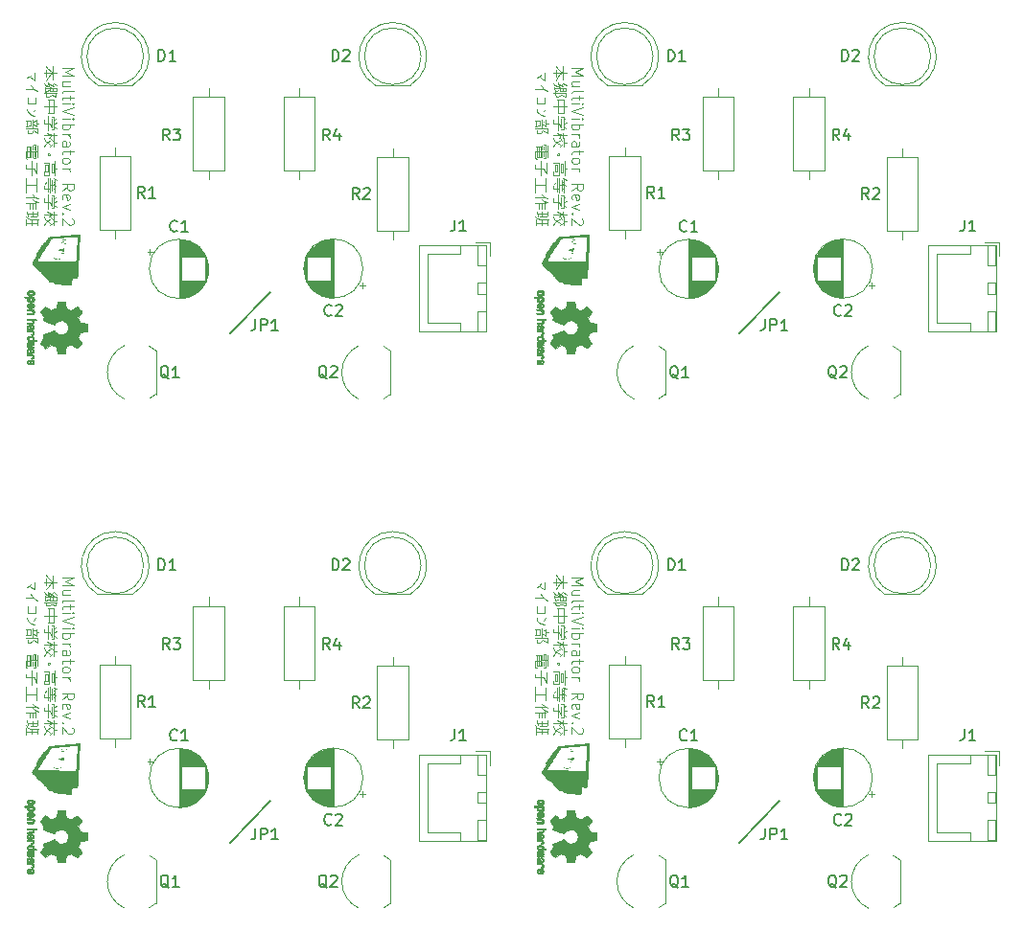
<source format=gbr>
%TF.GenerationSoftware,KiCad,Pcbnew,7.0.8*%
%TF.CreationDate,2024-08-27T18:05:27+09:00*%
%TF.ProjectId,multivibrator_panel,6d756c74-6976-4696-9272-61746f725f70,rev?*%
%TF.SameCoordinates,Original*%
%TF.FileFunction,Legend,Top*%
%TF.FilePolarity,Positive*%
%FSLAX46Y46*%
G04 Gerber Fmt 4.6, Leading zero omitted, Abs format (unit mm)*
G04 Created by KiCad (PCBNEW 7.0.8) date 2024-08-27 18:05:27*
%MOMM*%
%LPD*%
G01*
G04 APERTURE LIST*
%ADD10C,0.150000*%
%ADD11C,0.100000*%
%ADD12C,0.120000*%
%ADD13C,0.010000*%
G04 APERTURE END LIST*
D10*
X124055000Y-103741000D02*
X127611000Y-100058000D01*
X169055000Y-58741000D02*
X172611000Y-55058000D01*
X124055000Y-58741000D02*
X127611000Y-55058000D01*
X169055000Y-103741000D02*
X172611000Y-100058000D01*
D11*
X154247580Y-35286590D02*
X155247580Y-35286590D01*
X155247580Y-35286590D02*
X154533295Y-35619923D01*
X154533295Y-35619923D02*
X155247580Y-35953256D01*
X155247580Y-35953256D02*
X154247580Y-35953256D01*
X154914247Y-36858018D02*
X154247580Y-36858018D01*
X154914247Y-36429447D02*
X154390438Y-36429447D01*
X154390438Y-36429447D02*
X154295200Y-36477066D01*
X154295200Y-36477066D02*
X154247580Y-36572304D01*
X154247580Y-36572304D02*
X154247580Y-36715161D01*
X154247580Y-36715161D02*
X154295200Y-36810399D01*
X154295200Y-36810399D02*
X154342819Y-36858018D01*
X154247580Y-37477066D02*
X154295200Y-37381828D01*
X154295200Y-37381828D02*
X154390438Y-37334209D01*
X154390438Y-37334209D02*
X155247580Y-37334209D01*
X154914247Y-37715162D02*
X154914247Y-38096114D01*
X155247580Y-37858019D02*
X154390438Y-37858019D01*
X154390438Y-37858019D02*
X154295200Y-37905638D01*
X154295200Y-37905638D02*
X154247580Y-38000876D01*
X154247580Y-38000876D02*
X154247580Y-38096114D01*
X154247580Y-38429448D02*
X154914247Y-38429448D01*
X155247580Y-38429448D02*
X155199961Y-38381829D01*
X155199961Y-38381829D02*
X155152342Y-38429448D01*
X155152342Y-38429448D02*
X155199961Y-38477067D01*
X155199961Y-38477067D02*
X155247580Y-38429448D01*
X155247580Y-38429448D02*
X155152342Y-38429448D01*
X155247580Y-38762781D02*
X154247580Y-39096114D01*
X154247580Y-39096114D02*
X155247580Y-39429447D01*
X154247580Y-39762781D02*
X154914247Y-39762781D01*
X155247580Y-39762781D02*
X155199961Y-39715162D01*
X155199961Y-39715162D02*
X155152342Y-39762781D01*
X155152342Y-39762781D02*
X155199961Y-39810400D01*
X155199961Y-39810400D02*
X155247580Y-39762781D01*
X155247580Y-39762781D02*
X155152342Y-39762781D01*
X154247580Y-40238971D02*
X155247580Y-40238971D01*
X154866628Y-40238971D02*
X154914247Y-40334209D01*
X154914247Y-40334209D02*
X154914247Y-40524685D01*
X154914247Y-40524685D02*
X154866628Y-40619923D01*
X154866628Y-40619923D02*
X154819009Y-40667542D01*
X154819009Y-40667542D02*
X154723771Y-40715161D01*
X154723771Y-40715161D02*
X154438057Y-40715161D01*
X154438057Y-40715161D02*
X154342819Y-40667542D01*
X154342819Y-40667542D02*
X154295200Y-40619923D01*
X154295200Y-40619923D02*
X154247580Y-40524685D01*
X154247580Y-40524685D02*
X154247580Y-40334209D01*
X154247580Y-40334209D02*
X154295200Y-40238971D01*
X154247580Y-41143733D02*
X154914247Y-41143733D01*
X154723771Y-41143733D02*
X154819009Y-41191352D01*
X154819009Y-41191352D02*
X154866628Y-41238971D01*
X154866628Y-41238971D02*
X154914247Y-41334209D01*
X154914247Y-41334209D02*
X154914247Y-41429447D01*
X154247580Y-42191352D02*
X154771390Y-42191352D01*
X154771390Y-42191352D02*
X154866628Y-42143733D01*
X154866628Y-42143733D02*
X154914247Y-42048495D01*
X154914247Y-42048495D02*
X154914247Y-41858019D01*
X154914247Y-41858019D02*
X154866628Y-41762781D01*
X154295200Y-42191352D02*
X154247580Y-42096114D01*
X154247580Y-42096114D02*
X154247580Y-41858019D01*
X154247580Y-41858019D02*
X154295200Y-41762781D01*
X154295200Y-41762781D02*
X154390438Y-41715162D01*
X154390438Y-41715162D02*
X154485676Y-41715162D01*
X154485676Y-41715162D02*
X154580914Y-41762781D01*
X154580914Y-41762781D02*
X154628533Y-41858019D01*
X154628533Y-41858019D02*
X154628533Y-42096114D01*
X154628533Y-42096114D02*
X154676152Y-42191352D01*
X154914247Y-42524686D02*
X154914247Y-42905638D01*
X155247580Y-42667543D02*
X154390438Y-42667543D01*
X154390438Y-42667543D02*
X154295200Y-42715162D01*
X154295200Y-42715162D02*
X154247580Y-42810400D01*
X154247580Y-42810400D02*
X154247580Y-42905638D01*
X154247580Y-43381829D02*
X154295200Y-43286591D01*
X154295200Y-43286591D02*
X154342819Y-43238972D01*
X154342819Y-43238972D02*
X154438057Y-43191353D01*
X154438057Y-43191353D02*
X154723771Y-43191353D01*
X154723771Y-43191353D02*
X154819009Y-43238972D01*
X154819009Y-43238972D02*
X154866628Y-43286591D01*
X154866628Y-43286591D02*
X154914247Y-43381829D01*
X154914247Y-43381829D02*
X154914247Y-43524686D01*
X154914247Y-43524686D02*
X154866628Y-43619924D01*
X154866628Y-43619924D02*
X154819009Y-43667543D01*
X154819009Y-43667543D02*
X154723771Y-43715162D01*
X154723771Y-43715162D02*
X154438057Y-43715162D01*
X154438057Y-43715162D02*
X154342819Y-43667543D01*
X154342819Y-43667543D02*
X154295200Y-43619924D01*
X154295200Y-43619924D02*
X154247580Y-43524686D01*
X154247580Y-43524686D02*
X154247580Y-43381829D01*
X154247580Y-44143734D02*
X154914247Y-44143734D01*
X154723771Y-44143734D02*
X154819009Y-44191353D01*
X154819009Y-44191353D02*
X154866628Y-44238972D01*
X154866628Y-44238972D02*
X154914247Y-44334210D01*
X154914247Y-44334210D02*
X154914247Y-44429448D01*
X154247580Y-46096115D02*
X154723771Y-45762782D01*
X154247580Y-45524687D02*
X155247580Y-45524687D01*
X155247580Y-45524687D02*
X155247580Y-45905639D01*
X155247580Y-45905639D02*
X155199961Y-46000877D01*
X155199961Y-46000877D02*
X155152342Y-46048496D01*
X155152342Y-46048496D02*
X155057104Y-46096115D01*
X155057104Y-46096115D02*
X154914247Y-46096115D01*
X154914247Y-46096115D02*
X154819009Y-46048496D01*
X154819009Y-46048496D02*
X154771390Y-46000877D01*
X154771390Y-46000877D02*
X154723771Y-45905639D01*
X154723771Y-45905639D02*
X154723771Y-45524687D01*
X154295200Y-46905639D02*
X154247580Y-46810401D01*
X154247580Y-46810401D02*
X154247580Y-46619925D01*
X154247580Y-46619925D02*
X154295200Y-46524687D01*
X154295200Y-46524687D02*
X154390438Y-46477068D01*
X154390438Y-46477068D02*
X154771390Y-46477068D01*
X154771390Y-46477068D02*
X154866628Y-46524687D01*
X154866628Y-46524687D02*
X154914247Y-46619925D01*
X154914247Y-46619925D02*
X154914247Y-46810401D01*
X154914247Y-46810401D02*
X154866628Y-46905639D01*
X154866628Y-46905639D02*
X154771390Y-46953258D01*
X154771390Y-46953258D02*
X154676152Y-46953258D01*
X154676152Y-46953258D02*
X154580914Y-46477068D01*
X154914247Y-47286592D02*
X154247580Y-47524687D01*
X154247580Y-47524687D02*
X154914247Y-47762782D01*
X154342819Y-48143735D02*
X154295200Y-48191354D01*
X154295200Y-48191354D02*
X154247580Y-48143735D01*
X154247580Y-48143735D02*
X154295200Y-48096116D01*
X154295200Y-48096116D02*
X154342819Y-48143735D01*
X154342819Y-48143735D02*
X154247580Y-48143735D01*
X155152342Y-48572306D02*
X155199961Y-48619925D01*
X155199961Y-48619925D02*
X155247580Y-48715163D01*
X155247580Y-48715163D02*
X155247580Y-48953258D01*
X155247580Y-48953258D02*
X155199961Y-49048496D01*
X155199961Y-49048496D02*
X155152342Y-49096115D01*
X155152342Y-49096115D02*
X155057104Y-49143734D01*
X155057104Y-49143734D02*
X154961866Y-49143734D01*
X154961866Y-49143734D02*
X154819009Y-49096115D01*
X154819009Y-49096115D02*
X154247580Y-48524687D01*
X154247580Y-48524687D02*
X154247580Y-49143734D01*
X153447104Y-35143739D02*
X153447104Y-36286596D01*
X152875676Y-35429453D02*
X152875676Y-36000882D01*
X153780438Y-35715167D02*
X152637580Y-35715167D01*
X153447104Y-35715167D02*
X153304247Y-35619929D01*
X153304247Y-35619929D02*
X152923295Y-35238977D01*
X152923295Y-35238977D02*
X152875676Y-35096120D01*
X153447104Y-35715167D02*
X153256628Y-35810405D01*
X153256628Y-35810405D02*
X152970914Y-36143739D01*
X152970914Y-36143739D02*
X152875676Y-36334215D01*
X153447104Y-37048500D02*
X153447104Y-37334214D01*
X153209009Y-37048500D02*
X153209009Y-37334214D01*
X153732819Y-37048500D02*
X152732819Y-37048500D01*
X153732819Y-37048500D02*
X153732819Y-37334214D01*
X153732819Y-37334214D02*
X153209009Y-37334214D01*
X153732819Y-37477072D02*
X152637580Y-37477072D01*
X152875676Y-36858024D02*
X152637580Y-36619929D01*
X153780438Y-36810405D02*
X153494723Y-36619929D01*
X153494723Y-36619929D02*
X153304247Y-36762786D01*
X153304247Y-36762786D02*
X153066152Y-36667548D01*
X153494723Y-36905643D02*
X153161390Y-36715167D01*
X153113771Y-36905643D02*
X152732819Y-36762786D01*
X153685200Y-37477072D02*
X153685200Y-37810405D01*
X153685200Y-37810405D02*
X153304247Y-37667548D01*
X153304247Y-37667548D02*
X153066152Y-37810405D01*
X153066152Y-37810405D02*
X152875676Y-37810405D01*
X152875676Y-37810405D02*
X152828057Y-37572310D01*
X153256628Y-36953262D02*
X152828057Y-36810405D01*
X153113771Y-36905643D02*
X153018533Y-36572310D01*
X153066152Y-37238976D02*
X152780438Y-37381833D01*
X152780438Y-37381833D02*
X152732819Y-36953262D01*
X153066152Y-38048500D02*
X153066152Y-39286595D01*
X153542342Y-38048500D02*
X152970914Y-38048500D01*
X153780438Y-38667547D02*
X152637580Y-38667547D01*
X153542342Y-38048500D02*
X153542342Y-39286595D01*
X153542342Y-39286595D02*
X153018533Y-39286595D01*
X153018533Y-39524690D02*
X153018533Y-40762785D01*
X152637580Y-39858023D02*
X152637580Y-40143737D01*
X153542342Y-39572309D02*
X153304247Y-39572309D01*
X153113771Y-40143737D02*
X152637580Y-40143737D01*
X153542342Y-39572309D02*
X153542342Y-40715166D01*
X153542342Y-40715166D02*
X153304247Y-40715166D01*
X153732819Y-39667547D02*
X153589961Y-39810404D01*
X153732819Y-40619928D02*
X153542342Y-40429452D01*
X153780438Y-40096118D02*
X153589961Y-40143737D01*
X153304247Y-39762785D02*
X153304247Y-40524690D01*
X153304247Y-40524690D02*
X153161390Y-40143737D01*
X153542342Y-41477070D02*
X153542342Y-42238975D01*
X153494723Y-41000880D02*
X153494723Y-41429451D01*
X153780438Y-41238975D02*
X152637580Y-41238975D01*
X153780438Y-41858022D02*
X153589961Y-41858022D01*
X153304247Y-41238975D02*
X153113771Y-41429451D01*
X153447104Y-42000880D02*
X153209009Y-42238975D01*
X153399485Y-41667546D02*
X153209009Y-41477070D01*
X153209009Y-41667546D02*
X152970914Y-41762784D01*
X152970914Y-41762784D02*
X152732819Y-42048499D01*
X152732819Y-42048499D02*
X152637580Y-42238975D01*
X153447104Y-41238975D02*
X152923295Y-41000880D01*
X153209009Y-42048499D02*
X152970914Y-41905642D01*
X152970914Y-41905642D02*
X152732819Y-41715165D01*
X152732819Y-41715165D02*
X152637580Y-41477070D01*
X153542342Y-41238975D02*
X153018533Y-41096118D01*
X153161390Y-42858022D02*
X153161390Y-42953260D01*
X153161390Y-42953260D02*
X153113771Y-43000879D01*
X153113771Y-43000879D02*
X153018533Y-43000879D01*
X153018533Y-43000879D02*
X152970914Y-42953260D01*
X152970914Y-42953260D02*
X152970914Y-42858022D01*
X152970914Y-42858022D02*
X153018533Y-42810403D01*
X153018533Y-42810403D02*
X153113771Y-42810403D01*
X153113771Y-42810403D02*
X153161390Y-42858022D01*
X153637580Y-43524689D02*
X153637580Y-44762784D01*
X153304247Y-43762784D02*
X153304247Y-44524689D01*
X152637580Y-44429451D02*
X152637580Y-44715165D01*
X153113771Y-43619927D02*
X152637580Y-43619927D01*
X153494723Y-43762784D02*
X153304247Y-43762784D01*
X153780438Y-44143736D02*
X153637580Y-44143736D01*
X153494723Y-43762784D02*
X153494723Y-44524689D01*
X153494723Y-44524689D02*
X153304247Y-44524689D01*
X153113771Y-43619927D02*
X153113771Y-44715165D01*
X153113771Y-44715165D02*
X152637580Y-44715165D01*
X152970914Y-43858022D02*
X152970914Y-44429451D01*
X152970914Y-44429451D02*
X152780438Y-44429451D01*
X152780438Y-44429451D02*
X152780438Y-43858022D01*
X152780438Y-43858022D02*
X152970914Y-43858022D01*
X153589961Y-45143736D02*
X153589961Y-45572307D01*
X153589961Y-45667545D02*
X153589961Y-46238974D01*
X153351866Y-45143736D02*
X153351866Y-46096117D01*
X153161390Y-45000879D02*
X153161390Y-46238974D01*
X152970914Y-45048498D02*
X152970914Y-46191355D01*
X152637580Y-45667545D02*
X152637580Y-45905641D01*
X153494723Y-45619926D02*
X153161390Y-45619926D01*
X153161390Y-45905641D02*
X152637580Y-45905641D01*
X152875676Y-45334212D02*
X152732819Y-45477069D01*
X153589961Y-45905641D02*
X153494723Y-45905641D01*
X153685200Y-45715164D02*
X153494723Y-45524688D01*
X153589961Y-45238974D02*
X153494723Y-45334212D01*
X153780438Y-45143736D02*
X153494723Y-45048498D01*
X153018533Y-46477069D02*
X153018533Y-47715164D01*
X152637580Y-46810402D02*
X152637580Y-47096116D01*
X153542342Y-46524688D02*
X153304247Y-46524688D01*
X153113771Y-47096116D02*
X152637580Y-47096116D01*
X153542342Y-46524688D02*
X153542342Y-47667545D01*
X153542342Y-47667545D02*
X153304247Y-47667545D01*
X153732819Y-46619926D02*
X153589961Y-46762783D01*
X153732819Y-47572307D02*
X153542342Y-47381831D01*
X153780438Y-47048497D02*
X153589961Y-47096116D01*
X153304247Y-46715164D02*
X153304247Y-47477069D01*
X153304247Y-47477069D02*
X153161390Y-47096116D01*
X153542342Y-48429449D02*
X153542342Y-49191354D01*
X153494723Y-47953259D02*
X153494723Y-48381830D01*
X153780438Y-48191354D02*
X152637580Y-48191354D01*
X153780438Y-48810401D02*
X153589961Y-48810401D01*
X153304247Y-48191354D02*
X153113771Y-48381830D01*
X153447104Y-48953259D02*
X153209009Y-49191354D01*
X153399485Y-48619925D02*
X153209009Y-48429449D01*
X153209009Y-48619925D02*
X152970914Y-48715163D01*
X152970914Y-48715163D02*
X152732819Y-49000878D01*
X152732819Y-49000878D02*
X152637580Y-49191354D01*
X153447104Y-48191354D02*
X152923295Y-47953259D01*
X153209009Y-49000878D02*
X152970914Y-48858021D01*
X152970914Y-48858021D02*
X152732819Y-48667544D01*
X152732819Y-48667544D02*
X152637580Y-48429449D01*
X153542342Y-48191354D02*
X153018533Y-48048497D01*
X151837104Y-35715166D02*
X151837104Y-36334213D01*
X151837104Y-36334213D02*
X151646628Y-36238975D01*
X151646628Y-36238975D02*
X151503771Y-36143737D01*
X151503771Y-36143737D02*
X151408533Y-36048499D01*
X151551390Y-35858023D02*
X151408533Y-36000880D01*
X151408533Y-36000880D02*
X151313295Y-36048499D01*
X151313295Y-36048499D02*
X151170438Y-36143737D01*
X151741866Y-37096118D02*
X151027580Y-37096118D01*
X152075200Y-37334213D02*
X151932342Y-37238975D01*
X151932342Y-37238975D02*
X151741866Y-37096118D01*
X151741866Y-37096118D02*
X151599009Y-36905642D01*
X151599009Y-36905642D02*
X151503771Y-36762785D01*
X151884723Y-37858023D02*
X151884723Y-38429451D01*
X151884723Y-38429451D02*
X151218057Y-38429451D01*
X151218057Y-38429451D02*
X151218057Y-37858023D01*
X151932342Y-38905642D02*
X151741866Y-39096118D01*
X151170438Y-38905642D02*
X151218057Y-39143737D01*
X151218057Y-39143737D02*
X151360914Y-39286594D01*
X151360914Y-39286594D02*
X151503771Y-39381832D01*
X151503771Y-39381832D02*
X151837104Y-39477070D01*
X151979961Y-39858023D02*
X151979961Y-40477070D01*
X151646628Y-39810404D02*
X151646628Y-40524689D01*
X151122819Y-39905642D02*
X151122819Y-40381832D01*
X151456152Y-39905642D02*
X151027580Y-39905642D01*
X152170438Y-40143737D02*
X151979961Y-40143737D01*
X151456152Y-39905642D02*
X151456152Y-40381832D01*
X151456152Y-40381832D02*
X151027580Y-40429451D01*
X152075200Y-40619927D02*
X151027580Y-40619927D01*
X151884723Y-39953261D02*
X151741866Y-40000880D01*
X151932342Y-40381832D02*
X151694247Y-40286594D01*
X152075200Y-40619927D02*
X152075200Y-41048499D01*
X152075200Y-41048499D02*
X151694247Y-40810404D01*
X151694247Y-40810404D02*
X151551390Y-41000880D01*
X151551390Y-41000880D02*
X151408533Y-41048499D01*
X151408533Y-41048499D02*
X151218057Y-41048499D01*
X151218057Y-41048499D02*
X151218057Y-40810404D01*
X152075200Y-42143737D02*
X152075200Y-43143737D01*
X151789485Y-42191356D02*
X151789485Y-42477070D01*
X151789485Y-42762784D02*
X151789485Y-43096118D01*
X151646628Y-42143737D02*
X151646628Y-42477070D01*
X151646628Y-42762784D02*
X151646628Y-43143737D01*
X151360914Y-42191356D02*
X151360914Y-43143737D01*
X151170438Y-42191356D02*
X151170438Y-43143737D01*
X151027580Y-42667546D02*
X151027580Y-43238975D01*
X151932342Y-42048499D02*
X151741866Y-42048499D01*
X151503771Y-42191356D02*
X151122819Y-42191356D01*
X152075200Y-42619927D02*
X151599009Y-42619927D01*
X151503771Y-42667546D02*
X151027580Y-42667546D01*
X151503771Y-42191356D02*
X151503771Y-43143737D01*
X151503771Y-43143737D02*
X151170438Y-43143737D01*
X151932342Y-42048499D02*
X151932342Y-43238975D01*
X151932342Y-43238975D02*
X151741866Y-43238975D01*
X151170438Y-43286594D02*
X151027580Y-43238975D01*
X151551390Y-43524689D02*
X151551390Y-44762784D01*
X151027580Y-43858022D02*
X151027580Y-44143736D01*
X151789485Y-44143736D02*
X151027580Y-44143736D01*
X152027580Y-43667546D02*
X152027580Y-44619927D01*
X152027580Y-44619927D02*
X151932342Y-44477070D01*
X151932342Y-44477070D02*
X151789485Y-44143736D01*
X151979961Y-45048498D02*
X151979961Y-46191355D01*
X151027580Y-45000879D02*
X151027580Y-46238974D01*
X151979961Y-45619926D02*
X151027580Y-45619926D01*
X151884723Y-47048497D02*
X151884723Y-47715164D01*
X151646628Y-47238973D02*
X151646628Y-47715164D01*
X151360914Y-47238973D02*
X151360914Y-47715164D01*
X151932342Y-46715164D02*
X151027580Y-46715164D01*
X151932342Y-47238973D02*
X151027580Y-47238973D01*
X152122819Y-46810402D02*
X151837104Y-46667545D01*
X151837104Y-46667545D02*
X151646628Y-46477069D01*
X152122819Y-47143735D02*
X151789485Y-47000878D01*
X151789485Y-47000878D02*
X151646628Y-46858021D01*
X152075200Y-48715163D02*
X152075200Y-49143735D01*
X152075200Y-47953259D02*
X152075200Y-48334211D01*
X151646628Y-48000878D02*
X151646628Y-48334211D01*
X151599009Y-48762782D02*
X151599009Y-49143735D01*
X151075200Y-48619925D02*
X151075200Y-49191354D01*
X152075200Y-48143735D02*
X151218057Y-48143735D01*
X152027580Y-48429449D02*
X151456152Y-48429449D01*
X152075200Y-48953259D02*
X151075200Y-48953259D01*
X151218057Y-48572306D02*
X151027580Y-48381830D01*
X151265676Y-48381830D02*
X151170438Y-47953259D01*
X152170438Y-48667544D02*
X151503771Y-48667544D01*
X151503771Y-48667544D02*
X151218057Y-48572306D01*
X109247580Y-80286590D02*
X110247580Y-80286590D01*
X110247580Y-80286590D02*
X109533295Y-80619923D01*
X109533295Y-80619923D02*
X110247580Y-80953256D01*
X110247580Y-80953256D02*
X109247580Y-80953256D01*
X109914247Y-81858018D02*
X109247580Y-81858018D01*
X109914247Y-81429447D02*
X109390438Y-81429447D01*
X109390438Y-81429447D02*
X109295200Y-81477066D01*
X109295200Y-81477066D02*
X109247580Y-81572304D01*
X109247580Y-81572304D02*
X109247580Y-81715161D01*
X109247580Y-81715161D02*
X109295200Y-81810399D01*
X109295200Y-81810399D02*
X109342819Y-81858018D01*
X109247580Y-82477066D02*
X109295200Y-82381828D01*
X109295200Y-82381828D02*
X109390438Y-82334209D01*
X109390438Y-82334209D02*
X110247580Y-82334209D01*
X109914247Y-82715162D02*
X109914247Y-83096114D01*
X110247580Y-82858019D02*
X109390438Y-82858019D01*
X109390438Y-82858019D02*
X109295200Y-82905638D01*
X109295200Y-82905638D02*
X109247580Y-83000876D01*
X109247580Y-83000876D02*
X109247580Y-83096114D01*
X109247580Y-83429448D02*
X109914247Y-83429448D01*
X110247580Y-83429448D02*
X110199961Y-83381829D01*
X110199961Y-83381829D02*
X110152342Y-83429448D01*
X110152342Y-83429448D02*
X110199961Y-83477067D01*
X110199961Y-83477067D02*
X110247580Y-83429448D01*
X110247580Y-83429448D02*
X110152342Y-83429448D01*
X110247580Y-83762781D02*
X109247580Y-84096114D01*
X109247580Y-84096114D02*
X110247580Y-84429447D01*
X109247580Y-84762781D02*
X109914247Y-84762781D01*
X110247580Y-84762781D02*
X110199961Y-84715162D01*
X110199961Y-84715162D02*
X110152342Y-84762781D01*
X110152342Y-84762781D02*
X110199961Y-84810400D01*
X110199961Y-84810400D02*
X110247580Y-84762781D01*
X110247580Y-84762781D02*
X110152342Y-84762781D01*
X109247580Y-85238971D02*
X110247580Y-85238971D01*
X109866628Y-85238971D02*
X109914247Y-85334209D01*
X109914247Y-85334209D02*
X109914247Y-85524685D01*
X109914247Y-85524685D02*
X109866628Y-85619923D01*
X109866628Y-85619923D02*
X109819009Y-85667542D01*
X109819009Y-85667542D02*
X109723771Y-85715161D01*
X109723771Y-85715161D02*
X109438057Y-85715161D01*
X109438057Y-85715161D02*
X109342819Y-85667542D01*
X109342819Y-85667542D02*
X109295200Y-85619923D01*
X109295200Y-85619923D02*
X109247580Y-85524685D01*
X109247580Y-85524685D02*
X109247580Y-85334209D01*
X109247580Y-85334209D02*
X109295200Y-85238971D01*
X109247580Y-86143733D02*
X109914247Y-86143733D01*
X109723771Y-86143733D02*
X109819009Y-86191352D01*
X109819009Y-86191352D02*
X109866628Y-86238971D01*
X109866628Y-86238971D02*
X109914247Y-86334209D01*
X109914247Y-86334209D02*
X109914247Y-86429447D01*
X109247580Y-87191352D02*
X109771390Y-87191352D01*
X109771390Y-87191352D02*
X109866628Y-87143733D01*
X109866628Y-87143733D02*
X109914247Y-87048495D01*
X109914247Y-87048495D02*
X109914247Y-86858019D01*
X109914247Y-86858019D02*
X109866628Y-86762781D01*
X109295200Y-87191352D02*
X109247580Y-87096114D01*
X109247580Y-87096114D02*
X109247580Y-86858019D01*
X109247580Y-86858019D02*
X109295200Y-86762781D01*
X109295200Y-86762781D02*
X109390438Y-86715162D01*
X109390438Y-86715162D02*
X109485676Y-86715162D01*
X109485676Y-86715162D02*
X109580914Y-86762781D01*
X109580914Y-86762781D02*
X109628533Y-86858019D01*
X109628533Y-86858019D02*
X109628533Y-87096114D01*
X109628533Y-87096114D02*
X109676152Y-87191352D01*
X109914247Y-87524686D02*
X109914247Y-87905638D01*
X110247580Y-87667543D02*
X109390438Y-87667543D01*
X109390438Y-87667543D02*
X109295200Y-87715162D01*
X109295200Y-87715162D02*
X109247580Y-87810400D01*
X109247580Y-87810400D02*
X109247580Y-87905638D01*
X109247580Y-88381829D02*
X109295200Y-88286591D01*
X109295200Y-88286591D02*
X109342819Y-88238972D01*
X109342819Y-88238972D02*
X109438057Y-88191353D01*
X109438057Y-88191353D02*
X109723771Y-88191353D01*
X109723771Y-88191353D02*
X109819009Y-88238972D01*
X109819009Y-88238972D02*
X109866628Y-88286591D01*
X109866628Y-88286591D02*
X109914247Y-88381829D01*
X109914247Y-88381829D02*
X109914247Y-88524686D01*
X109914247Y-88524686D02*
X109866628Y-88619924D01*
X109866628Y-88619924D02*
X109819009Y-88667543D01*
X109819009Y-88667543D02*
X109723771Y-88715162D01*
X109723771Y-88715162D02*
X109438057Y-88715162D01*
X109438057Y-88715162D02*
X109342819Y-88667543D01*
X109342819Y-88667543D02*
X109295200Y-88619924D01*
X109295200Y-88619924D02*
X109247580Y-88524686D01*
X109247580Y-88524686D02*
X109247580Y-88381829D01*
X109247580Y-89143734D02*
X109914247Y-89143734D01*
X109723771Y-89143734D02*
X109819009Y-89191353D01*
X109819009Y-89191353D02*
X109866628Y-89238972D01*
X109866628Y-89238972D02*
X109914247Y-89334210D01*
X109914247Y-89334210D02*
X109914247Y-89429448D01*
X109247580Y-91096115D02*
X109723771Y-90762782D01*
X109247580Y-90524687D02*
X110247580Y-90524687D01*
X110247580Y-90524687D02*
X110247580Y-90905639D01*
X110247580Y-90905639D02*
X110199961Y-91000877D01*
X110199961Y-91000877D02*
X110152342Y-91048496D01*
X110152342Y-91048496D02*
X110057104Y-91096115D01*
X110057104Y-91096115D02*
X109914247Y-91096115D01*
X109914247Y-91096115D02*
X109819009Y-91048496D01*
X109819009Y-91048496D02*
X109771390Y-91000877D01*
X109771390Y-91000877D02*
X109723771Y-90905639D01*
X109723771Y-90905639D02*
X109723771Y-90524687D01*
X109295200Y-91905639D02*
X109247580Y-91810401D01*
X109247580Y-91810401D02*
X109247580Y-91619925D01*
X109247580Y-91619925D02*
X109295200Y-91524687D01*
X109295200Y-91524687D02*
X109390438Y-91477068D01*
X109390438Y-91477068D02*
X109771390Y-91477068D01*
X109771390Y-91477068D02*
X109866628Y-91524687D01*
X109866628Y-91524687D02*
X109914247Y-91619925D01*
X109914247Y-91619925D02*
X109914247Y-91810401D01*
X109914247Y-91810401D02*
X109866628Y-91905639D01*
X109866628Y-91905639D02*
X109771390Y-91953258D01*
X109771390Y-91953258D02*
X109676152Y-91953258D01*
X109676152Y-91953258D02*
X109580914Y-91477068D01*
X109914247Y-92286592D02*
X109247580Y-92524687D01*
X109247580Y-92524687D02*
X109914247Y-92762782D01*
X109342819Y-93143735D02*
X109295200Y-93191354D01*
X109295200Y-93191354D02*
X109247580Y-93143735D01*
X109247580Y-93143735D02*
X109295200Y-93096116D01*
X109295200Y-93096116D02*
X109342819Y-93143735D01*
X109342819Y-93143735D02*
X109247580Y-93143735D01*
X110152342Y-93572306D02*
X110199961Y-93619925D01*
X110199961Y-93619925D02*
X110247580Y-93715163D01*
X110247580Y-93715163D02*
X110247580Y-93953258D01*
X110247580Y-93953258D02*
X110199961Y-94048496D01*
X110199961Y-94048496D02*
X110152342Y-94096115D01*
X110152342Y-94096115D02*
X110057104Y-94143734D01*
X110057104Y-94143734D02*
X109961866Y-94143734D01*
X109961866Y-94143734D02*
X109819009Y-94096115D01*
X109819009Y-94096115D02*
X109247580Y-93524687D01*
X109247580Y-93524687D02*
X109247580Y-94143734D01*
X108447104Y-80143739D02*
X108447104Y-81286596D01*
X107875676Y-80429453D02*
X107875676Y-81000882D01*
X108780438Y-80715167D02*
X107637580Y-80715167D01*
X108447104Y-80715167D02*
X108304247Y-80619929D01*
X108304247Y-80619929D02*
X107923295Y-80238977D01*
X107923295Y-80238977D02*
X107875676Y-80096120D01*
X108447104Y-80715167D02*
X108256628Y-80810405D01*
X108256628Y-80810405D02*
X107970914Y-81143739D01*
X107970914Y-81143739D02*
X107875676Y-81334215D01*
X108447104Y-82048500D02*
X108447104Y-82334214D01*
X108209009Y-82048500D02*
X108209009Y-82334214D01*
X108732819Y-82048500D02*
X107732819Y-82048500D01*
X108732819Y-82048500D02*
X108732819Y-82334214D01*
X108732819Y-82334214D02*
X108209009Y-82334214D01*
X108732819Y-82477072D02*
X107637580Y-82477072D01*
X107875676Y-81858024D02*
X107637580Y-81619929D01*
X108780438Y-81810405D02*
X108494723Y-81619929D01*
X108494723Y-81619929D02*
X108304247Y-81762786D01*
X108304247Y-81762786D02*
X108066152Y-81667548D01*
X108494723Y-81905643D02*
X108161390Y-81715167D01*
X108113771Y-81905643D02*
X107732819Y-81762786D01*
X108685200Y-82477072D02*
X108685200Y-82810405D01*
X108685200Y-82810405D02*
X108304247Y-82667548D01*
X108304247Y-82667548D02*
X108066152Y-82810405D01*
X108066152Y-82810405D02*
X107875676Y-82810405D01*
X107875676Y-82810405D02*
X107828057Y-82572310D01*
X108256628Y-81953262D02*
X107828057Y-81810405D01*
X108113771Y-81905643D02*
X108018533Y-81572310D01*
X108066152Y-82238976D02*
X107780438Y-82381833D01*
X107780438Y-82381833D02*
X107732819Y-81953262D01*
X108066152Y-83048500D02*
X108066152Y-84286595D01*
X108542342Y-83048500D02*
X107970914Y-83048500D01*
X108780438Y-83667547D02*
X107637580Y-83667547D01*
X108542342Y-83048500D02*
X108542342Y-84286595D01*
X108542342Y-84286595D02*
X108018533Y-84286595D01*
X108018533Y-84524690D02*
X108018533Y-85762785D01*
X107637580Y-84858023D02*
X107637580Y-85143737D01*
X108542342Y-84572309D02*
X108304247Y-84572309D01*
X108113771Y-85143737D02*
X107637580Y-85143737D01*
X108542342Y-84572309D02*
X108542342Y-85715166D01*
X108542342Y-85715166D02*
X108304247Y-85715166D01*
X108732819Y-84667547D02*
X108589961Y-84810404D01*
X108732819Y-85619928D02*
X108542342Y-85429452D01*
X108780438Y-85096118D02*
X108589961Y-85143737D01*
X108304247Y-84762785D02*
X108304247Y-85524690D01*
X108304247Y-85524690D02*
X108161390Y-85143737D01*
X108542342Y-86477070D02*
X108542342Y-87238975D01*
X108494723Y-86000880D02*
X108494723Y-86429451D01*
X108780438Y-86238975D02*
X107637580Y-86238975D01*
X108780438Y-86858022D02*
X108589961Y-86858022D01*
X108304247Y-86238975D02*
X108113771Y-86429451D01*
X108447104Y-87000880D02*
X108209009Y-87238975D01*
X108399485Y-86667546D02*
X108209009Y-86477070D01*
X108209009Y-86667546D02*
X107970914Y-86762784D01*
X107970914Y-86762784D02*
X107732819Y-87048499D01*
X107732819Y-87048499D02*
X107637580Y-87238975D01*
X108447104Y-86238975D02*
X107923295Y-86000880D01*
X108209009Y-87048499D02*
X107970914Y-86905642D01*
X107970914Y-86905642D02*
X107732819Y-86715165D01*
X107732819Y-86715165D02*
X107637580Y-86477070D01*
X108542342Y-86238975D02*
X108018533Y-86096118D01*
X108161390Y-87858022D02*
X108161390Y-87953260D01*
X108161390Y-87953260D02*
X108113771Y-88000879D01*
X108113771Y-88000879D02*
X108018533Y-88000879D01*
X108018533Y-88000879D02*
X107970914Y-87953260D01*
X107970914Y-87953260D02*
X107970914Y-87858022D01*
X107970914Y-87858022D02*
X108018533Y-87810403D01*
X108018533Y-87810403D02*
X108113771Y-87810403D01*
X108113771Y-87810403D02*
X108161390Y-87858022D01*
X108637580Y-88524689D02*
X108637580Y-89762784D01*
X108304247Y-88762784D02*
X108304247Y-89524689D01*
X107637580Y-89429451D02*
X107637580Y-89715165D01*
X108113771Y-88619927D02*
X107637580Y-88619927D01*
X108494723Y-88762784D02*
X108304247Y-88762784D01*
X108780438Y-89143736D02*
X108637580Y-89143736D01*
X108494723Y-88762784D02*
X108494723Y-89524689D01*
X108494723Y-89524689D02*
X108304247Y-89524689D01*
X108113771Y-88619927D02*
X108113771Y-89715165D01*
X108113771Y-89715165D02*
X107637580Y-89715165D01*
X107970914Y-88858022D02*
X107970914Y-89429451D01*
X107970914Y-89429451D02*
X107780438Y-89429451D01*
X107780438Y-89429451D02*
X107780438Y-88858022D01*
X107780438Y-88858022D02*
X107970914Y-88858022D01*
X108589961Y-90143736D02*
X108589961Y-90572307D01*
X108589961Y-90667545D02*
X108589961Y-91238974D01*
X108351866Y-90143736D02*
X108351866Y-91096117D01*
X108161390Y-90000879D02*
X108161390Y-91238974D01*
X107970914Y-90048498D02*
X107970914Y-91191355D01*
X107637580Y-90667545D02*
X107637580Y-90905641D01*
X108494723Y-90619926D02*
X108161390Y-90619926D01*
X108161390Y-90905641D02*
X107637580Y-90905641D01*
X107875676Y-90334212D02*
X107732819Y-90477069D01*
X108589961Y-90905641D02*
X108494723Y-90905641D01*
X108685200Y-90715164D02*
X108494723Y-90524688D01*
X108589961Y-90238974D02*
X108494723Y-90334212D01*
X108780438Y-90143736D02*
X108494723Y-90048498D01*
X108018533Y-91477069D02*
X108018533Y-92715164D01*
X107637580Y-91810402D02*
X107637580Y-92096116D01*
X108542342Y-91524688D02*
X108304247Y-91524688D01*
X108113771Y-92096116D02*
X107637580Y-92096116D01*
X108542342Y-91524688D02*
X108542342Y-92667545D01*
X108542342Y-92667545D02*
X108304247Y-92667545D01*
X108732819Y-91619926D02*
X108589961Y-91762783D01*
X108732819Y-92572307D02*
X108542342Y-92381831D01*
X108780438Y-92048497D02*
X108589961Y-92096116D01*
X108304247Y-91715164D02*
X108304247Y-92477069D01*
X108304247Y-92477069D02*
X108161390Y-92096116D01*
X108542342Y-93429449D02*
X108542342Y-94191354D01*
X108494723Y-92953259D02*
X108494723Y-93381830D01*
X108780438Y-93191354D02*
X107637580Y-93191354D01*
X108780438Y-93810401D02*
X108589961Y-93810401D01*
X108304247Y-93191354D02*
X108113771Y-93381830D01*
X108447104Y-93953259D02*
X108209009Y-94191354D01*
X108399485Y-93619925D02*
X108209009Y-93429449D01*
X108209009Y-93619925D02*
X107970914Y-93715163D01*
X107970914Y-93715163D02*
X107732819Y-94000878D01*
X107732819Y-94000878D02*
X107637580Y-94191354D01*
X108447104Y-93191354D02*
X107923295Y-92953259D01*
X108209009Y-94000878D02*
X107970914Y-93858021D01*
X107970914Y-93858021D02*
X107732819Y-93667544D01*
X107732819Y-93667544D02*
X107637580Y-93429449D01*
X108542342Y-93191354D02*
X108018533Y-93048497D01*
X106837104Y-80715166D02*
X106837104Y-81334213D01*
X106837104Y-81334213D02*
X106646628Y-81238975D01*
X106646628Y-81238975D02*
X106503771Y-81143737D01*
X106503771Y-81143737D02*
X106408533Y-81048499D01*
X106551390Y-80858023D02*
X106408533Y-81000880D01*
X106408533Y-81000880D02*
X106313295Y-81048499D01*
X106313295Y-81048499D02*
X106170438Y-81143737D01*
X106741866Y-82096118D02*
X106027580Y-82096118D01*
X107075200Y-82334213D02*
X106932342Y-82238975D01*
X106932342Y-82238975D02*
X106741866Y-82096118D01*
X106741866Y-82096118D02*
X106599009Y-81905642D01*
X106599009Y-81905642D02*
X106503771Y-81762785D01*
X106884723Y-82858023D02*
X106884723Y-83429451D01*
X106884723Y-83429451D02*
X106218057Y-83429451D01*
X106218057Y-83429451D02*
X106218057Y-82858023D01*
X106932342Y-83905642D02*
X106741866Y-84096118D01*
X106170438Y-83905642D02*
X106218057Y-84143737D01*
X106218057Y-84143737D02*
X106360914Y-84286594D01*
X106360914Y-84286594D02*
X106503771Y-84381832D01*
X106503771Y-84381832D02*
X106837104Y-84477070D01*
X106979961Y-84858023D02*
X106979961Y-85477070D01*
X106646628Y-84810404D02*
X106646628Y-85524689D01*
X106122819Y-84905642D02*
X106122819Y-85381832D01*
X106456152Y-84905642D02*
X106027580Y-84905642D01*
X107170438Y-85143737D02*
X106979961Y-85143737D01*
X106456152Y-84905642D02*
X106456152Y-85381832D01*
X106456152Y-85381832D02*
X106027580Y-85429451D01*
X107075200Y-85619927D02*
X106027580Y-85619927D01*
X106884723Y-84953261D02*
X106741866Y-85000880D01*
X106932342Y-85381832D02*
X106694247Y-85286594D01*
X107075200Y-85619927D02*
X107075200Y-86048499D01*
X107075200Y-86048499D02*
X106694247Y-85810404D01*
X106694247Y-85810404D02*
X106551390Y-86000880D01*
X106551390Y-86000880D02*
X106408533Y-86048499D01*
X106408533Y-86048499D02*
X106218057Y-86048499D01*
X106218057Y-86048499D02*
X106218057Y-85810404D01*
X107075200Y-87143737D02*
X107075200Y-88143737D01*
X106789485Y-87191356D02*
X106789485Y-87477070D01*
X106789485Y-87762784D02*
X106789485Y-88096118D01*
X106646628Y-87143737D02*
X106646628Y-87477070D01*
X106646628Y-87762784D02*
X106646628Y-88143737D01*
X106360914Y-87191356D02*
X106360914Y-88143737D01*
X106170438Y-87191356D02*
X106170438Y-88143737D01*
X106027580Y-87667546D02*
X106027580Y-88238975D01*
X106932342Y-87048499D02*
X106741866Y-87048499D01*
X106503771Y-87191356D02*
X106122819Y-87191356D01*
X107075200Y-87619927D02*
X106599009Y-87619927D01*
X106503771Y-87667546D02*
X106027580Y-87667546D01*
X106503771Y-87191356D02*
X106503771Y-88143737D01*
X106503771Y-88143737D02*
X106170438Y-88143737D01*
X106932342Y-87048499D02*
X106932342Y-88238975D01*
X106932342Y-88238975D02*
X106741866Y-88238975D01*
X106170438Y-88286594D02*
X106027580Y-88238975D01*
X106551390Y-88524689D02*
X106551390Y-89762784D01*
X106027580Y-88858022D02*
X106027580Y-89143736D01*
X106789485Y-89143736D02*
X106027580Y-89143736D01*
X107027580Y-88667546D02*
X107027580Y-89619927D01*
X107027580Y-89619927D02*
X106932342Y-89477070D01*
X106932342Y-89477070D02*
X106789485Y-89143736D01*
X106979961Y-90048498D02*
X106979961Y-91191355D01*
X106027580Y-90000879D02*
X106027580Y-91238974D01*
X106979961Y-90619926D02*
X106027580Y-90619926D01*
X106884723Y-92048497D02*
X106884723Y-92715164D01*
X106646628Y-92238973D02*
X106646628Y-92715164D01*
X106360914Y-92238973D02*
X106360914Y-92715164D01*
X106932342Y-91715164D02*
X106027580Y-91715164D01*
X106932342Y-92238973D02*
X106027580Y-92238973D01*
X107122819Y-91810402D02*
X106837104Y-91667545D01*
X106837104Y-91667545D02*
X106646628Y-91477069D01*
X107122819Y-92143735D02*
X106789485Y-92000878D01*
X106789485Y-92000878D02*
X106646628Y-91858021D01*
X107075200Y-93715163D02*
X107075200Y-94143735D01*
X107075200Y-92953259D02*
X107075200Y-93334211D01*
X106646628Y-93000878D02*
X106646628Y-93334211D01*
X106599009Y-93762782D02*
X106599009Y-94143735D01*
X106075200Y-93619925D02*
X106075200Y-94191354D01*
X107075200Y-93143735D02*
X106218057Y-93143735D01*
X107027580Y-93429449D02*
X106456152Y-93429449D01*
X107075200Y-93953259D02*
X106075200Y-93953259D01*
X106218057Y-93572306D02*
X106027580Y-93381830D01*
X106265676Y-93381830D02*
X106170438Y-92953259D01*
X107170438Y-93667544D02*
X106503771Y-93667544D01*
X106503771Y-93667544D02*
X106218057Y-93572306D01*
D10*
X171315493Y-57469819D02*
X171315493Y-58184104D01*
X171315493Y-58184104D02*
X171267874Y-58326961D01*
X171267874Y-58326961D02*
X171172636Y-58422200D01*
X171172636Y-58422200D02*
X171029779Y-58469819D01*
X171029779Y-58469819D02*
X170934541Y-58469819D01*
X171791684Y-58469819D02*
X171791684Y-57469819D01*
X171791684Y-57469819D02*
X172172636Y-57469819D01*
X172172636Y-57469819D02*
X172267874Y-57517438D01*
X172267874Y-57517438D02*
X172315493Y-57565057D01*
X172315493Y-57565057D02*
X172363112Y-57660295D01*
X172363112Y-57660295D02*
X172363112Y-57803152D01*
X172363112Y-57803152D02*
X172315493Y-57898390D01*
X172315493Y-57898390D02*
X172267874Y-57946009D01*
X172267874Y-57946009D02*
X172172636Y-57993628D01*
X172172636Y-57993628D02*
X171791684Y-57993628D01*
X173315493Y-58469819D02*
X172744065Y-58469819D01*
X173029779Y-58469819D02*
X173029779Y-57469819D01*
X173029779Y-57469819D02*
X172934541Y-57612676D01*
X172934541Y-57612676D02*
X172839303Y-57707914D01*
X172839303Y-57707914D02*
X172744065Y-57755533D01*
D11*
X109247580Y-35286590D02*
X110247580Y-35286590D01*
X110247580Y-35286590D02*
X109533295Y-35619923D01*
X109533295Y-35619923D02*
X110247580Y-35953256D01*
X110247580Y-35953256D02*
X109247580Y-35953256D01*
X109914247Y-36858018D02*
X109247580Y-36858018D01*
X109914247Y-36429447D02*
X109390438Y-36429447D01*
X109390438Y-36429447D02*
X109295200Y-36477066D01*
X109295200Y-36477066D02*
X109247580Y-36572304D01*
X109247580Y-36572304D02*
X109247580Y-36715161D01*
X109247580Y-36715161D02*
X109295200Y-36810399D01*
X109295200Y-36810399D02*
X109342819Y-36858018D01*
X109247580Y-37477066D02*
X109295200Y-37381828D01*
X109295200Y-37381828D02*
X109390438Y-37334209D01*
X109390438Y-37334209D02*
X110247580Y-37334209D01*
X109914247Y-37715162D02*
X109914247Y-38096114D01*
X110247580Y-37858019D02*
X109390438Y-37858019D01*
X109390438Y-37858019D02*
X109295200Y-37905638D01*
X109295200Y-37905638D02*
X109247580Y-38000876D01*
X109247580Y-38000876D02*
X109247580Y-38096114D01*
X109247580Y-38429448D02*
X109914247Y-38429448D01*
X110247580Y-38429448D02*
X110199961Y-38381829D01*
X110199961Y-38381829D02*
X110152342Y-38429448D01*
X110152342Y-38429448D02*
X110199961Y-38477067D01*
X110199961Y-38477067D02*
X110247580Y-38429448D01*
X110247580Y-38429448D02*
X110152342Y-38429448D01*
X110247580Y-38762781D02*
X109247580Y-39096114D01*
X109247580Y-39096114D02*
X110247580Y-39429447D01*
X109247580Y-39762781D02*
X109914247Y-39762781D01*
X110247580Y-39762781D02*
X110199961Y-39715162D01*
X110199961Y-39715162D02*
X110152342Y-39762781D01*
X110152342Y-39762781D02*
X110199961Y-39810400D01*
X110199961Y-39810400D02*
X110247580Y-39762781D01*
X110247580Y-39762781D02*
X110152342Y-39762781D01*
X109247580Y-40238971D02*
X110247580Y-40238971D01*
X109866628Y-40238971D02*
X109914247Y-40334209D01*
X109914247Y-40334209D02*
X109914247Y-40524685D01*
X109914247Y-40524685D02*
X109866628Y-40619923D01*
X109866628Y-40619923D02*
X109819009Y-40667542D01*
X109819009Y-40667542D02*
X109723771Y-40715161D01*
X109723771Y-40715161D02*
X109438057Y-40715161D01*
X109438057Y-40715161D02*
X109342819Y-40667542D01*
X109342819Y-40667542D02*
X109295200Y-40619923D01*
X109295200Y-40619923D02*
X109247580Y-40524685D01*
X109247580Y-40524685D02*
X109247580Y-40334209D01*
X109247580Y-40334209D02*
X109295200Y-40238971D01*
X109247580Y-41143733D02*
X109914247Y-41143733D01*
X109723771Y-41143733D02*
X109819009Y-41191352D01*
X109819009Y-41191352D02*
X109866628Y-41238971D01*
X109866628Y-41238971D02*
X109914247Y-41334209D01*
X109914247Y-41334209D02*
X109914247Y-41429447D01*
X109247580Y-42191352D02*
X109771390Y-42191352D01*
X109771390Y-42191352D02*
X109866628Y-42143733D01*
X109866628Y-42143733D02*
X109914247Y-42048495D01*
X109914247Y-42048495D02*
X109914247Y-41858019D01*
X109914247Y-41858019D02*
X109866628Y-41762781D01*
X109295200Y-42191352D02*
X109247580Y-42096114D01*
X109247580Y-42096114D02*
X109247580Y-41858019D01*
X109247580Y-41858019D02*
X109295200Y-41762781D01*
X109295200Y-41762781D02*
X109390438Y-41715162D01*
X109390438Y-41715162D02*
X109485676Y-41715162D01*
X109485676Y-41715162D02*
X109580914Y-41762781D01*
X109580914Y-41762781D02*
X109628533Y-41858019D01*
X109628533Y-41858019D02*
X109628533Y-42096114D01*
X109628533Y-42096114D02*
X109676152Y-42191352D01*
X109914247Y-42524686D02*
X109914247Y-42905638D01*
X110247580Y-42667543D02*
X109390438Y-42667543D01*
X109390438Y-42667543D02*
X109295200Y-42715162D01*
X109295200Y-42715162D02*
X109247580Y-42810400D01*
X109247580Y-42810400D02*
X109247580Y-42905638D01*
X109247580Y-43381829D02*
X109295200Y-43286591D01*
X109295200Y-43286591D02*
X109342819Y-43238972D01*
X109342819Y-43238972D02*
X109438057Y-43191353D01*
X109438057Y-43191353D02*
X109723771Y-43191353D01*
X109723771Y-43191353D02*
X109819009Y-43238972D01*
X109819009Y-43238972D02*
X109866628Y-43286591D01*
X109866628Y-43286591D02*
X109914247Y-43381829D01*
X109914247Y-43381829D02*
X109914247Y-43524686D01*
X109914247Y-43524686D02*
X109866628Y-43619924D01*
X109866628Y-43619924D02*
X109819009Y-43667543D01*
X109819009Y-43667543D02*
X109723771Y-43715162D01*
X109723771Y-43715162D02*
X109438057Y-43715162D01*
X109438057Y-43715162D02*
X109342819Y-43667543D01*
X109342819Y-43667543D02*
X109295200Y-43619924D01*
X109295200Y-43619924D02*
X109247580Y-43524686D01*
X109247580Y-43524686D02*
X109247580Y-43381829D01*
X109247580Y-44143734D02*
X109914247Y-44143734D01*
X109723771Y-44143734D02*
X109819009Y-44191353D01*
X109819009Y-44191353D02*
X109866628Y-44238972D01*
X109866628Y-44238972D02*
X109914247Y-44334210D01*
X109914247Y-44334210D02*
X109914247Y-44429448D01*
X109247580Y-46096115D02*
X109723771Y-45762782D01*
X109247580Y-45524687D02*
X110247580Y-45524687D01*
X110247580Y-45524687D02*
X110247580Y-45905639D01*
X110247580Y-45905639D02*
X110199961Y-46000877D01*
X110199961Y-46000877D02*
X110152342Y-46048496D01*
X110152342Y-46048496D02*
X110057104Y-46096115D01*
X110057104Y-46096115D02*
X109914247Y-46096115D01*
X109914247Y-46096115D02*
X109819009Y-46048496D01*
X109819009Y-46048496D02*
X109771390Y-46000877D01*
X109771390Y-46000877D02*
X109723771Y-45905639D01*
X109723771Y-45905639D02*
X109723771Y-45524687D01*
X109295200Y-46905639D02*
X109247580Y-46810401D01*
X109247580Y-46810401D02*
X109247580Y-46619925D01*
X109247580Y-46619925D02*
X109295200Y-46524687D01*
X109295200Y-46524687D02*
X109390438Y-46477068D01*
X109390438Y-46477068D02*
X109771390Y-46477068D01*
X109771390Y-46477068D02*
X109866628Y-46524687D01*
X109866628Y-46524687D02*
X109914247Y-46619925D01*
X109914247Y-46619925D02*
X109914247Y-46810401D01*
X109914247Y-46810401D02*
X109866628Y-46905639D01*
X109866628Y-46905639D02*
X109771390Y-46953258D01*
X109771390Y-46953258D02*
X109676152Y-46953258D01*
X109676152Y-46953258D02*
X109580914Y-46477068D01*
X109914247Y-47286592D02*
X109247580Y-47524687D01*
X109247580Y-47524687D02*
X109914247Y-47762782D01*
X109342819Y-48143735D02*
X109295200Y-48191354D01*
X109295200Y-48191354D02*
X109247580Y-48143735D01*
X109247580Y-48143735D02*
X109295200Y-48096116D01*
X109295200Y-48096116D02*
X109342819Y-48143735D01*
X109342819Y-48143735D02*
X109247580Y-48143735D01*
X110152342Y-48572306D02*
X110199961Y-48619925D01*
X110199961Y-48619925D02*
X110247580Y-48715163D01*
X110247580Y-48715163D02*
X110247580Y-48953258D01*
X110247580Y-48953258D02*
X110199961Y-49048496D01*
X110199961Y-49048496D02*
X110152342Y-49096115D01*
X110152342Y-49096115D02*
X110057104Y-49143734D01*
X110057104Y-49143734D02*
X109961866Y-49143734D01*
X109961866Y-49143734D02*
X109819009Y-49096115D01*
X109819009Y-49096115D02*
X109247580Y-48524687D01*
X109247580Y-48524687D02*
X109247580Y-49143734D01*
X108447104Y-35143739D02*
X108447104Y-36286596D01*
X107875676Y-35429453D02*
X107875676Y-36000882D01*
X108780438Y-35715167D02*
X107637580Y-35715167D01*
X108447104Y-35715167D02*
X108304247Y-35619929D01*
X108304247Y-35619929D02*
X107923295Y-35238977D01*
X107923295Y-35238977D02*
X107875676Y-35096120D01*
X108447104Y-35715167D02*
X108256628Y-35810405D01*
X108256628Y-35810405D02*
X107970914Y-36143739D01*
X107970914Y-36143739D02*
X107875676Y-36334215D01*
X108447104Y-37048500D02*
X108447104Y-37334214D01*
X108209009Y-37048500D02*
X108209009Y-37334214D01*
X108732819Y-37048500D02*
X107732819Y-37048500D01*
X108732819Y-37048500D02*
X108732819Y-37334214D01*
X108732819Y-37334214D02*
X108209009Y-37334214D01*
X108732819Y-37477072D02*
X107637580Y-37477072D01*
X107875676Y-36858024D02*
X107637580Y-36619929D01*
X108780438Y-36810405D02*
X108494723Y-36619929D01*
X108494723Y-36619929D02*
X108304247Y-36762786D01*
X108304247Y-36762786D02*
X108066152Y-36667548D01*
X108494723Y-36905643D02*
X108161390Y-36715167D01*
X108113771Y-36905643D02*
X107732819Y-36762786D01*
X108685200Y-37477072D02*
X108685200Y-37810405D01*
X108685200Y-37810405D02*
X108304247Y-37667548D01*
X108304247Y-37667548D02*
X108066152Y-37810405D01*
X108066152Y-37810405D02*
X107875676Y-37810405D01*
X107875676Y-37810405D02*
X107828057Y-37572310D01*
X108256628Y-36953262D02*
X107828057Y-36810405D01*
X108113771Y-36905643D02*
X108018533Y-36572310D01*
X108066152Y-37238976D02*
X107780438Y-37381833D01*
X107780438Y-37381833D02*
X107732819Y-36953262D01*
X108066152Y-38048500D02*
X108066152Y-39286595D01*
X108542342Y-38048500D02*
X107970914Y-38048500D01*
X108780438Y-38667547D02*
X107637580Y-38667547D01*
X108542342Y-38048500D02*
X108542342Y-39286595D01*
X108542342Y-39286595D02*
X108018533Y-39286595D01*
X108018533Y-39524690D02*
X108018533Y-40762785D01*
X107637580Y-39858023D02*
X107637580Y-40143737D01*
X108542342Y-39572309D02*
X108304247Y-39572309D01*
X108113771Y-40143737D02*
X107637580Y-40143737D01*
X108542342Y-39572309D02*
X108542342Y-40715166D01*
X108542342Y-40715166D02*
X108304247Y-40715166D01*
X108732819Y-39667547D02*
X108589961Y-39810404D01*
X108732819Y-40619928D02*
X108542342Y-40429452D01*
X108780438Y-40096118D02*
X108589961Y-40143737D01*
X108304247Y-39762785D02*
X108304247Y-40524690D01*
X108304247Y-40524690D02*
X108161390Y-40143737D01*
X108542342Y-41477070D02*
X108542342Y-42238975D01*
X108494723Y-41000880D02*
X108494723Y-41429451D01*
X108780438Y-41238975D02*
X107637580Y-41238975D01*
X108780438Y-41858022D02*
X108589961Y-41858022D01*
X108304247Y-41238975D02*
X108113771Y-41429451D01*
X108447104Y-42000880D02*
X108209009Y-42238975D01*
X108399485Y-41667546D02*
X108209009Y-41477070D01*
X108209009Y-41667546D02*
X107970914Y-41762784D01*
X107970914Y-41762784D02*
X107732819Y-42048499D01*
X107732819Y-42048499D02*
X107637580Y-42238975D01*
X108447104Y-41238975D02*
X107923295Y-41000880D01*
X108209009Y-42048499D02*
X107970914Y-41905642D01*
X107970914Y-41905642D02*
X107732819Y-41715165D01*
X107732819Y-41715165D02*
X107637580Y-41477070D01*
X108542342Y-41238975D02*
X108018533Y-41096118D01*
X108161390Y-42858022D02*
X108161390Y-42953260D01*
X108161390Y-42953260D02*
X108113771Y-43000879D01*
X108113771Y-43000879D02*
X108018533Y-43000879D01*
X108018533Y-43000879D02*
X107970914Y-42953260D01*
X107970914Y-42953260D02*
X107970914Y-42858022D01*
X107970914Y-42858022D02*
X108018533Y-42810403D01*
X108018533Y-42810403D02*
X108113771Y-42810403D01*
X108113771Y-42810403D02*
X108161390Y-42858022D01*
X108637580Y-43524689D02*
X108637580Y-44762784D01*
X108304247Y-43762784D02*
X108304247Y-44524689D01*
X107637580Y-44429451D02*
X107637580Y-44715165D01*
X108113771Y-43619927D02*
X107637580Y-43619927D01*
X108494723Y-43762784D02*
X108304247Y-43762784D01*
X108780438Y-44143736D02*
X108637580Y-44143736D01*
X108494723Y-43762784D02*
X108494723Y-44524689D01*
X108494723Y-44524689D02*
X108304247Y-44524689D01*
X108113771Y-43619927D02*
X108113771Y-44715165D01*
X108113771Y-44715165D02*
X107637580Y-44715165D01*
X107970914Y-43858022D02*
X107970914Y-44429451D01*
X107970914Y-44429451D02*
X107780438Y-44429451D01*
X107780438Y-44429451D02*
X107780438Y-43858022D01*
X107780438Y-43858022D02*
X107970914Y-43858022D01*
X108589961Y-45143736D02*
X108589961Y-45572307D01*
X108589961Y-45667545D02*
X108589961Y-46238974D01*
X108351866Y-45143736D02*
X108351866Y-46096117D01*
X108161390Y-45000879D02*
X108161390Y-46238974D01*
X107970914Y-45048498D02*
X107970914Y-46191355D01*
X107637580Y-45667545D02*
X107637580Y-45905641D01*
X108494723Y-45619926D02*
X108161390Y-45619926D01*
X108161390Y-45905641D02*
X107637580Y-45905641D01*
X107875676Y-45334212D02*
X107732819Y-45477069D01*
X108589961Y-45905641D02*
X108494723Y-45905641D01*
X108685200Y-45715164D02*
X108494723Y-45524688D01*
X108589961Y-45238974D02*
X108494723Y-45334212D01*
X108780438Y-45143736D02*
X108494723Y-45048498D01*
X108018533Y-46477069D02*
X108018533Y-47715164D01*
X107637580Y-46810402D02*
X107637580Y-47096116D01*
X108542342Y-46524688D02*
X108304247Y-46524688D01*
X108113771Y-47096116D02*
X107637580Y-47096116D01*
X108542342Y-46524688D02*
X108542342Y-47667545D01*
X108542342Y-47667545D02*
X108304247Y-47667545D01*
X108732819Y-46619926D02*
X108589961Y-46762783D01*
X108732819Y-47572307D02*
X108542342Y-47381831D01*
X108780438Y-47048497D02*
X108589961Y-47096116D01*
X108304247Y-46715164D02*
X108304247Y-47477069D01*
X108304247Y-47477069D02*
X108161390Y-47096116D01*
X108542342Y-48429449D02*
X108542342Y-49191354D01*
X108494723Y-47953259D02*
X108494723Y-48381830D01*
X108780438Y-48191354D02*
X107637580Y-48191354D01*
X108780438Y-48810401D02*
X108589961Y-48810401D01*
X108304247Y-48191354D02*
X108113771Y-48381830D01*
X108447104Y-48953259D02*
X108209009Y-49191354D01*
X108399485Y-48619925D02*
X108209009Y-48429449D01*
X108209009Y-48619925D02*
X107970914Y-48715163D01*
X107970914Y-48715163D02*
X107732819Y-49000878D01*
X107732819Y-49000878D02*
X107637580Y-49191354D01*
X108447104Y-48191354D02*
X107923295Y-47953259D01*
X108209009Y-49000878D02*
X107970914Y-48858021D01*
X107970914Y-48858021D02*
X107732819Y-48667544D01*
X107732819Y-48667544D02*
X107637580Y-48429449D01*
X108542342Y-48191354D02*
X108018533Y-48048497D01*
X106837104Y-35715166D02*
X106837104Y-36334213D01*
X106837104Y-36334213D02*
X106646628Y-36238975D01*
X106646628Y-36238975D02*
X106503771Y-36143737D01*
X106503771Y-36143737D02*
X106408533Y-36048499D01*
X106551390Y-35858023D02*
X106408533Y-36000880D01*
X106408533Y-36000880D02*
X106313295Y-36048499D01*
X106313295Y-36048499D02*
X106170438Y-36143737D01*
X106741866Y-37096118D02*
X106027580Y-37096118D01*
X107075200Y-37334213D02*
X106932342Y-37238975D01*
X106932342Y-37238975D02*
X106741866Y-37096118D01*
X106741866Y-37096118D02*
X106599009Y-36905642D01*
X106599009Y-36905642D02*
X106503771Y-36762785D01*
X106884723Y-37858023D02*
X106884723Y-38429451D01*
X106884723Y-38429451D02*
X106218057Y-38429451D01*
X106218057Y-38429451D02*
X106218057Y-37858023D01*
X106932342Y-38905642D02*
X106741866Y-39096118D01*
X106170438Y-38905642D02*
X106218057Y-39143737D01*
X106218057Y-39143737D02*
X106360914Y-39286594D01*
X106360914Y-39286594D02*
X106503771Y-39381832D01*
X106503771Y-39381832D02*
X106837104Y-39477070D01*
X106979961Y-39858023D02*
X106979961Y-40477070D01*
X106646628Y-39810404D02*
X106646628Y-40524689D01*
X106122819Y-39905642D02*
X106122819Y-40381832D01*
X106456152Y-39905642D02*
X106027580Y-39905642D01*
X107170438Y-40143737D02*
X106979961Y-40143737D01*
X106456152Y-39905642D02*
X106456152Y-40381832D01*
X106456152Y-40381832D02*
X106027580Y-40429451D01*
X107075200Y-40619927D02*
X106027580Y-40619927D01*
X106884723Y-39953261D02*
X106741866Y-40000880D01*
X106932342Y-40381832D02*
X106694247Y-40286594D01*
X107075200Y-40619927D02*
X107075200Y-41048499D01*
X107075200Y-41048499D02*
X106694247Y-40810404D01*
X106694247Y-40810404D02*
X106551390Y-41000880D01*
X106551390Y-41000880D02*
X106408533Y-41048499D01*
X106408533Y-41048499D02*
X106218057Y-41048499D01*
X106218057Y-41048499D02*
X106218057Y-40810404D01*
X107075200Y-42143737D02*
X107075200Y-43143737D01*
X106789485Y-42191356D02*
X106789485Y-42477070D01*
X106789485Y-42762784D02*
X106789485Y-43096118D01*
X106646628Y-42143737D02*
X106646628Y-42477070D01*
X106646628Y-42762784D02*
X106646628Y-43143737D01*
X106360914Y-42191356D02*
X106360914Y-43143737D01*
X106170438Y-42191356D02*
X106170438Y-43143737D01*
X106027580Y-42667546D02*
X106027580Y-43238975D01*
X106932342Y-42048499D02*
X106741866Y-42048499D01*
X106503771Y-42191356D02*
X106122819Y-42191356D01*
X107075200Y-42619927D02*
X106599009Y-42619927D01*
X106503771Y-42667546D02*
X106027580Y-42667546D01*
X106503771Y-42191356D02*
X106503771Y-43143737D01*
X106503771Y-43143737D02*
X106170438Y-43143737D01*
X106932342Y-42048499D02*
X106932342Y-43238975D01*
X106932342Y-43238975D02*
X106741866Y-43238975D01*
X106170438Y-43286594D02*
X106027580Y-43238975D01*
X106551390Y-43524689D02*
X106551390Y-44762784D01*
X106027580Y-43858022D02*
X106027580Y-44143736D01*
X106789485Y-44143736D02*
X106027580Y-44143736D01*
X107027580Y-43667546D02*
X107027580Y-44619927D01*
X107027580Y-44619927D02*
X106932342Y-44477070D01*
X106932342Y-44477070D02*
X106789485Y-44143736D01*
X106979961Y-45048498D02*
X106979961Y-46191355D01*
X106027580Y-45000879D02*
X106027580Y-46238974D01*
X106979961Y-45619926D02*
X106027580Y-45619926D01*
X106884723Y-47048497D02*
X106884723Y-47715164D01*
X106646628Y-47238973D02*
X106646628Y-47715164D01*
X106360914Y-47238973D02*
X106360914Y-47715164D01*
X106932342Y-46715164D02*
X106027580Y-46715164D01*
X106932342Y-47238973D02*
X106027580Y-47238973D01*
X107122819Y-46810402D02*
X106837104Y-46667545D01*
X106837104Y-46667545D02*
X106646628Y-46477069D01*
X107122819Y-47143735D02*
X106789485Y-47000878D01*
X106789485Y-47000878D02*
X106646628Y-46858021D01*
X107075200Y-48715163D02*
X107075200Y-49143735D01*
X107075200Y-47953259D02*
X107075200Y-48334211D01*
X106646628Y-48000878D02*
X106646628Y-48334211D01*
X106599009Y-48762782D02*
X106599009Y-49143735D01*
X106075200Y-48619925D02*
X106075200Y-49191354D01*
X107075200Y-48143735D02*
X106218057Y-48143735D01*
X107027580Y-48429449D02*
X106456152Y-48429449D01*
X107075200Y-48953259D02*
X106075200Y-48953259D01*
X106218057Y-48572306D02*
X106027580Y-48381830D01*
X106265676Y-48381830D02*
X106170438Y-47953259D01*
X107170438Y-48667544D02*
X106503771Y-48667544D01*
X106503771Y-48667544D02*
X106218057Y-48572306D01*
D10*
X126315493Y-102469819D02*
X126315493Y-103184104D01*
X126315493Y-103184104D02*
X126267874Y-103326961D01*
X126267874Y-103326961D02*
X126172636Y-103422200D01*
X126172636Y-103422200D02*
X126029779Y-103469819D01*
X126029779Y-103469819D02*
X125934541Y-103469819D01*
X126791684Y-103469819D02*
X126791684Y-102469819D01*
X126791684Y-102469819D02*
X127172636Y-102469819D01*
X127172636Y-102469819D02*
X127267874Y-102517438D01*
X127267874Y-102517438D02*
X127315493Y-102565057D01*
X127315493Y-102565057D02*
X127363112Y-102660295D01*
X127363112Y-102660295D02*
X127363112Y-102803152D01*
X127363112Y-102803152D02*
X127315493Y-102898390D01*
X127315493Y-102898390D02*
X127267874Y-102946009D01*
X127267874Y-102946009D02*
X127172636Y-102993628D01*
X127172636Y-102993628D02*
X126791684Y-102993628D01*
X128315493Y-103469819D02*
X127744065Y-103469819D01*
X128029779Y-103469819D02*
X128029779Y-102469819D01*
X128029779Y-102469819D02*
X127934541Y-102612676D01*
X127934541Y-102612676D02*
X127839303Y-102707914D01*
X127839303Y-102707914D02*
X127744065Y-102755533D01*
X171315493Y-102469819D02*
X171315493Y-103184104D01*
X171315493Y-103184104D02*
X171267874Y-103326961D01*
X171267874Y-103326961D02*
X171172636Y-103422200D01*
X171172636Y-103422200D02*
X171029779Y-103469819D01*
X171029779Y-103469819D02*
X170934541Y-103469819D01*
X171791684Y-103469819D02*
X171791684Y-102469819D01*
X171791684Y-102469819D02*
X172172636Y-102469819D01*
X172172636Y-102469819D02*
X172267874Y-102517438D01*
X172267874Y-102517438D02*
X172315493Y-102565057D01*
X172315493Y-102565057D02*
X172363112Y-102660295D01*
X172363112Y-102660295D02*
X172363112Y-102803152D01*
X172363112Y-102803152D02*
X172315493Y-102898390D01*
X172315493Y-102898390D02*
X172267874Y-102946009D01*
X172267874Y-102946009D02*
X172172636Y-102993628D01*
X172172636Y-102993628D02*
X171791684Y-102993628D01*
X173315493Y-103469819D02*
X172744065Y-103469819D01*
X173029779Y-103469819D02*
X173029779Y-102469819D01*
X173029779Y-102469819D02*
X172934541Y-102612676D01*
X172934541Y-102612676D02*
X172839303Y-102707914D01*
X172839303Y-102707914D02*
X172744065Y-102755533D01*
X126315493Y-57469819D02*
X126315493Y-58184104D01*
X126315493Y-58184104D02*
X126267874Y-58326961D01*
X126267874Y-58326961D02*
X126172636Y-58422200D01*
X126172636Y-58422200D02*
X126029779Y-58469819D01*
X126029779Y-58469819D02*
X125934541Y-58469819D01*
X126791684Y-58469819D02*
X126791684Y-57469819D01*
X126791684Y-57469819D02*
X127172636Y-57469819D01*
X127172636Y-57469819D02*
X127267874Y-57517438D01*
X127267874Y-57517438D02*
X127315493Y-57565057D01*
X127315493Y-57565057D02*
X127363112Y-57660295D01*
X127363112Y-57660295D02*
X127363112Y-57803152D01*
X127363112Y-57803152D02*
X127315493Y-57898390D01*
X127315493Y-57898390D02*
X127267874Y-57946009D01*
X127267874Y-57946009D02*
X127172636Y-57993628D01*
X127172636Y-57993628D02*
X126791684Y-57993628D01*
X128315493Y-58469819D02*
X127744065Y-58469819D01*
X128029779Y-58469819D02*
X128029779Y-57469819D01*
X128029779Y-57469819D02*
X127934541Y-57612676D01*
X127934541Y-57612676D02*
X127839303Y-57707914D01*
X127839303Y-57707914D02*
X127744065Y-57755533D01*
D11*
X154247580Y-80286590D02*
X155247580Y-80286590D01*
X155247580Y-80286590D02*
X154533295Y-80619923D01*
X154533295Y-80619923D02*
X155247580Y-80953256D01*
X155247580Y-80953256D02*
X154247580Y-80953256D01*
X154914247Y-81858018D02*
X154247580Y-81858018D01*
X154914247Y-81429447D02*
X154390438Y-81429447D01*
X154390438Y-81429447D02*
X154295200Y-81477066D01*
X154295200Y-81477066D02*
X154247580Y-81572304D01*
X154247580Y-81572304D02*
X154247580Y-81715161D01*
X154247580Y-81715161D02*
X154295200Y-81810399D01*
X154295200Y-81810399D02*
X154342819Y-81858018D01*
X154247580Y-82477066D02*
X154295200Y-82381828D01*
X154295200Y-82381828D02*
X154390438Y-82334209D01*
X154390438Y-82334209D02*
X155247580Y-82334209D01*
X154914247Y-82715162D02*
X154914247Y-83096114D01*
X155247580Y-82858019D02*
X154390438Y-82858019D01*
X154390438Y-82858019D02*
X154295200Y-82905638D01*
X154295200Y-82905638D02*
X154247580Y-83000876D01*
X154247580Y-83000876D02*
X154247580Y-83096114D01*
X154247580Y-83429448D02*
X154914247Y-83429448D01*
X155247580Y-83429448D02*
X155199961Y-83381829D01*
X155199961Y-83381829D02*
X155152342Y-83429448D01*
X155152342Y-83429448D02*
X155199961Y-83477067D01*
X155199961Y-83477067D02*
X155247580Y-83429448D01*
X155247580Y-83429448D02*
X155152342Y-83429448D01*
X155247580Y-83762781D02*
X154247580Y-84096114D01*
X154247580Y-84096114D02*
X155247580Y-84429447D01*
X154247580Y-84762781D02*
X154914247Y-84762781D01*
X155247580Y-84762781D02*
X155199961Y-84715162D01*
X155199961Y-84715162D02*
X155152342Y-84762781D01*
X155152342Y-84762781D02*
X155199961Y-84810400D01*
X155199961Y-84810400D02*
X155247580Y-84762781D01*
X155247580Y-84762781D02*
X155152342Y-84762781D01*
X154247580Y-85238971D02*
X155247580Y-85238971D01*
X154866628Y-85238971D02*
X154914247Y-85334209D01*
X154914247Y-85334209D02*
X154914247Y-85524685D01*
X154914247Y-85524685D02*
X154866628Y-85619923D01*
X154866628Y-85619923D02*
X154819009Y-85667542D01*
X154819009Y-85667542D02*
X154723771Y-85715161D01*
X154723771Y-85715161D02*
X154438057Y-85715161D01*
X154438057Y-85715161D02*
X154342819Y-85667542D01*
X154342819Y-85667542D02*
X154295200Y-85619923D01*
X154295200Y-85619923D02*
X154247580Y-85524685D01*
X154247580Y-85524685D02*
X154247580Y-85334209D01*
X154247580Y-85334209D02*
X154295200Y-85238971D01*
X154247580Y-86143733D02*
X154914247Y-86143733D01*
X154723771Y-86143733D02*
X154819009Y-86191352D01*
X154819009Y-86191352D02*
X154866628Y-86238971D01*
X154866628Y-86238971D02*
X154914247Y-86334209D01*
X154914247Y-86334209D02*
X154914247Y-86429447D01*
X154247580Y-87191352D02*
X154771390Y-87191352D01*
X154771390Y-87191352D02*
X154866628Y-87143733D01*
X154866628Y-87143733D02*
X154914247Y-87048495D01*
X154914247Y-87048495D02*
X154914247Y-86858019D01*
X154914247Y-86858019D02*
X154866628Y-86762781D01*
X154295200Y-87191352D02*
X154247580Y-87096114D01*
X154247580Y-87096114D02*
X154247580Y-86858019D01*
X154247580Y-86858019D02*
X154295200Y-86762781D01*
X154295200Y-86762781D02*
X154390438Y-86715162D01*
X154390438Y-86715162D02*
X154485676Y-86715162D01*
X154485676Y-86715162D02*
X154580914Y-86762781D01*
X154580914Y-86762781D02*
X154628533Y-86858019D01*
X154628533Y-86858019D02*
X154628533Y-87096114D01*
X154628533Y-87096114D02*
X154676152Y-87191352D01*
X154914247Y-87524686D02*
X154914247Y-87905638D01*
X155247580Y-87667543D02*
X154390438Y-87667543D01*
X154390438Y-87667543D02*
X154295200Y-87715162D01*
X154295200Y-87715162D02*
X154247580Y-87810400D01*
X154247580Y-87810400D02*
X154247580Y-87905638D01*
X154247580Y-88381829D02*
X154295200Y-88286591D01*
X154295200Y-88286591D02*
X154342819Y-88238972D01*
X154342819Y-88238972D02*
X154438057Y-88191353D01*
X154438057Y-88191353D02*
X154723771Y-88191353D01*
X154723771Y-88191353D02*
X154819009Y-88238972D01*
X154819009Y-88238972D02*
X154866628Y-88286591D01*
X154866628Y-88286591D02*
X154914247Y-88381829D01*
X154914247Y-88381829D02*
X154914247Y-88524686D01*
X154914247Y-88524686D02*
X154866628Y-88619924D01*
X154866628Y-88619924D02*
X154819009Y-88667543D01*
X154819009Y-88667543D02*
X154723771Y-88715162D01*
X154723771Y-88715162D02*
X154438057Y-88715162D01*
X154438057Y-88715162D02*
X154342819Y-88667543D01*
X154342819Y-88667543D02*
X154295200Y-88619924D01*
X154295200Y-88619924D02*
X154247580Y-88524686D01*
X154247580Y-88524686D02*
X154247580Y-88381829D01*
X154247580Y-89143734D02*
X154914247Y-89143734D01*
X154723771Y-89143734D02*
X154819009Y-89191353D01*
X154819009Y-89191353D02*
X154866628Y-89238972D01*
X154866628Y-89238972D02*
X154914247Y-89334210D01*
X154914247Y-89334210D02*
X154914247Y-89429448D01*
X154247580Y-91096115D02*
X154723771Y-90762782D01*
X154247580Y-90524687D02*
X155247580Y-90524687D01*
X155247580Y-90524687D02*
X155247580Y-90905639D01*
X155247580Y-90905639D02*
X155199961Y-91000877D01*
X155199961Y-91000877D02*
X155152342Y-91048496D01*
X155152342Y-91048496D02*
X155057104Y-91096115D01*
X155057104Y-91096115D02*
X154914247Y-91096115D01*
X154914247Y-91096115D02*
X154819009Y-91048496D01*
X154819009Y-91048496D02*
X154771390Y-91000877D01*
X154771390Y-91000877D02*
X154723771Y-90905639D01*
X154723771Y-90905639D02*
X154723771Y-90524687D01*
X154295200Y-91905639D02*
X154247580Y-91810401D01*
X154247580Y-91810401D02*
X154247580Y-91619925D01*
X154247580Y-91619925D02*
X154295200Y-91524687D01*
X154295200Y-91524687D02*
X154390438Y-91477068D01*
X154390438Y-91477068D02*
X154771390Y-91477068D01*
X154771390Y-91477068D02*
X154866628Y-91524687D01*
X154866628Y-91524687D02*
X154914247Y-91619925D01*
X154914247Y-91619925D02*
X154914247Y-91810401D01*
X154914247Y-91810401D02*
X154866628Y-91905639D01*
X154866628Y-91905639D02*
X154771390Y-91953258D01*
X154771390Y-91953258D02*
X154676152Y-91953258D01*
X154676152Y-91953258D02*
X154580914Y-91477068D01*
X154914247Y-92286592D02*
X154247580Y-92524687D01*
X154247580Y-92524687D02*
X154914247Y-92762782D01*
X154342819Y-93143735D02*
X154295200Y-93191354D01*
X154295200Y-93191354D02*
X154247580Y-93143735D01*
X154247580Y-93143735D02*
X154295200Y-93096116D01*
X154295200Y-93096116D02*
X154342819Y-93143735D01*
X154342819Y-93143735D02*
X154247580Y-93143735D01*
X155152342Y-93572306D02*
X155199961Y-93619925D01*
X155199961Y-93619925D02*
X155247580Y-93715163D01*
X155247580Y-93715163D02*
X155247580Y-93953258D01*
X155247580Y-93953258D02*
X155199961Y-94048496D01*
X155199961Y-94048496D02*
X155152342Y-94096115D01*
X155152342Y-94096115D02*
X155057104Y-94143734D01*
X155057104Y-94143734D02*
X154961866Y-94143734D01*
X154961866Y-94143734D02*
X154819009Y-94096115D01*
X154819009Y-94096115D02*
X154247580Y-93524687D01*
X154247580Y-93524687D02*
X154247580Y-94143734D01*
X153447104Y-80143739D02*
X153447104Y-81286596D01*
X152875676Y-80429453D02*
X152875676Y-81000882D01*
X153780438Y-80715167D02*
X152637580Y-80715167D01*
X153447104Y-80715167D02*
X153304247Y-80619929D01*
X153304247Y-80619929D02*
X152923295Y-80238977D01*
X152923295Y-80238977D02*
X152875676Y-80096120D01*
X153447104Y-80715167D02*
X153256628Y-80810405D01*
X153256628Y-80810405D02*
X152970914Y-81143739D01*
X152970914Y-81143739D02*
X152875676Y-81334215D01*
X153447104Y-82048500D02*
X153447104Y-82334214D01*
X153209009Y-82048500D02*
X153209009Y-82334214D01*
X153732819Y-82048500D02*
X152732819Y-82048500D01*
X153732819Y-82048500D02*
X153732819Y-82334214D01*
X153732819Y-82334214D02*
X153209009Y-82334214D01*
X153732819Y-82477072D02*
X152637580Y-82477072D01*
X152875676Y-81858024D02*
X152637580Y-81619929D01*
X153780438Y-81810405D02*
X153494723Y-81619929D01*
X153494723Y-81619929D02*
X153304247Y-81762786D01*
X153304247Y-81762786D02*
X153066152Y-81667548D01*
X153494723Y-81905643D02*
X153161390Y-81715167D01*
X153113771Y-81905643D02*
X152732819Y-81762786D01*
X153685200Y-82477072D02*
X153685200Y-82810405D01*
X153685200Y-82810405D02*
X153304247Y-82667548D01*
X153304247Y-82667548D02*
X153066152Y-82810405D01*
X153066152Y-82810405D02*
X152875676Y-82810405D01*
X152875676Y-82810405D02*
X152828057Y-82572310D01*
X153256628Y-81953262D02*
X152828057Y-81810405D01*
X153113771Y-81905643D02*
X153018533Y-81572310D01*
X153066152Y-82238976D02*
X152780438Y-82381833D01*
X152780438Y-82381833D02*
X152732819Y-81953262D01*
X153066152Y-83048500D02*
X153066152Y-84286595D01*
X153542342Y-83048500D02*
X152970914Y-83048500D01*
X153780438Y-83667547D02*
X152637580Y-83667547D01*
X153542342Y-83048500D02*
X153542342Y-84286595D01*
X153542342Y-84286595D02*
X153018533Y-84286595D01*
X153018533Y-84524690D02*
X153018533Y-85762785D01*
X152637580Y-84858023D02*
X152637580Y-85143737D01*
X153542342Y-84572309D02*
X153304247Y-84572309D01*
X153113771Y-85143737D02*
X152637580Y-85143737D01*
X153542342Y-84572309D02*
X153542342Y-85715166D01*
X153542342Y-85715166D02*
X153304247Y-85715166D01*
X153732819Y-84667547D02*
X153589961Y-84810404D01*
X153732819Y-85619928D02*
X153542342Y-85429452D01*
X153780438Y-85096118D02*
X153589961Y-85143737D01*
X153304247Y-84762785D02*
X153304247Y-85524690D01*
X153304247Y-85524690D02*
X153161390Y-85143737D01*
X153542342Y-86477070D02*
X153542342Y-87238975D01*
X153494723Y-86000880D02*
X153494723Y-86429451D01*
X153780438Y-86238975D02*
X152637580Y-86238975D01*
X153780438Y-86858022D02*
X153589961Y-86858022D01*
X153304247Y-86238975D02*
X153113771Y-86429451D01*
X153447104Y-87000880D02*
X153209009Y-87238975D01*
X153399485Y-86667546D02*
X153209009Y-86477070D01*
X153209009Y-86667546D02*
X152970914Y-86762784D01*
X152970914Y-86762784D02*
X152732819Y-87048499D01*
X152732819Y-87048499D02*
X152637580Y-87238975D01*
X153447104Y-86238975D02*
X152923295Y-86000880D01*
X153209009Y-87048499D02*
X152970914Y-86905642D01*
X152970914Y-86905642D02*
X152732819Y-86715165D01*
X152732819Y-86715165D02*
X152637580Y-86477070D01*
X153542342Y-86238975D02*
X153018533Y-86096118D01*
X153161390Y-87858022D02*
X153161390Y-87953260D01*
X153161390Y-87953260D02*
X153113771Y-88000879D01*
X153113771Y-88000879D02*
X153018533Y-88000879D01*
X153018533Y-88000879D02*
X152970914Y-87953260D01*
X152970914Y-87953260D02*
X152970914Y-87858022D01*
X152970914Y-87858022D02*
X153018533Y-87810403D01*
X153018533Y-87810403D02*
X153113771Y-87810403D01*
X153113771Y-87810403D02*
X153161390Y-87858022D01*
X153637580Y-88524689D02*
X153637580Y-89762784D01*
X153304247Y-88762784D02*
X153304247Y-89524689D01*
X152637580Y-89429451D02*
X152637580Y-89715165D01*
X153113771Y-88619927D02*
X152637580Y-88619927D01*
X153494723Y-88762784D02*
X153304247Y-88762784D01*
X153780438Y-89143736D02*
X153637580Y-89143736D01*
X153494723Y-88762784D02*
X153494723Y-89524689D01*
X153494723Y-89524689D02*
X153304247Y-89524689D01*
X153113771Y-88619927D02*
X153113771Y-89715165D01*
X153113771Y-89715165D02*
X152637580Y-89715165D01*
X152970914Y-88858022D02*
X152970914Y-89429451D01*
X152970914Y-89429451D02*
X152780438Y-89429451D01*
X152780438Y-89429451D02*
X152780438Y-88858022D01*
X152780438Y-88858022D02*
X152970914Y-88858022D01*
X153589961Y-90143736D02*
X153589961Y-90572307D01*
X153589961Y-90667545D02*
X153589961Y-91238974D01*
X153351866Y-90143736D02*
X153351866Y-91096117D01*
X153161390Y-90000879D02*
X153161390Y-91238974D01*
X152970914Y-90048498D02*
X152970914Y-91191355D01*
X152637580Y-90667545D02*
X152637580Y-90905641D01*
X153494723Y-90619926D02*
X153161390Y-90619926D01*
X153161390Y-90905641D02*
X152637580Y-90905641D01*
X152875676Y-90334212D02*
X152732819Y-90477069D01*
X153589961Y-90905641D02*
X153494723Y-90905641D01*
X153685200Y-90715164D02*
X153494723Y-90524688D01*
X153589961Y-90238974D02*
X153494723Y-90334212D01*
X153780438Y-90143736D02*
X153494723Y-90048498D01*
X153018533Y-91477069D02*
X153018533Y-92715164D01*
X152637580Y-91810402D02*
X152637580Y-92096116D01*
X153542342Y-91524688D02*
X153304247Y-91524688D01*
X153113771Y-92096116D02*
X152637580Y-92096116D01*
X153542342Y-91524688D02*
X153542342Y-92667545D01*
X153542342Y-92667545D02*
X153304247Y-92667545D01*
X153732819Y-91619926D02*
X153589961Y-91762783D01*
X153732819Y-92572307D02*
X153542342Y-92381831D01*
X153780438Y-92048497D02*
X153589961Y-92096116D01*
X153304247Y-91715164D02*
X153304247Y-92477069D01*
X153304247Y-92477069D02*
X153161390Y-92096116D01*
X153542342Y-93429449D02*
X153542342Y-94191354D01*
X153494723Y-92953259D02*
X153494723Y-93381830D01*
X153780438Y-93191354D02*
X152637580Y-93191354D01*
X153780438Y-93810401D02*
X153589961Y-93810401D01*
X153304247Y-93191354D02*
X153113771Y-93381830D01*
X153447104Y-93953259D02*
X153209009Y-94191354D01*
X153399485Y-93619925D02*
X153209009Y-93429449D01*
X153209009Y-93619925D02*
X152970914Y-93715163D01*
X152970914Y-93715163D02*
X152732819Y-94000878D01*
X152732819Y-94000878D02*
X152637580Y-94191354D01*
X153447104Y-93191354D02*
X152923295Y-92953259D01*
X153209009Y-94000878D02*
X152970914Y-93858021D01*
X152970914Y-93858021D02*
X152732819Y-93667544D01*
X152732819Y-93667544D02*
X152637580Y-93429449D01*
X153542342Y-93191354D02*
X153018533Y-93048497D01*
X151837104Y-80715166D02*
X151837104Y-81334213D01*
X151837104Y-81334213D02*
X151646628Y-81238975D01*
X151646628Y-81238975D02*
X151503771Y-81143737D01*
X151503771Y-81143737D02*
X151408533Y-81048499D01*
X151551390Y-80858023D02*
X151408533Y-81000880D01*
X151408533Y-81000880D02*
X151313295Y-81048499D01*
X151313295Y-81048499D02*
X151170438Y-81143737D01*
X151741866Y-82096118D02*
X151027580Y-82096118D01*
X152075200Y-82334213D02*
X151932342Y-82238975D01*
X151932342Y-82238975D02*
X151741866Y-82096118D01*
X151741866Y-82096118D02*
X151599009Y-81905642D01*
X151599009Y-81905642D02*
X151503771Y-81762785D01*
X151884723Y-82858023D02*
X151884723Y-83429451D01*
X151884723Y-83429451D02*
X151218057Y-83429451D01*
X151218057Y-83429451D02*
X151218057Y-82858023D01*
X151932342Y-83905642D02*
X151741866Y-84096118D01*
X151170438Y-83905642D02*
X151218057Y-84143737D01*
X151218057Y-84143737D02*
X151360914Y-84286594D01*
X151360914Y-84286594D02*
X151503771Y-84381832D01*
X151503771Y-84381832D02*
X151837104Y-84477070D01*
X151979961Y-84858023D02*
X151979961Y-85477070D01*
X151646628Y-84810404D02*
X151646628Y-85524689D01*
X151122819Y-84905642D02*
X151122819Y-85381832D01*
X151456152Y-84905642D02*
X151027580Y-84905642D01*
X152170438Y-85143737D02*
X151979961Y-85143737D01*
X151456152Y-84905642D02*
X151456152Y-85381832D01*
X151456152Y-85381832D02*
X151027580Y-85429451D01*
X152075200Y-85619927D02*
X151027580Y-85619927D01*
X151884723Y-84953261D02*
X151741866Y-85000880D01*
X151932342Y-85381832D02*
X151694247Y-85286594D01*
X152075200Y-85619927D02*
X152075200Y-86048499D01*
X152075200Y-86048499D02*
X151694247Y-85810404D01*
X151694247Y-85810404D02*
X151551390Y-86000880D01*
X151551390Y-86000880D02*
X151408533Y-86048499D01*
X151408533Y-86048499D02*
X151218057Y-86048499D01*
X151218057Y-86048499D02*
X151218057Y-85810404D01*
X152075200Y-87143737D02*
X152075200Y-88143737D01*
X151789485Y-87191356D02*
X151789485Y-87477070D01*
X151789485Y-87762784D02*
X151789485Y-88096118D01*
X151646628Y-87143737D02*
X151646628Y-87477070D01*
X151646628Y-87762784D02*
X151646628Y-88143737D01*
X151360914Y-87191356D02*
X151360914Y-88143737D01*
X151170438Y-87191356D02*
X151170438Y-88143737D01*
X151027580Y-87667546D02*
X151027580Y-88238975D01*
X151932342Y-87048499D02*
X151741866Y-87048499D01*
X151503771Y-87191356D02*
X151122819Y-87191356D01*
X152075200Y-87619927D02*
X151599009Y-87619927D01*
X151503771Y-87667546D02*
X151027580Y-87667546D01*
X151503771Y-87191356D02*
X151503771Y-88143737D01*
X151503771Y-88143737D02*
X151170438Y-88143737D01*
X151932342Y-87048499D02*
X151932342Y-88238975D01*
X151932342Y-88238975D02*
X151741866Y-88238975D01*
X151170438Y-88286594D02*
X151027580Y-88238975D01*
X151551390Y-88524689D02*
X151551390Y-89762784D01*
X151027580Y-88858022D02*
X151027580Y-89143736D01*
X151789485Y-89143736D02*
X151027580Y-89143736D01*
X152027580Y-88667546D02*
X152027580Y-89619927D01*
X152027580Y-89619927D02*
X151932342Y-89477070D01*
X151932342Y-89477070D02*
X151789485Y-89143736D01*
X151979961Y-90048498D02*
X151979961Y-91191355D01*
X151027580Y-90000879D02*
X151027580Y-91238974D01*
X151979961Y-90619926D02*
X151027580Y-90619926D01*
X151884723Y-92048497D02*
X151884723Y-92715164D01*
X151646628Y-92238973D02*
X151646628Y-92715164D01*
X151360914Y-92238973D02*
X151360914Y-92715164D01*
X151932342Y-91715164D02*
X151027580Y-91715164D01*
X151932342Y-92238973D02*
X151027580Y-92238973D01*
X152122819Y-91810402D02*
X151837104Y-91667545D01*
X151837104Y-91667545D02*
X151646628Y-91477069D01*
X152122819Y-92143735D02*
X151789485Y-92000878D01*
X151789485Y-92000878D02*
X151646628Y-91858021D01*
X152075200Y-93715163D02*
X152075200Y-94143735D01*
X152075200Y-92953259D02*
X152075200Y-93334211D01*
X151646628Y-93000878D02*
X151646628Y-93334211D01*
X151599009Y-93762782D02*
X151599009Y-94143735D01*
X151075200Y-93619925D02*
X151075200Y-94191354D01*
X152075200Y-93143735D02*
X151218057Y-93143735D01*
X152027580Y-93429449D02*
X151456152Y-93429449D01*
X152075200Y-93953259D02*
X151075200Y-93953259D01*
X151218057Y-93572306D02*
X151027580Y-93381830D01*
X151265676Y-93381830D02*
X151170438Y-92953259D01*
X152170438Y-93667544D02*
X151503771Y-93667544D01*
X151503771Y-93667544D02*
X151218057Y-93572306D01*
D10*
X178107905Y-79654819D02*
X178107905Y-78654819D01*
X178107905Y-78654819D02*
X178346000Y-78654819D01*
X178346000Y-78654819D02*
X178488857Y-78702438D01*
X178488857Y-78702438D02*
X178584095Y-78797676D01*
X178584095Y-78797676D02*
X178631714Y-78892914D01*
X178631714Y-78892914D02*
X178679333Y-79083390D01*
X178679333Y-79083390D02*
X178679333Y-79226247D01*
X178679333Y-79226247D02*
X178631714Y-79416723D01*
X178631714Y-79416723D02*
X178584095Y-79511961D01*
X178584095Y-79511961D02*
X178488857Y-79607200D01*
X178488857Y-79607200D02*
X178346000Y-79654819D01*
X178346000Y-79654819D02*
X178107905Y-79654819D01*
X179060286Y-78750057D02*
X179107905Y-78702438D01*
X179107905Y-78702438D02*
X179203143Y-78654819D01*
X179203143Y-78654819D02*
X179441238Y-78654819D01*
X179441238Y-78654819D02*
X179536476Y-78702438D01*
X179536476Y-78702438D02*
X179584095Y-78750057D01*
X179584095Y-78750057D02*
X179631714Y-78845295D01*
X179631714Y-78845295D02*
X179631714Y-78940533D01*
X179631714Y-78940533D02*
X179584095Y-79083390D01*
X179584095Y-79083390D02*
X179012667Y-79654819D01*
X179012667Y-79654819D02*
X179631714Y-79654819D01*
X188912666Y-93704819D02*
X188912666Y-94419104D01*
X188912666Y-94419104D02*
X188865047Y-94561961D01*
X188865047Y-94561961D02*
X188769809Y-94657200D01*
X188769809Y-94657200D02*
X188626952Y-94704819D01*
X188626952Y-94704819D02*
X188531714Y-94704819D01*
X189912666Y-94704819D02*
X189341238Y-94704819D01*
X189626952Y-94704819D02*
X189626952Y-93704819D01*
X189626952Y-93704819D02*
X189531714Y-93847676D01*
X189531714Y-93847676D02*
X189436476Y-93942914D01*
X189436476Y-93942914D02*
X189341238Y-93990533D01*
X132879333Y-86654819D02*
X132546000Y-86178628D01*
X132307905Y-86654819D02*
X132307905Y-85654819D01*
X132307905Y-85654819D02*
X132688857Y-85654819D01*
X132688857Y-85654819D02*
X132784095Y-85702438D01*
X132784095Y-85702438D02*
X132831714Y-85750057D01*
X132831714Y-85750057D02*
X132879333Y-85845295D01*
X132879333Y-85845295D02*
X132879333Y-85988152D01*
X132879333Y-85988152D02*
X132831714Y-86083390D01*
X132831714Y-86083390D02*
X132784095Y-86131009D01*
X132784095Y-86131009D02*
X132688857Y-86178628D01*
X132688857Y-86178628D02*
X132307905Y-86178628D01*
X133736476Y-85988152D02*
X133736476Y-86654819D01*
X133498381Y-85607200D02*
X133260286Y-86321485D01*
X133260286Y-86321485D02*
X133879333Y-86321485D01*
X132640761Y-62720057D02*
X132545523Y-62672438D01*
X132545523Y-62672438D02*
X132450285Y-62577200D01*
X132450285Y-62577200D02*
X132307428Y-62434342D01*
X132307428Y-62434342D02*
X132212190Y-62386723D01*
X132212190Y-62386723D02*
X132116952Y-62386723D01*
X132164571Y-62624819D02*
X132069333Y-62577200D01*
X132069333Y-62577200D02*
X131974095Y-62481961D01*
X131974095Y-62481961D02*
X131926476Y-62291485D01*
X131926476Y-62291485D02*
X131926476Y-61958152D01*
X131926476Y-61958152D02*
X131974095Y-61767676D01*
X131974095Y-61767676D02*
X132069333Y-61672438D01*
X132069333Y-61672438D02*
X132164571Y-61624819D01*
X132164571Y-61624819D02*
X132355047Y-61624819D01*
X132355047Y-61624819D02*
X132450285Y-61672438D01*
X132450285Y-61672438D02*
X132545523Y-61767676D01*
X132545523Y-61767676D02*
X132593142Y-61958152D01*
X132593142Y-61958152D02*
X132593142Y-62291485D01*
X132593142Y-62291485D02*
X132545523Y-62481961D01*
X132545523Y-62481961D02*
X132450285Y-62577200D01*
X132450285Y-62577200D02*
X132355047Y-62624819D01*
X132355047Y-62624819D02*
X132164571Y-62624819D01*
X132974095Y-61720057D02*
X133021714Y-61672438D01*
X133021714Y-61672438D02*
X133116952Y-61624819D01*
X133116952Y-61624819D02*
X133355047Y-61624819D01*
X133355047Y-61624819D02*
X133450285Y-61672438D01*
X133450285Y-61672438D02*
X133497904Y-61720057D01*
X133497904Y-61720057D02*
X133545523Y-61815295D01*
X133545523Y-61815295D02*
X133545523Y-61910533D01*
X133545523Y-61910533D02*
X133497904Y-62053390D01*
X133497904Y-62053390D02*
X132926476Y-62624819D01*
X132926476Y-62624819D02*
X133545523Y-62624819D01*
X163670761Y-107720057D02*
X163575523Y-107672438D01*
X163575523Y-107672438D02*
X163480285Y-107577200D01*
X163480285Y-107577200D02*
X163337428Y-107434342D01*
X163337428Y-107434342D02*
X163242190Y-107386723D01*
X163242190Y-107386723D02*
X163146952Y-107386723D01*
X163194571Y-107624819D02*
X163099333Y-107577200D01*
X163099333Y-107577200D02*
X163004095Y-107481961D01*
X163004095Y-107481961D02*
X162956476Y-107291485D01*
X162956476Y-107291485D02*
X162956476Y-106958152D01*
X162956476Y-106958152D02*
X163004095Y-106767676D01*
X163004095Y-106767676D02*
X163099333Y-106672438D01*
X163099333Y-106672438D02*
X163194571Y-106624819D01*
X163194571Y-106624819D02*
X163385047Y-106624819D01*
X163385047Y-106624819D02*
X163480285Y-106672438D01*
X163480285Y-106672438D02*
X163575523Y-106767676D01*
X163575523Y-106767676D02*
X163623142Y-106958152D01*
X163623142Y-106958152D02*
X163623142Y-107291485D01*
X163623142Y-107291485D02*
X163575523Y-107481961D01*
X163575523Y-107481961D02*
X163480285Y-107577200D01*
X163480285Y-107577200D02*
X163385047Y-107624819D01*
X163385047Y-107624819D02*
X163194571Y-107624819D01*
X164575523Y-107624819D02*
X164004095Y-107624819D01*
X164289809Y-107624819D02*
X164289809Y-106624819D01*
X164289809Y-106624819D02*
X164194571Y-106767676D01*
X164194571Y-106767676D02*
X164099333Y-106862914D01*
X164099333Y-106862914D02*
X164004095Y-106910533D01*
X180479333Y-46854819D02*
X180146000Y-46378628D01*
X179907905Y-46854819D02*
X179907905Y-45854819D01*
X179907905Y-45854819D02*
X180288857Y-45854819D01*
X180288857Y-45854819D02*
X180384095Y-45902438D01*
X180384095Y-45902438D02*
X180431714Y-45950057D01*
X180431714Y-45950057D02*
X180479333Y-46045295D01*
X180479333Y-46045295D02*
X180479333Y-46188152D01*
X180479333Y-46188152D02*
X180431714Y-46283390D01*
X180431714Y-46283390D02*
X180384095Y-46331009D01*
X180384095Y-46331009D02*
X180288857Y-46378628D01*
X180288857Y-46378628D02*
X179907905Y-46378628D01*
X180860286Y-45950057D02*
X180907905Y-45902438D01*
X180907905Y-45902438D02*
X181003143Y-45854819D01*
X181003143Y-45854819D02*
X181241238Y-45854819D01*
X181241238Y-45854819D02*
X181336476Y-45902438D01*
X181336476Y-45902438D02*
X181384095Y-45950057D01*
X181384095Y-45950057D02*
X181431714Y-46045295D01*
X181431714Y-46045295D02*
X181431714Y-46140533D01*
X181431714Y-46140533D02*
X181384095Y-46283390D01*
X181384095Y-46283390D02*
X180812667Y-46854819D01*
X180812667Y-46854819D02*
X181431714Y-46854819D01*
X188912666Y-48704819D02*
X188912666Y-49419104D01*
X188912666Y-49419104D02*
X188865047Y-49561961D01*
X188865047Y-49561961D02*
X188769809Y-49657200D01*
X188769809Y-49657200D02*
X188626952Y-49704819D01*
X188626952Y-49704819D02*
X188531714Y-49704819D01*
X189912666Y-49704819D02*
X189341238Y-49704819D01*
X189626952Y-49704819D02*
X189626952Y-48704819D01*
X189626952Y-48704819D02*
X189531714Y-48847676D01*
X189531714Y-48847676D02*
X189436476Y-48942914D01*
X189436476Y-48942914D02*
X189341238Y-48990533D01*
X161533333Y-91749819D02*
X161200000Y-91273628D01*
X160961905Y-91749819D02*
X160961905Y-90749819D01*
X160961905Y-90749819D02*
X161342857Y-90749819D01*
X161342857Y-90749819D02*
X161438095Y-90797438D01*
X161438095Y-90797438D02*
X161485714Y-90845057D01*
X161485714Y-90845057D02*
X161533333Y-90940295D01*
X161533333Y-90940295D02*
X161533333Y-91083152D01*
X161533333Y-91083152D02*
X161485714Y-91178390D01*
X161485714Y-91178390D02*
X161438095Y-91226009D01*
X161438095Y-91226009D02*
X161342857Y-91273628D01*
X161342857Y-91273628D02*
X160961905Y-91273628D01*
X162485714Y-91749819D02*
X161914286Y-91749819D01*
X162200000Y-91749819D02*
X162200000Y-90749819D01*
X162200000Y-90749819D02*
X162104762Y-90892676D01*
X162104762Y-90892676D02*
X162009524Y-90987914D01*
X162009524Y-90987914D02*
X161914286Y-91035533D01*
X133032446Y-57109580D02*
X132984827Y-57157200D01*
X132984827Y-57157200D02*
X132841970Y-57204819D01*
X132841970Y-57204819D02*
X132746732Y-57204819D01*
X132746732Y-57204819D02*
X132603875Y-57157200D01*
X132603875Y-57157200D02*
X132508637Y-57061961D01*
X132508637Y-57061961D02*
X132461018Y-56966723D01*
X132461018Y-56966723D02*
X132413399Y-56776247D01*
X132413399Y-56776247D02*
X132413399Y-56633390D01*
X132413399Y-56633390D02*
X132461018Y-56442914D01*
X132461018Y-56442914D02*
X132508637Y-56347676D01*
X132508637Y-56347676D02*
X132603875Y-56252438D01*
X132603875Y-56252438D02*
X132746732Y-56204819D01*
X132746732Y-56204819D02*
X132841970Y-56204819D01*
X132841970Y-56204819D02*
X132984827Y-56252438D01*
X132984827Y-56252438D02*
X133032446Y-56300057D01*
X133413399Y-56300057D02*
X133461018Y-56252438D01*
X133461018Y-56252438D02*
X133556256Y-56204819D01*
X133556256Y-56204819D02*
X133794351Y-56204819D01*
X133794351Y-56204819D02*
X133889589Y-56252438D01*
X133889589Y-56252438D02*
X133937208Y-56300057D01*
X133937208Y-56300057D02*
X133984827Y-56395295D01*
X133984827Y-56395295D02*
X133984827Y-56490533D01*
X133984827Y-56490533D02*
X133937208Y-56633390D01*
X133937208Y-56633390D02*
X133365780Y-57204819D01*
X133365780Y-57204819D02*
X133984827Y-57204819D01*
X119406221Y-49635580D02*
X119358602Y-49683200D01*
X119358602Y-49683200D02*
X119215745Y-49730819D01*
X119215745Y-49730819D02*
X119120507Y-49730819D01*
X119120507Y-49730819D02*
X118977650Y-49683200D01*
X118977650Y-49683200D02*
X118882412Y-49587961D01*
X118882412Y-49587961D02*
X118834793Y-49492723D01*
X118834793Y-49492723D02*
X118787174Y-49302247D01*
X118787174Y-49302247D02*
X118787174Y-49159390D01*
X118787174Y-49159390D02*
X118834793Y-48968914D01*
X118834793Y-48968914D02*
X118882412Y-48873676D01*
X118882412Y-48873676D02*
X118977650Y-48778438D01*
X118977650Y-48778438D02*
X119120507Y-48730819D01*
X119120507Y-48730819D02*
X119215745Y-48730819D01*
X119215745Y-48730819D02*
X119358602Y-48778438D01*
X119358602Y-48778438D02*
X119406221Y-48826057D01*
X120358602Y-49730819D02*
X119787174Y-49730819D01*
X120072888Y-49730819D02*
X120072888Y-48730819D01*
X120072888Y-48730819D02*
X119977650Y-48873676D01*
X119977650Y-48873676D02*
X119882412Y-48968914D01*
X119882412Y-48968914D02*
X119787174Y-49016533D01*
X177640761Y-107720057D02*
X177545523Y-107672438D01*
X177545523Y-107672438D02*
X177450285Y-107577200D01*
X177450285Y-107577200D02*
X177307428Y-107434342D01*
X177307428Y-107434342D02*
X177212190Y-107386723D01*
X177212190Y-107386723D02*
X177116952Y-107386723D01*
X177164571Y-107624819D02*
X177069333Y-107577200D01*
X177069333Y-107577200D02*
X176974095Y-107481961D01*
X176974095Y-107481961D02*
X176926476Y-107291485D01*
X176926476Y-107291485D02*
X176926476Y-106958152D01*
X176926476Y-106958152D02*
X176974095Y-106767676D01*
X176974095Y-106767676D02*
X177069333Y-106672438D01*
X177069333Y-106672438D02*
X177164571Y-106624819D01*
X177164571Y-106624819D02*
X177355047Y-106624819D01*
X177355047Y-106624819D02*
X177450285Y-106672438D01*
X177450285Y-106672438D02*
X177545523Y-106767676D01*
X177545523Y-106767676D02*
X177593142Y-106958152D01*
X177593142Y-106958152D02*
X177593142Y-107291485D01*
X177593142Y-107291485D02*
X177545523Y-107481961D01*
X177545523Y-107481961D02*
X177450285Y-107577200D01*
X177450285Y-107577200D02*
X177355047Y-107624819D01*
X177355047Y-107624819D02*
X177164571Y-107624819D01*
X177974095Y-106720057D02*
X178021714Y-106672438D01*
X178021714Y-106672438D02*
X178116952Y-106624819D01*
X178116952Y-106624819D02*
X178355047Y-106624819D01*
X178355047Y-106624819D02*
X178450285Y-106672438D01*
X178450285Y-106672438D02*
X178497904Y-106720057D01*
X178497904Y-106720057D02*
X178545523Y-106815295D01*
X178545523Y-106815295D02*
X178545523Y-106910533D01*
X178545523Y-106910533D02*
X178497904Y-107053390D01*
X178497904Y-107053390D02*
X177926476Y-107624819D01*
X177926476Y-107624819D02*
X178545523Y-107624819D01*
X143912666Y-48704819D02*
X143912666Y-49419104D01*
X143912666Y-49419104D02*
X143865047Y-49561961D01*
X143865047Y-49561961D02*
X143769809Y-49657200D01*
X143769809Y-49657200D02*
X143626952Y-49704819D01*
X143626952Y-49704819D02*
X143531714Y-49704819D01*
X144912666Y-49704819D02*
X144341238Y-49704819D01*
X144626952Y-49704819D02*
X144626952Y-48704819D01*
X144626952Y-48704819D02*
X144531714Y-48847676D01*
X144531714Y-48847676D02*
X144436476Y-48942914D01*
X144436476Y-48942914D02*
X144341238Y-48990533D01*
X180479333Y-91854819D02*
X180146000Y-91378628D01*
X179907905Y-91854819D02*
X179907905Y-90854819D01*
X179907905Y-90854819D02*
X180288857Y-90854819D01*
X180288857Y-90854819D02*
X180384095Y-90902438D01*
X180384095Y-90902438D02*
X180431714Y-90950057D01*
X180431714Y-90950057D02*
X180479333Y-91045295D01*
X180479333Y-91045295D02*
X180479333Y-91188152D01*
X180479333Y-91188152D02*
X180431714Y-91283390D01*
X180431714Y-91283390D02*
X180384095Y-91331009D01*
X180384095Y-91331009D02*
X180288857Y-91378628D01*
X180288857Y-91378628D02*
X179907905Y-91378628D01*
X180860286Y-90950057D02*
X180907905Y-90902438D01*
X180907905Y-90902438D02*
X181003143Y-90854819D01*
X181003143Y-90854819D02*
X181241238Y-90854819D01*
X181241238Y-90854819D02*
X181336476Y-90902438D01*
X181336476Y-90902438D02*
X181384095Y-90950057D01*
X181384095Y-90950057D02*
X181431714Y-91045295D01*
X181431714Y-91045295D02*
X181431714Y-91140533D01*
X181431714Y-91140533D02*
X181384095Y-91283390D01*
X181384095Y-91283390D02*
X180812667Y-91854819D01*
X180812667Y-91854819D02*
X181431714Y-91854819D01*
X118670761Y-107720057D02*
X118575523Y-107672438D01*
X118575523Y-107672438D02*
X118480285Y-107577200D01*
X118480285Y-107577200D02*
X118337428Y-107434342D01*
X118337428Y-107434342D02*
X118242190Y-107386723D01*
X118242190Y-107386723D02*
X118146952Y-107386723D01*
X118194571Y-107624819D02*
X118099333Y-107577200D01*
X118099333Y-107577200D02*
X118004095Y-107481961D01*
X118004095Y-107481961D02*
X117956476Y-107291485D01*
X117956476Y-107291485D02*
X117956476Y-106958152D01*
X117956476Y-106958152D02*
X118004095Y-106767676D01*
X118004095Y-106767676D02*
X118099333Y-106672438D01*
X118099333Y-106672438D02*
X118194571Y-106624819D01*
X118194571Y-106624819D02*
X118385047Y-106624819D01*
X118385047Y-106624819D02*
X118480285Y-106672438D01*
X118480285Y-106672438D02*
X118575523Y-106767676D01*
X118575523Y-106767676D02*
X118623142Y-106958152D01*
X118623142Y-106958152D02*
X118623142Y-107291485D01*
X118623142Y-107291485D02*
X118575523Y-107481961D01*
X118575523Y-107481961D02*
X118480285Y-107577200D01*
X118480285Y-107577200D02*
X118385047Y-107624819D01*
X118385047Y-107624819D02*
X118194571Y-107624819D01*
X119575523Y-107624819D02*
X119004095Y-107624819D01*
X119289809Y-107624819D02*
X119289809Y-106624819D01*
X119289809Y-106624819D02*
X119194571Y-106767676D01*
X119194571Y-106767676D02*
X119099333Y-106862914D01*
X119099333Y-106862914D02*
X119004095Y-106910533D01*
X164406221Y-94635580D02*
X164358602Y-94683200D01*
X164358602Y-94683200D02*
X164215745Y-94730819D01*
X164215745Y-94730819D02*
X164120507Y-94730819D01*
X164120507Y-94730819D02*
X163977650Y-94683200D01*
X163977650Y-94683200D02*
X163882412Y-94587961D01*
X163882412Y-94587961D02*
X163834793Y-94492723D01*
X163834793Y-94492723D02*
X163787174Y-94302247D01*
X163787174Y-94302247D02*
X163787174Y-94159390D01*
X163787174Y-94159390D02*
X163834793Y-93968914D01*
X163834793Y-93968914D02*
X163882412Y-93873676D01*
X163882412Y-93873676D02*
X163977650Y-93778438D01*
X163977650Y-93778438D02*
X164120507Y-93730819D01*
X164120507Y-93730819D02*
X164215745Y-93730819D01*
X164215745Y-93730819D02*
X164358602Y-93778438D01*
X164358602Y-93778438D02*
X164406221Y-93826057D01*
X165358602Y-94730819D02*
X164787174Y-94730819D01*
X165072888Y-94730819D02*
X165072888Y-93730819D01*
X165072888Y-93730819D02*
X164977650Y-93873676D01*
X164977650Y-93873676D02*
X164882412Y-93968914D01*
X164882412Y-93968914D02*
X164787174Y-94016533D01*
X163670761Y-62720057D02*
X163575523Y-62672438D01*
X163575523Y-62672438D02*
X163480285Y-62577200D01*
X163480285Y-62577200D02*
X163337428Y-62434342D01*
X163337428Y-62434342D02*
X163242190Y-62386723D01*
X163242190Y-62386723D02*
X163146952Y-62386723D01*
X163194571Y-62624819D02*
X163099333Y-62577200D01*
X163099333Y-62577200D02*
X163004095Y-62481961D01*
X163004095Y-62481961D02*
X162956476Y-62291485D01*
X162956476Y-62291485D02*
X162956476Y-61958152D01*
X162956476Y-61958152D02*
X163004095Y-61767676D01*
X163004095Y-61767676D02*
X163099333Y-61672438D01*
X163099333Y-61672438D02*
X163194571Y-61624819D01*
X163194571Y-61624819D02*
X163385047Y-61624819D01*
X163385047Y-61624819D02*
X163480285Y-61672438D01*
X163480285Y-61672438D02*
X163575523Y-61767676D01*
X163575523Y-61767676D02*
X163623142Y-61958152D01*
X163623142Y-61958152D02*
X163623142Y-62291485D01*
X163623142Y-62291485D02*
X163575523Y-62481961D01*
X163575523Y-62481961D02*
X163480285Y-62577200D01*
X163480285Y-62577200D02*
X163385047Y-62624819D01*
X163385047Y-62624819D02*
X163194571Y-62624819D01*
X164575523Y-62624819D02*
X164004095Y-62624819D01*
X164289809Y-62624819D02*
X164289809Y-61624819D01*
X164289809Y-61624819D02*
X164194571Y-61767676D01*
X164194571Y-61767676D02*
X164099333Y-61862914D01*
X164099333Y-61862914D02*
X164004095Y-61910533D01*
X117761905Y-34654819D02*
X117761905Y-33654819D01*
X117761905Y-33654819D02*
X118000000Y-33654819D01*
X118000000Y-33654819D02*
X118142857Y-33702438D01*
X118142857Y-33702438D02*
X118238095Y-33797676D01*
X118238095Y-33797676D02*
X118285714Y-33892914D01*
X118285714Y-33892914D02*
X118333333Y-34083390D01*
X118333333Y-34083390D02*
X118333333Y-34226247D01*
X118333333Y-34226247D02*
X118285714Y-34416723D01*
X118285714Y-34416723D02*
X118238095Y-34511961D01*
X118238095Y-34511961D02*
X118142857Y-34607200D01*
X118142857Y-34607200D02*
X118000000Y-34654819D01*
X118000000Y-34654819D02*
X117761905Y-34654819D01*
X119285714Y-34654819D02*
X118714286Y-34654819D01*
X119000000Y-34654819D02*
X119000000Y-33654819D01*
X119000000Y-33654819D02*
X118904762Y-33797676D01*
X118904762Y-33797676D02*
X118809524Y-33892914D01*
X118809524Y-33892914D02*
X118714286Y-33940533D01*
X117761905Y-79654819D02*
X117761905Y-78654819D01*
X117761905Y-78654819D02*
X118000000Y-78654819D01*
X118000000Y-78654819D02*
X118142857Y-78702438D01*
X118142857Y-78702438D02*
X118238095Y-78797676D01*
X118238095Y-78797676D02*
X118285714Y-78892914D01*
X118285714Y-78892914D02*
X118333333Y-79083390D01*
X118333333Y-79083390D02*
X118333333Y-79226247D01*
X118333333Y-79226247D02*
X118285714Y-79416723D01*
X118285714Y-79416723D02*
X118238095Y-79511961D01*
X118238095Y-79511961D02*
X118142857Y-79607200D01*
X118142857Y-79607200D02*
X118000000Y-79654819D01*
X118000000Y-79654819D02*
X117761905Y-79654819D01*
X119285714Y-79654819D02*
X118714286Y-79654819D01*
X119000000Y-79654819D02*
X119000000Y-78654819D01*
X119000000Y-78654819D02*
X118904762Y-78797676D01*
X118904762Y-78797676D02*
X118809524Y-78892914D01*
X118809524Y-78892914D02*
X118714286Y-78940533D01*
X143912666Y-93704819D02*
X143912666Y-94419104D01*
X143912666Y-94419104D02*
X143865047Y-94561961D01*
X143865047Y-94561961D02*
X143769809Y-94657200D01*
X143769809Y-94657200D02*
X143626952Y-94704819D01*
X143626952Y-94704819D02*
X143531714Y-94704819D01*
X144912666Y-94704819D02*
X144341238Y-94704819D01*
X144626952Y-94704819D02*
X144626952Y-93704819D01*
X144626952Y-93704819D02*
X144531714Y-93847676D01*
X144531714Y-93847676D02*
X144436476Y-93942914D01*
X144436476Y-93942914D02*
X144341238Y-93990533D01*
X162761905Y-79654819D02*
X162761905Y-78654819D01*
X162761905Y-78654819D02*
X163000000Y-78654819D01*
X163000000Y-78654819D02*
X163142857Y-78702438D01*
X163142857Y-78702438D02*
X163238095Y-78797676D01*
X163238095Y-78797676D02*
X163285714Y-78892914D01*
X163285714Y-78892914D02*
X163333333Y-79083390D01*
X163333333Y-79083390D02*
X163333333Y-79226247D01*
X163333333Y-79226247D02*
X163285714Y-79416723D01*
X163285714Y-79416723D02*
X163238095Y-79511961D01*
X163238095Y-79511961D02*
X163142857Y-79607200D01*
X163142857Y-79607200D02*
X163000000Y-79654819D01*
X163000000Y-79654819D02*
X162761905Y-79654819D01*
X164285714Y-79654819D02*
X163714286Y-79654819D01*
X164000000Y-79654819D02*
X164000000Y-78654819D01*
X164000000Y-78654819D02*
X163904762Y-78797676D01*
X163904762Y-78797676D02*
X163809524Y-78892914D01*
X163809524Y-78892914D02*
X163714286Y-78940533D01*
X163733333Y-41654819D02*
X163400000Y-41178628D01*
X163161905Y-41654819D02*
X163161905Y-40654819D01*
X163161905Y-40654819D02*
X163542857Y-40654819D01*
X163542857Y-40654819D02*
X163638095Y-40702438D01*
X163638095Y-40702438D02*
X163685714Y-40750057D01*
X163685714Y-40750057D02*
X163733333Y-40845295D01*
X163733333Y-40845295D02*
X163733333Y-40988152D01*
X163733333Y-40988152D02*
X163685714Y-41083390D01*
X163685714Y-41083390D02*
X163638095Y-41131009D01*
X163638095Y-41131009D02*
X163542857Y-41178628D01*
X163542857Y-41178628D02*
X163161905Y-41178628D01*
X164066667Y-40654819D02*
X164685714Y-40654819D01*
X164685714Y-40654819D02*
X164352381Y-41035771D01*
X164352381Y-41035771D02*
X164495238Y-41035771D01*
X164495238Y-41035771D02*
X164590476Y-41083390D01*
X164590476Y-41083390D02*
X164638095Y-41131009D01*
X164638095Y-41131009D02*
X164685714Y-41226247D01*
X164685714Y-41226247D02*
X164685714Y-41464342D01*
X164685714Y-41464342D02*
X164638095Y-41559580D01*
X164638095Y-41559580D02*
X164590476Y-41607200D01*
X164590476Y-41607200D02*
X164495238Y-41654819D01*
X164495238Y-41654819D02*
X164209524Y-41654819D01*
X164209524Y-41654819D02*
X164114286Y-41607200D01*
X164114286Y-41607200D02*
X164066667Y-41559580D01*
X163733333Y-86654819D02*
X163400000Y-86178628D01*
X163161905Y-86654819D02*
X163161905Y-85654819D01*
X163161905Y-85654819D02*
X163542857Y-85654819D01*
X163542857Y-85654819D02*
X163638095Y-85702438D01*
X163638095Y-85702438D02*
X163685714Y-85750057D01*
X163685714Y-85750057D02*
X163733333Y-85845295D01*
X163733333Y-85845295D02*
X163733333Y-85988152D01*
X163733333Y-85988152D02*
X163685714Y-86083390D01*
X163685714Y-86083390D02*
X163638095Y-86131009D01*
X163638095Y-86131009D02*
X163542857Y-86178628D01*
X163542857Y-86178628D02*
X163161905Y-86178628D01*
X164066667Y-85654819D02*
X164685714Y-85654819D01*
X164685714Y-85654819D02*
X164352381Y-86035771D01*
X164352381Y-86035771D02*
X164495238Y-86035771D01*
X164495238Y-86035771D02*
X164590476Y-86083390D01*
X164590476Y-86083390D02*
X164638095Y-86131009D01*
X164638095Y-86131009D02*
X164685714Y-86226247D01*
X164685714Y-86226247D02*
X164685714Y-86464342D01*
X164685714Y-86464342D02*
X164638095Y-86559580D01*
X164638095Y-86559580D02*
X164590476Y-86607200D01*
X164590476Y-86607200D02*
X164495238Y-86654819D01*
X164495238Y-86654819D02*
X164209524Y-86654819D01*
X164209524Y-86654819D02*
X164114286Y-86607200D01*
X164114286Y-86607200D02*
X164066667Y-86559580D01*
X164406221Y-49635580D02*
X164358602Y-49683200D01*
X164358602Y-49683200D02*
X164215745Y-49730819D01*
X164215745Y-49730819D02*
X164120507Y-49730819D01*
X164120507Y-49730819D02*
X163977650Y-49683200D01*
X163977650Y-49683200D02*
X163882412Y-49587961D01*
X163882412Y-49587961D02*
X163834793Y-49492723D01*
X163834793Y-49492723D02*
X163787174Y-49302247D01*
X163787174Y-49302247D02*
X163787174Y-49159390D01*
X163787174Y-49159390D02*
X163834793Y-48968914D01*
X163834793Y-48968914D02*
X163882412Y-48873676D01*
X163882412Y-48873676D02*
X163977650Y-48778438D01*
X163977650Y-48778438D02*
X164120507Y-48730819D01*
X164120507Y-48730819D02*
X164215745Y-48730819D01*
X164215745Y-48730819D02*
X164358602Y-48778438D01*
X164358602Y-48778438D02*
X164406221Y-48826057D01*
X165358602Y-49730819D02*
X164787174Y-49730819D01*
X165072888Y-49730819D02*
X165072888Y-48730819D01*
X165072888Y-48730819D02*
X164977650Y-48873676D01*
X164977650Y-48873676D02*
X164882412Y-48968914D01*
X164882412Y-48968914D02*
X164787174Y-49016533D01*
X133107905Y-79654819D02*
X133107905Y-78654819D01*
X133107905Y-78654819D02*
X133346000Y-78654819D01*
X133346000Y-78654819D02*
X133488857Y-78702438D01*
X133488857Y-78702438D02*
X133584095Y-78797676D01*
X133584095Y-78797676D02*
X133631714Y-78892914D01*
X133631714Y-78892914D02*
X133679333Y-79083390D01*
X133679333Y-79083390D02*
X133679333Y-79226247D01*
X133679333Y-79226247D02*
X133631714Y-79416723D01*
X133631714Y-79416723D02*
X133584095Y-79511961D01*
X133584095Y-79511961D02*
X133488857Y-79607200D01*
X133488857Y-79607200D02*
X133346000Y-79654819D01*
X133346000Y-79654819D02*
X133107905Y-79654819D01*
X134060286Y-78750057D02*
X134107905Y-78702438D01*
X134107905Y-78702438D02*
X134203143Y-78654819D01*
X134203143Y-78654819D02*
X134441238Y-78654819D01*
X134441238Y-78654819D02*
X134536476Y-78702438D01*
X134536476Y-78702438D02*
X134584095Y-78750057D01*
X134584095Y-78750057D02*
X134631714Y-78845295D01*
X134631714Y-78845295D02*
X134631714Y-78940533D01*
X134631714Y-78940533D02*
X134584095Y-79083390D01*
X134584095Y-79083390D02*
X134012667Y-79654819D01*
X134012667Y-79654819D02*
X134631714Y-79654819D01*
X177879333Y-86654819D02*
X177546000Y-86178628D01*
X177307905Y-86654819D02*
X177307905Y-85654819D01*
X177307905Y-85654819D02*
X177688857Y-85654819D01*
X177688857Y-85654819D02*
X177784095Y-85702438D01*
X177784095Y-85702438D02*
X177831714Y-85750057D01*
X177831714Y-85750057D02*
X177879333Y-85845295D01*
X177879333Y-85845295D02*
X177879333Y-85988152D01*
X177879333Y-85988152D02*
X177831714Y-86083390D01*
X177831714Y-86083390D02*
X177784095Y-86131009D01*
X177784095Y-86131009D02*
X177688857Y-86178628D01*
X177688857Y-86178628D02*
X177307905Y-86178628D01*
X178736476Y-85988152D02*
X178736476Y-86654819D01*
X178498381Y-85607200D02*
X178260286Y-86321485D01*
X178260286Y-86321485D02*
X178879333Y-86321485D01*
X178107905Y-34654819D02*
X178107905Y-33654819D01*
X178107905Y-33654819D02*
X178346000Y-33654819D01*
X178346000Y-33654819D02*
X178488857Y-33702438D01*
X178488857Y-33702438D02*
X178584095Y-33797676D01*
X178584095Y-33797676D02*
X178631714Y-33892914D01*
X178631714Y-33892914D02*
X178679333Y-34083390D01*
X178679333Y-34083390D02*
X178679333Y-34226247D01*
X178679333Y-34226247D02*
X178631714Y-34416723D01*
X178631714Y-34416723D02*
X178584095Y-34511961D01*
X178584095Y-34511961D02*
X178488857Y-34607200D01*
X178488857Y-34607200D02*
X178346000Y-34654819D01*
X178346000Y-34654819D02*
X178107905Y-34654819D01*
X179060286Y-33750057D02*
X179107905Y-33702438D01*
X179107905Y-33702438D02*
X179203143Y-33654819D01*
X179203143Y-33654819D02*
X179441238Y-33654819D01*
X179441238Y-33654819D02*
X179536476Y-33702438D01*
X179536476Y-33702438D02*
X179584095Y-33750057D01*
X179584095Y-33750057D02*
X179631714Y-33845295D01*
X179631714Y-33845295D02*
X179631714Y-33940533D01*
X179631714Y-33940533D02*
X179584095Y-34083390D01*
X179584095Y-34083390D02*
X179012667Y-34654819D01*
X179012667Y-34654819D02*
X179631714Y-34654819D01*
X118733333Y-41654819D02*
X118400000Y-41178628D01*
X118161905Y-41654819D02*
X118161905Y-40654819D01*
X118161905Y-40654819D02*
X118542857Y-40654819D01*
X118542857Y-40654819D02*
X118638095Y-40702438D01*
X118638095Y-40702438D02*
X118685714Y-40750057D01*
X118685714Y-40750057D02*
X118733333Y-40845295D01*
X118733333Y-40845295D02*
X118733333Y-40988152D01*
X118733333Y-40988152D02*
X118685714Y-41083390D01*
X118685714Y-41083390D02*
X118638095Y-41131009D01*
X118638095Y-41131009D02*
X118542857Y-41178628D01*
X118542857Y-41178628D02*
X118161905Y-41178628D01*
X119066667Y-40654819D02*
X119685714Y-40654819D01*
X119685714Y-40654819D02*
X119352381Y-41035771D01*
X119352381Y-41035771D02*
X119495238Y-41035771D01*
X119495238Y-41035771D02*
X119590476Y-41083390D01*
X119590476Y-41083390D02*
X119638095Y-41131009D01*
X119638095Y-41131009D02*
X119685714Y-41226247D01*
X119685714Y-41226247D02*
X119685714Y-41464342D01*
X119685714Y-41464342D02*
X119638095Y-41559580D01*
X119638095Y-41559580D02*
X119590476Y-41607200D01*
X119590476Y-41607200D02*
X119495238Y-41654819D01*
X119495238Y-41654819D02*
X119209524Y-41654819D01*
X119209524Y-41654819D02*
X119114286Y-41607200D01*
X119114286Y-41607200D02*
X119066667Y-41559580D01*
X133032446Y-102109580D02*
X132984827Y-102157200D01*
X132984827Y-102157200D02*
X132841970Y-102204819D01*
X132841970Y-102204819D02*
X132746732Y-102204819D01*
X132746732Y-102204819D02*
X132603875Y-102157200D01*
X132603875Y-102157200D02*
X132508637Y-102061961D01*
X132508637Y-102061961D02*
X132461018Y-101966723D01*
X132461018Y-101966723D02*
X132413399Y-101776247D01*
X132413399Y-101776247D02*
X132413399Y-101633390D01*
X132413399Y-101633390D02*
X132461018Y-101442914D01*
X132461018Y-101442914D02*
X132508637Y-101347676D01*
X132508637Y-101347676D02*
X132603875Y-101252438D01*
X132603875Y-101252438D02*
X132746732Y-101204819D01*
X132746732Y-101204819D02*
X132841970Y-101204819D01*
X132841970Y-101204819D02*
X132984827Y-101252438D01*
X132984827Y-101252438D02*
X133032446Y-101300057D01*
X133413399Y-101300057D02*
X133461018Y-101252438D01*
X133461018Y-101252438D02*
X133556256Y-101204819D01*
X133556256Y-101204819D02*
X133794351Y-101204819D01*
X133794351Y-101204819D02*
X133889589Y-101252438D01*
X133889589Y-101252438D02*
X133937208Y-101300057D01*
X133937208Y-101300057D02*
X133984827Y-101395295D01*
X133984827Y-101395295D02*
X133984827Y-101490533D01*
X133984827Y-101490533D02*
X133937208Y-101633390D01*
X133937208Y-101633390D02*
X133365780Y-102204819D01*
X133365780Y-102204819D02*
X133984827Y-102204819D01*
X118733333Y-86654819D02*
X118400000Y-86178628D01*
X118161905Y-86654819D02*
X118161905Y-85654819D01*
X118161905Y-85654819D02*
X118542857Y-85654819D01*
X118542857Y-85654819D02*
X118638095Y-85702438D01*
X118638095Y-85702438D02*
X118685714Y-85750057D01*
X118685714Y-85750057D02*
X118733333Y-85845295D01*
X118733333Y-85845295D02*
X118733333Y-85988152D01*
X118733333Y-85988152D02*
X118685714Y-86083390D01*
X118685714Y-86083390D02*
X118638095Y-86131009D01*
X118638095Y-86131009D02*
X118542857Y-86178628D01*
X118542857Y-86178628D02*
X118161905Y-86178628D01*
X119066667Y-85654819D02*
X119685714Y-85654819D01*
X119685714Y-85654819D02*
X119352381Y-86035771D01*
X119352381Y-86035771D02*
X119495238Y-86035771D01*
X119495238Y-86035771D02*
X119590476Y-86083390D01*
X119590476Y-86083390D02*
X119638095Y-86131009D01*
X119638095Y-86131009D02*
X119685714Y-86226247D01*
X119685714Y-86226247D02*
X119685714Y-86464342D01*
X119685714Y-86464342D02*
X119638095Y-86559580D01*
X119638095Y-86559580D02*
X119590476Y-86607200D01*
X119590476Y-86607200D02*
X119495238Y-86654819D01*
X119495238Y-86654819D02*
X119209524Y-86654819D01*
X119209524Y-86654819D02*
X119114286Y-86607200D01*
X119114286Y-86607200D02*
X119066667Y-86559580D01*
X132640761Y-107720057D02*
X132545523Y-107672438D01*
X132545523Y-107672438D02*
X132450285Y-107577200D01*
X132450285Y-107577200D02*
X132307428Y-107434342D01*
X132307428Y-107434342D02*
X132212190Y-107386723D01*
X132212190Y-107386723D02*
X132116952Y-107386723D01*
X132164571Y-107624819D02*
X132069333Y-107577200D01*
X132069333Y-107577200D02*
X131974095Y-107481961D01*
X131974095Y-107481961D02*
X131926476Y-107291485D01*
X131926476Y-107291485D02*
X131926476Y-106958152D01*
X131926476Y-106958152D02*
X131974095Y-106767676D01*
X131974095Y-106767676D02*
X132069333Y-106672438D01*
X132069333Y-106672438D02*
X132164571Y-106624819D01*
X132164571Y-106624819D02*
X132355047Y-106624819D01*
X132355047Y-106624819D02*
X132450285Y-106672438D01*
X132450285Y-106672438D02*
X132545523Y-106767676D01*
X132545523Y-106767676D02*
X132593142Y-106958152D01*
X132593142Y-106958152D02*
X132593142Y-107291485D01*
X132593142Y-107291485D02*
X132545523Y-107481961D01*
X132545523Y-107481961D02*
X132450285Y-107577200D01*
X132450285Y-107577200D02*
X132355047Y-107624819D01*
X132355047Y-107624819D02*
X132164571Y-107624819D01*
X132974095Y-106720057D02*
X133021714Y-106672438D01*
X133021714Y-106672438D02*
X133116952Y-106624819D01*
X133116952Y-106624819D02*
X133355047Y-106624819D01*
X133355047Y-106624819D02*
X133450285Y-106672438D01*
X133450285Y-106672438D02*
X133497904Y-106720057D01*
X133497904Y-106720057D02*
X133545523Y-106815295D01*
X133545523Y-106815295D02*
X133545523Y-106910533D01*
X133545523Y-106910533D02*
X133497904Y-107053390D01*
X133497904Y-107053390D02*
X132926476Y-107624819D01*
X132926476Y-107624819D02*
X133545523Y-107624819D01*
X178032446Y-102109580D02*
X177984827Y-102157200D01*
X177984827Y-102157200D02*
X177841970Y-102204819D01*
X177841970Y-102204819D02*
X177746732Y-102204819D01*
X177746732Y-102204819D02*
X177603875Y-102157200D01*
X177603875Y-102157200D02*
X177508637Y-102061961D01*
X177508637Y-102061961D02*
X177461018Y-101966723D01*
X177461018Y-101966723D02*
X177413399Y-101776247D01*
X177413399Y-101776247D02*
X177413399Y-101633390D01*
X177413399Y-101633390D02*
X177461018Y-101442914D01*
X177461018Y-101442914D02*
X177508637Y-101347676D01*
X177508637Y-101347676D02*
X177603875Y-101252438D01*
X177603875Y-101252438D02*
X177746732Y-101204819D01*
X177746732Y-101204819D02*
X177841970Y-101204819D01*
X177841970Y-101204819D02*
X177984827Y-101252438D01*
X177984827Y-101252438D02*
X178032446Y-101300057D01*
X178413399Y-101300057D02*
X178461018Y-101252438D01*
X178461018Y-101252438D02*
X178556256Y-101204819D01*
X178556256Y-101204819D02*
X178794351Y-101204819D01*
X178794351Y-101204819D02*
X178889589Y-101252438D01*
X178889589Y-101252438D02*
X178937208Y-101300057D01*
X178937208Y-101300057D02*
X178984827Y-101395295D01*
X178984827Y-101395295D02*
X178984827Y-101490533D01*
X178984827Y-101490533D02*
X178937208Y-101633390D01*
X178937208Y-101633390D02*
X178365780Y-102204819D01*
X178365780Y-102204819D02*
X178984827Y-102204819D01*
X135479333Y-91854819D02*
X135146000Y-91378628D01*
X134907905Y-91854819D02*
X134907905Y-90854819D01*
X134907905Y-90854819D02*
X135288857Y-90854819D01*
X135288857Y-90854819D02*
X135384095Y-90902438D01*
X135384095Y-90902438D02*
X135431714Y-90950057D01*
X135431714Y-90950057D02*
X135479333Y-91045295D01*
X135479333Y-91045295D02*
X135479333Y-91188152D01*
X135479333Y-91188152D02*
X135431714Y-91283390D01*
X135431714Y-91283390D02*
X135384095Y-91331009D01*
X135384095Y-91331009D02*
X135288857Y-91378628D01*
X135288857Y-91378628D02*
X134907905Y-91378628D01*
X135860286Y-90950057D02*
X135907905Y-90902438D01*
X135907905Y-90902438D02*
X136003143Y-90854819D01*
X136003143Y-90854819D02*
X136241238Y-90854819D01*
X136241238Y-90854819D02*
X136336476Y-90902438D01*
X136336476Y-90902438D02*
X136384095Y-90950057D01*
X136384095Y-90950057D02*
X136431714Y-91045295D01*
X136431714Y-91045295D02*
X136431714Y-91140533D01*
X136431714Y-91140533D02*
X136384095Y-91283390D01*
X136384095Y-91283390D02*
X135812667Y-91854819D01*
X135812667Y-91854819D02*
X136431714Y-91854819D01*
X116533333Y-91749819D02*
X116200000Y-91273628D01*
X115961905Y-91749819D02*
X115961905Y-90749819D01*
X115961905Y-90749819D02*
X116342857Y-90749819D01*
X116342857Y-90749819D02*
X116438095Y-90797438D01*
X116438095Y-90797438D02*
X116485714Y-90845057D01*
X116485714Y-90845057D02*
X116533333Y-90940295D01*
X116533333Y-90940295D02*
X116533333Y-91083152D01*
X116533333Y-91083152D02*
X116485714Y-91178390D01*
X116485714Y-91178390D02*
X116438095Y-91226009D01*
X116438095Y-91226009D02*
X116342857Y-91273628D01*
X116342857Y-91273628D02*
X115961905Y-91273628D01*
X117485714Y-91749819D02*
X116914286Y-91749819D01*
X117200000Y-91749819D02*
X117200000Y-90749819D01*
X117200000Y-90749819D02*
X117104762Y-90892676D01*
X117104762Y-90892676D02*
X117009524Y-90987914D01*
X117009524Y-90987914D02*
X116914286Y-91035533D01*
X178032446Y-57109580D02*
X177984827Y-57157200D01*
X177984827Y-57157200D02*
X177841970Y-57204819D01*
X177841970Y-57204819D02*
X177746732Y-57204819D01*
X177746732Y-57204819D02*
X177603875Y-57157200D01*
X177603875Y-57157200D02*
X177508637Y-57061961D01*
X177508637Y-57061961D02*
X177461018Y-56966723D01*
X177461018Y-56966723D02*
X177413399Y-56776247D01*
X177413399Y-56776247D02*
X177413399Y-56633390D01*
X177413399Y-56633390D02*
X177461018Y-56442914D01*
X177461018Y-56442914D02*
X177508637Y-56347676D01*
X177508637Y-56347676D02*
X177603875Y-56252438D01*
X177603875Y-56252438D02*
X177746732Y-56204819D01*
X177746732Y-56204819D02*
X177841970Y-56204819D01*
X177841970Y-56204819D02*
X177984827Y-56252438D01*
X177984827Y-56252438D02*
X178032446Y-56300057D01*
X178413399Y-56300057D02*
X178461018Y-56252438D01*
X178461018Y-56252438D02*
X178556256Y-56204819D01*
X178556256Y-56204819D02*
X178794351Y-56204819D01*
X178794351Y-56204819D02*
X178889589Y-56252438D01*
X178889589Y-56252438D02*
X178937208Y-56300057D01*
X178937208Y-56300057D02*
X178984827Y-56395295D01*
X178984827Y-56395295D02*
X178984827Y-56490533D01*
X178984827Y-56490533D02*
X178937208Y-56633390D01*
X178937208Y-56633390D02*
X178365780Y-57204819D01*
X178365780Y-57204819D02*
X178984827Y-57204819D01*
X132879333Y-41654819D02*
X132546000Y-41178628D01*
X132307905Y-41654819D02*
X132307905Y-40654819D01*
X132307905Y-40654819D02*
X132688857Y-40654819D01*
X132688857Y-40654819D02*
X132784095Y-40702438D01*
X132784095Y-40702438D02*
X132831714Y-40750057D01*
X132831714Y-40750057D02*
X132879333Y-40845295D01*
X132879333Y-40845295D02*
X132879333Y-40988152D01*
X132879333Y-40988152D02*
X132831714Y-41083390D01*
X132831714Y-41083390D02*
X132784095Y-41131009D01*
X132784095Y-41131009D02*
X132688857Y-41178628D01*
X132688857Y-41178628D02*
X132307905Y-41178628D01*
X133736476Y-40988152D02*
X133736476Y-41654819D01*
X133498381Y-40607200D02*
X133260286Y-41321485D01*
X133260286Y-41321485D02*
X133879333Y-41321485D01*
X116533333Y-46749819D02*
X116200000Y-46273628D01*
X115961905Y-46749819D02*
X115961905Y-45749819D01*
X115961905Y-45749819D02*
X116342857Y-45749819D01*
X116342857Y-45749819D02*
X116438095Y-45797438D01*
X116438095Y-45797438D02*
X116485714Y-45845057D01*
X116485714Y-45845057D02*
X116533333Y-45940295D01*
X116533333Y-45940295D02*
X116533333Y-46083152D01*
X116533333Y-46083152D02*
X116485714Y-46178390D01*
X116485714Y-46178390D02*
X116438095Y-46226009D01*
X116438095Y-46226009D02*
X116342857Y-46273628D01*
X116342857Y-46273628D02*
X115961905Y-46273628D01*
X117485714Y-46749819D02*
X116914286Y-46749819D01*
X117200000Y-46749819D02*
X117200000Y-45749819D01*
X117200000Y-45749819D02*
X117104762Y-45892676D01*
X117104762Y-45892676D02*
X117009524Y-45987914D01*
X117009524Y-45987914D02*
X116914286Y-46035533D01*
X118670761Y-62720057D02*
X118575523Y-62672438D01*
X118575523Y-62672438D02*
X118480285Y-62577200D01*
X118480285Y-62577200D02*
X118337428Y-62434342D01*
X118337428Y-62434342D02*
X118242190Y-62386723D01*
X118242190Y-62386723D02*
X118146952Y-62386723D01*
X118194571Y-62624819D02*
X118099333Y-62577200D01*
X118099333Y-62577200D02*
X118004095Y-62481961D01*
X118004095Y-62481961D02*
X117956476Y-62291485D01*
X117956476Y-62291485D02*
X117956476Y-61958152D01*
X117956476Y-61958152D02*
X118004095Y-61767676D01*
X118004095Y-61767676D02*
X118099333Y-61672438D01*
X118099333Y-61672438D02*
X118194571Y-61624819D01*
X118194571Y-61624819D02*
X118385047Y-61624819D01*
X118385047Y-61624819D02*
X118480285Y-61672438D01*
X118480285Y-61672438D02*
X118575523Y-61767676D01*
X118575523Y-61767676D02*
X118623142Y-61958152D01*
X118623142Y-61958152D02*
X118623142Y-62291485D01*
X118623142Y-62291485D02*
X118575523Y-62481961D01*
X118575523Y-62481961D02*
X118480285Y-62577200D01*
X118480285Y-62577200D02*
X118385047Y-62624819D01*
X118385047Y-62624819D02*
X118194571Y-62624819D01*
X119575523Y-62624819D02*
X119004095Y-62624819D01*
X119289809Y-62624819D02*
X119289809Y-61624819D01*
X119289809Y-61624819D02*
X119194571Y-61767676D01*
X119194571Y-61767676D02*
X119099333Y-61862914D01*
X119099333Y-61862914D02*
X119004095Y-61910533D01*
X177640761Y-62720057D02*
X177545523Y-62672438D01*
X177545523Y-62672438D02*
X177450285Y-62577200D01*
X177450285Y-62577200D02*
X177307428Y-62434342D01*
X177307428Y-62434342D02*
X177212190Y-62386723D01*
X177212190Y-62386723D02*
X177116952Y-62386723D01*
X177164571Y-62624819D02*
X177069333Y-62577200D01*
X177069333Y-62577200D02*
X176974095Y-62481961D01*
X176974095Y-62481961D02*
X176926476Y-62291485D01*
X176926476Y-62291485D02*
X176926476Y-61958152D01*
X176926476Y-61958152D02*
X176974095Y-61767676D01*
X176974095Y-61767676D02*
X177069333Y-61672438D01*
X177069333Y-61672438D02*
X177164571Y-61624819D01*
X177164571Y-61624819D02*
X177355047Y-61624819D01*
X177355047Y-61624819D02*
X177450285Y-61672438D01*
X177450285Y-61672438D02*
X177545523Y-61767676D01*
X177545523Y-61767676D02*
X177593142Y-61958152D01*
X177593142Y-61958152D02*
X177593142Y-62291485D01*
X177593142Y-62291485D02*
X177545523Y-62481961D01*
X177545523Y-62481961D02*
X177450285Y-62577200D01*
X177450285Y-62577200D02*
X177355047Y-62624819D01*
X177355047Y-62624819D02*
X177164571Y-62624819D01*
X177974095Y-61720057D02*
X178021714Y-61672438D01*
X178021714Y-61672438D02*
X178116952Y-61624819D01*
X178116952Y-61624819D02*
X178355047Y-61624819D01*
X178355047Y-61624819D02*
X178450285Y-61672438D01*
X178450285Y-61672438D02*
X178497904Y-61720057D01*
X178497904Y-61720057D02*
X178545523Y-61815295D01*
X178545523Y-61815295D02*
X178545523Y-61910533D01*
X178545523Y-61910533D02*
X178497904Y-62053390D01*
X178497904Y-62053390D02*
X177926476Y-62624819D01*
X177926476Y-62624819D02*
X178545523Y-62624819D01*
X161533333Y-46749819D02*
X161200000Y-46273628D01*
X160961905Y-46749819D02*
X160961905Y-45749819D01*
X160961905Y-45749819D02*
X161342857Y-45749819D01*
X161342857Y-45749819D02*
X161438095Y-45797438D01*
X161438095Y-45797438D02*
X161485714Y-45845057D01*
X161485714Y-45845057D02*
X161533333Y-45940295D01*
X161533333Y-45940295D02*
X161533333Y-46083152D01*
X161533333Y-46083152D02*
X161485714Y-46178390D01*
X161485714Y-46178390D02*
X161438095Y-46226009D01*
X161438095Y-46226009D02*
X161342857Y-46273628D01*
X161342857Y-46273628D02*
X160961905Y-46273628D01*
X162485714Y-46749819D02*
X161914286Y-46749819D01*
X162200000Y-46749819D02*
X162200000Y-45749819D01*
X162200000Y-45749819D02*
X162104762Y-45892676D01*
X162104762Y-45892676D02*
X162009524Y-45987914D01*
X162009524Y-45987914D02*
X161914286Y-46035533D01*
X133107905Y-34654819D02*
X133107905Y-33654819D01*
X133107905Y-33654819D02*
X133346000Y-33654819D01*
X133346000Y-33654819D02*
X133488857Y-33702438D01*
X133488857Y-33702438D02*
X133584095Y-33797676D01*
X133584095Y-33797676D02*
X133631714Y-33892914D01*
X133631714Y-33892914D02*
X133679333Y-34083390D01*
X133679333Y-34083390D02*
X133679333Y-34226247D01*
X133679333Y-34226247D02*
X133631714Y-34416723D01*
X133631714Y-34416723D02*
X133584095Y-34511961D01*
X133584095Y-34511961D02*
X133488857Y-34607200D01*
X133488857Y-34607200D02*
X133346000Y-34654819D01*
X133346000Y-34654819D02*
X133107905Y-34654819D01*
X134060286Y-33750057D02*
X134107905Y-33702438D01*
X134107905Y-33702438D02*
X134203143Y-33654819D01*
X134203143Y-33654819D02*
X134441238Y-33654819D01*
X134441238Y-33654819D02*
X134536476Y-33702438D01*
X134536476Y-33702438D02*
X134584095Y-33750057D01*
X134584095Y-33750057D02*
X134631714Y-33845295D01*
X134631714Y-33845295D02*
X134631714Y-33940533D01*
X134631714Y-33940533D02*
X134584095Y-34083390D01*
X134584095Y-34083390D02*
X134012667Y-34654819D01*
X134012667Y-34654819D02*
X134631714Y-34654819D01*
X177879333Y-41654819D02*
X177546000Y-41178628D01*
X177307905Y-41654819D02*
X177307905Y-40654819D01*
X177307905Y-40654819D02*
X177688857Y-40654819D01*
X177688857Y-40654819D02*
X177784095Y-40702438D01*
X177784095Y-40702438D02*
X177831714Y-40750057D01*
X177831714Y-40750057D02*
X177879333Y-40845295D01*
X177879333Y-40845295D02*
X177879333Y-40988152D01*
X177879333Y-40988152D02*
X177831714Y-41083390D01*
X177831714Y-41083390D02*
X177784095Y-41131009D01*
X177784095Y-41131009D02*
X177688857Y-41178628D01*
X177688857Y-41178628D02*
X177307905Y-41178628D01*
X178736476Y-40988152D02*
X178736476Y-41654819D01*
X178498381Y-40607200D02*
X178260286Y-41321485D01*
X178260286Y-41321485D02*
X178879333Y-41321485D01*
X135479333Y-46854819D02*
X135146000Y-46378628D01*
X134907905Y-46854819D02*
X134907905Y-45854819D01*
X134907905Y-45854819D02*
X135288857Y-45854819D01*
X135288857Y-45854819D02*
X135384095Y-45902438D01*
X135384095Y-45902438D02*
X135431714Y-45950057D01*
X135431714Y-45950057D02*
X135479333Y-46045295D01*
X135479333Y-46045295D02*
X135479333Y-46188152D01*
X135479333Y-46188152D02*
X135431714Y-46283390D01*
X135431714Y-46283390D02*
X135384095Y-46331009D01*
X135384095Y-46331009D02*
X135288857Y-46378628D01*
X135288857Y-46378628D02*
X134907905Y-46378628D01*
X135860286Y-45950057D02*
X135907905Y-45902438D01*
X135907905Y-45902438D02*
X136003143Y-45854819D01*
X136003143Y-45854819D02*
X136241238Y-45854819D01*
X136241238Y-45854819D02*
X136336476Y-45902438D01*
X136336476Y-45902438D02*
X136384095Y-45950057D01*
X136384095Y-45950057D02*
X136431714Y-46045295D01*
X136431714Y-46045295D02*
X136431714Y-46140533D01*
X136431714Y-46140533D02*
X136384095Y-46283390D01*
X136384095Y-46283390D02*
X135812667Y-46854819D01*
X135812667Y-46854819D02*
X136431714Y-46854819D01*
X162761905Y-34654819D02*
X162761905Y-33654819D01*
X162761905Y-33654819D02*
X163000000Y-33654819D01*
X163000000Y-33654819D02*
X163142857Y-33702438D01*
X163142857Y-33702438D02*
X163238095Y-33797676D01*
X163238095Y-33797676D02*
X163285714Y-33892914D01*
X163285714Y-33892914D02*
X163333333Y-34083390D01*
X163333333Y-34083390D02*
X163333333Y-34226247D01*
X163333333Y-34226247D02*
X163285714Y-34416723D01*
X163285714Y-34416723D02*
X163238095Y-34511961D01*
X163238095Y-34511961D02*
X163142857Y-34607200D01*
X163142857Y-34607200D02*
X163000000Y-34654819D01*
X163000000Y-34654819D02*
X162761905Y-34654819D01*
X164285714Y-34654819D02*
X163714286Y-34654819D01*
X164000000Y-34654819D02*
X164000000Y-33654819D01*
X164000000Y-33654819D02*
X163904762Y-33797676D01*
X163904762Y-33797676D02*
X163809524Y-33892914D01*
X163809524Y-33892914D02*
X163714286Y-33940533D01*
X119406221Y-94635580D02*
X119358602Y-94683200D01*
X119358602Y-94683200D02*
X119215745Y-94730819D01*
X119215745Y-94730819D02*
X119120507Y-94730819D01*
X119120507Y-94730819D02*
X118977650Y-94683200D01*
X118977650Y-94683200D02*
X118882412Y-94587961D01*
X118882412Y-94587961D02*
X118834793Y-94492723D01*
X118834793Y-94492723D02*
X118787174Y-94302247D01*
X118787174Y-94302247D02*
X118787174Y-94159390D01*
X118787174Y-94159390D02*
X118834793Y-93968914D01*
X118834793Y-93968914D02*
X118882412Y-93873676D01*
X118882412Y-93873676D02*
X118977650Y-93778438D01*
X118977650Y-93778438D02*
X119120507Y-93730819D01*
X119120507Y-93730819D02*
X119215745Y-93730819D01*
X119215745Y-93730819D02*
X119358602Y-93778438D01*
X119358602Y-93778438D02*
X119406221Y-93826057D01*
X120358602Y-94730819D02*
X119787174Y-94730819D01*
X120072888Y-94730819D02*
X120072888Y-93730819D01*
X120072888Y-93730819D02*
X119977650Y-93873676D01*
X119977650Y-93873676D02*
X119882412Y-93968914D01*
X119882412Y-93968914D02*
X119787174Y-94016533D01*
D12*
%TO.C,D2*%
X181906000Y-81795000D02*
X184996000Y-81795000D01*
X183451462Y-76245001D02*
G75*
G03*
X181906170Y-81794999I-462J-2989999D01*
G01*
X184995830Y-81795000D02*
G75*
G03*
X183450538Y-76245000I-1544830J2560000D01*
G01*
X185951000Y-79235000D02*
G75*
G03*
X185951000Y-79235000I-2500000J0D01*
G01*
%TO.C,G\u002A\u002A\u002A*%
G36*
X109474361Y-50591363D02*
G01*
X109475588Y-50602652D01*
X109465283Y-50613503D01*
X109453473Y-50616878D01*
X109441296Y-50611541D01*
X109442538Y-50600419D01*
X109454442Y-50591697D01*
X109469986Y-50589516D01*
X109474361Y-50591363D01*
G37*
G36*
X109135841Y-50545462D02*
G01*
X109145685Y-50557216D01*
X109138861Y-50566473D01*
X109122069Y-50569454D01*
X109103391Y-50565102D01*
X109098910Y-50555364D01*
X109110615Y-50545216D01*
X109112130Y-50544605D01*
X109130340Y-50543364D01*
X109135841Y-50545462D01*
G37*
G36*
X109256697Y-50715613D02*
G01*
X109255182Y-50728929D01*
X109252646Y-50731954D01*
X109237416Y-50737834D01*
X109220761Y-50734282D01*
X109212221Y-50723521D01*
X109212173Y-50722522D01*
X109219791Y-50712109D01*
X109227986Y-50707686D01*
X109245854Y-50706782D01*
X109256697Y-50715613D01*
G37*
G36*
X109195977Y-50511690D02*
G01*
X109201395Y-50523184D01*
X109190938Y-50535452D01*
X109189020Y-50536897D01*
X109171792Y-50547487D01*
X109162937Y-50550485D01*
X109155603Y-50543937D01*
X109157738Y-50529262D01*
X109167987Y-50513911D01*
X109169894Y-50512213D01*
X109184597Y-50504934D01*
X109195977Y-50511690D01*
G37*
G36*
X109453288Y-50767671D02*
G01*
X109476440Y-50784880D01*
X109478601Y-50787000D01*
X109499889Y-50805088D01*
X109519631Y-50811132D01*
X109541881Y-50809380D01*
X109569793Y-50803609D01*
X109591435Y-50796655D01*
X109593308Y-50795768D01*
X109619447Y-50787596D01*
X109639447Y-50790648D01*
X109648375Y-50804005D01*
X109648469Y-50806012D01*
X109644881Y-50823644D01*
X109640582Y-50829296D01*
X109625154Y-50833929D01*
X109598490Y-50837886D01*
X109566533Y-50840769D01*
X109535225Y-50842182D01*
X109510507Y-50841728D01*
X109498321Y-50839011D01*
X109498143Y-50838803D01*
X109486189Y-50829695D01*
X109463985Y-50817469D01*
X109456404Y-50813839D01*
X109431202Y-50797994D01*
X109421353Y-50782222D01*
X109427923Y-50769053D01*
X109435806Y-50764918D01*
X109453288Y-50767671D01*
G37*
G36*
X109198008Y-51588142D02*
G01*
X109208743Y-51598543D01*
X109219866Y-51611134D01*
X109225945Y-51612770D01*
X109240610Y-51619237D01*
X109254854Y-51631740D01*
X109281517Y-51647496D01*
X109306382Y-51650709D01*
X109340848Y-51643918D01*
X109356985Y-51631740D01*
X109378987Y-51614905D01*
X109401558Y-51616481D01*
X109408152Y-51620077D01*
X109413943Y-51630212D01*
X109409403Y-51649953D01*
X109406239Y-51657870D01*
X109393298Y-51688648D01*
X109316963Y-51688648D01*
X109278038Y-51687507D01*
X109251617Y-51684344D01*
X109240743Y-51679546D01*
X109240627Y-51678928D01*
X109232776Y-51668734D01*
X109216915Y-51660194D01*
X109199255Y-51648642D01*
X109193204Y-51636717D01*
X109185282Y-51624870D01*
X109174234Y-51622255D01*
X109158538Y-51615425D01*
X109155675Y-51600361D01*
X109161588Y-51590639D01*
X109178510Y-51584296D01*
X109198008Y-51588142D01*
G37*
G36*
X109484034Y-50453849D02*
G01*
X109507018Y-50455569D01*
X109515694Y-50458763D01*
X109523660Y-50462468D01*
X109542954Y-50460635D01*
X109544035Y-50460403D01*
X109566320Y-50460155D01*
X109594110Y-50465693D01*
X109621195Y-50474935D01*
X109641363Y-50485799D01*
X109648469Y-50495402D01*
X109656177Y-50502205D01*
X109662696Y-50503062D01*
X109675315Y-50508341D01*
X109676923Y-50512844D01*
X109669814Y-50525272D01*
X109650702Y-50526525D01*
X109622905Y-50516608D01*
X109615606Y-50512734D01*
X109587565Y-50500814D01*
X109564973Y-50498011D01*
X109561987Y-50498674D01*
X109542456Y-50498906D01*
X109514406Y-50492745D01*
X109501661Y-50488409D01*
X109456312Y-50478093D01*
X109402718Y-50476241D01*
X109349450Y-50482530D01*
X109307020Y-50495719D01*
X109267426Y-50512164D01*
X109239584Y-50518932D01*
X109219519Y-50516951D01*
X109218252Y-50516489D01*
X109204076Y-50505932D01*
X109208413Y-50493191D01*
X109221034Y-50484426D01*
X109244478Y-50476976D01*
X109266561Y-50474608D01*
X109289473Y-50471785D01*
X109302752Y-50465902D01*
X109315173Y-50462000D01*
X109340833Y-50458650D01*
X109375140Y-50456006D01*
X109413504Y-50454222D01*
X109451332Y-50453452D01*
X109484034Y-50453849D01*
G37*
G36*
X109283305Y-50605613D02*
G01*
X109307124Y-50616957D01*
X109307881Y-50617491D01*
X109326228Y-50632806D01*
X109335274Y-50644772D01*
X109335474Y-50645978D01*
X109342024Y-50654071D01*
X109355776Y-50653253D01*
X109367885Y-50644728D01*
X109369702Y-50641323D01*
X109384539Y-50624717D01*
X109408988Y-50623137D01*
X109430451Y-50631172D01*
X109458240Y-50641470D01*
X109482806Y-50645332D01*
X109501975Y-50648024D01*
X109505687Y-50654483D01*
X109496414Y-50662286D01*
X109476628Y-50669010D01*
X109455662Y-50671935D01*
X109426284Y-50676007D01*
X109412382Y-50682716D01*
X109415301Y-50690977D01*
X109425579Y-50696185D01*
X109438146Y-50706220D01*
X109439806Y-50711427D01*
X109432591Y-50720273D01*
X109412744Y-50718378D01*
X109382957Y-50706182D01*
X109372237Y-50700439D01*
X109346702Y-50688077D01*
X109331176Y-50686504D01*
X109323996Y-50690955D01*
X109305241Y-50700150D01*
X109281805Y-50701635D01*
X109265022Y-50695127D01*
X109251445Y-50690364D01*
X109227693Y-50688054D01*
X109224027Y-50688013D01*
X109198359Y-50684441D01*
X109185606Y-50675224D01*
X109188650Y-50662610D01*
X109189845Y-50661337D01*
X109202529Y-50657361D01*
X109227002Y-50654881D01*
X109239837Y-50654515D01*
X109265281Y-50653699D01*
X109274557Y-50650836D01*
X109270451Y-50644588D01*
X109266710Y-50641614D01*
X109251705Y-50624714D01*
X109251920Y-50611645D01*
X109263678Y-50604560D01*
X109283305Y-50605613D01*
G37*
G36*
X109479428Y-51187377D02*
G01*
X109487228Y-51194570D01*
X109487229Y-51194704D01*
X109484562Y-51209612D01*
X109477317Y-51238398D01*
X109466629Y-51277274D01*
X109453631Y-51322449D01*
X109439460Y-51370134D01*
X109425248Y-51416538D01*
X109412131Y-51457872D01*
X109401243Y-51490346D01*
X109393719Y-51510171D01*
X109391614Y-51514107D01*
X109373605Y-51526142D01*
X109356340Y-51523559D01*
X109348389Y-51513181D01*
X109334492Y-51502408D01*
X109307818Y-51498954D01*
X109279092Y-51495239D01*
X109255935Y-51486178D01*
X109254296Y-51485029D01*
X109233083Y-51475972D01*
X109203714Y-51471067D01*
X109196590Y-51470802D01*
X109165612Y-51466918D01*
X109151835Y-51456273D01*
X109137615Y-51445491D01*
X109107842Y-51442046D01*
X109077210Y-51438323D01*
X109063848Y-51427819D01*
X109049885Y-51417042D01*
X109022626Y-51413592D01*
X108995153Y-51409897D01*
X108976252Y-51400645D01*
X108975056Y-51399365D01*
X108957469Y-51389589D01*
X108929742Y-51385186D01*
X108926471Y-51385138D01*
X108900179Y-51381239D01*
X108888633Y-51370859D01*
X108893739Y-51355978D01*
X108896017Y-51353522D01*
X108908700Y-51349573D01*
X108932744Y-51347367D01*
X108941970Y-51347199D01*
X108977176Y-51342342D01*
X108998768Y-51328230D01*
X109021871Y-51313609D01*
X109055984Y-51309260D01*
X109086947Y-51305699D01*
X109106729Y-51296242D01*
X109107842Y-51295033D01*
X109126315Y-51285042D01*
X109157170Y-51280844D01*
X109160697Y-51280806D01*
X109192757Y-51277393D01*
X109209593Y-51266608D01*
X109210602Y-51264981D01*
X109224757Y-51253775D01*
X109252303Y-51250530D01*
X109258562Y-51250688D01*
X109292840Y-51247504D01*
X109316387Y-51233499D01*
X109316570Y-51233317D01*
X109345534Y-51217581D01*
X109372735Y-51214413D01*
X109400555Y-51210936D01*
X109421621Y-51202354D01*
X109424224Y-51200186D01*
X109440540Y-51190828D01*
X109461404Y-51186344D01*
X109479428Y-51187377D01*
G37*
G36*
X108549044Y-52066002D02*
G01*
X108560033Y-52075149D01*
X108587383Y-52101944D01*
X108608105Y-52117103D01*
X108627528Y-52123721D01*
X108645787Y-52124944D01*
X108671639Y-52128504D01*
X108687132Y-52137518D01*
X108687673Y-52138369D01*
X108702735Y-52147370D01*
X108736173Y-52154055D01*
X108766393Y-52157021D01*
X108810753Y-52160565D01*
X108856259Y-52164651D01*
X108889913Y-52168060D01*
X108921672Y-52170496D01*
X108941197Y-52168082D01*
X108954884Y-52159550D01*
X108960147Y-52154151D01*
X108977205Y-52141352D01*
X109002080Y-52135450D01*
X109027530Y-52134428D01*
X109065790Y-52131185D01*
X109087515Y-52121660D01*
X109088872Y-52120201D01*
X109106664Y-52109577D01*
X109127333Y-52105974D01*
X109151082Y-52100030D01*
X109159853Y-52087490D01*
X109172399Y-52070448D01*
X109191962Y-52061327D01*
X109210408Y-52063341D01*
X109214017Y-52066086D01*
X109222054Y-52084262D01*
X109214671Y-52101660D01*
X109194819Y-52112773D01*
X109188380Y-52113911D01*
X109165605Y-52120341D01*
X109152422Y-52130509D01*
X109138230Y-52140241D01*
X109117189Y-52143913D01*
X109090095Y-52151116D01*
X109078967Y-52163669D01*
X109070387Y-52175225D01*
X109057321Y-52179739D01*
X109033848Y-52178561D01*
X109020945Y-52176898D01*
X108991560Y-52173963D01*
X108974360Y-52176426D01*
X108962986Y-52185679D01*
X108959511Y-52190339D01*
X108952726Y-52198305D01*
X108943279Y-52203819D01*
X108927906Y-52207329D01*
X108903344Y-52209281D01*
X108866329Y-52210125D01*
X108813838Y-52210306D01*
X108757805Y-52209892D01*
X108718015Y-52208241D01*
X108691751Y-52204739D01*
X108676296Y-52198773D01*
X108668933Y-52189727D01*
X108666949Y-52177109D01*
X108658302Y-52171314D01*
X108636251Y-52166605D01*
X108617009Y-52164758D01*
X108585261Y-52161150D01*
X108569777Y-52154447D01*
X108567214Y-52148160D01*
X108559638Y-52135940D01*
X108553321Y-52134428D01*
X108538226Y-52126898D01*
X108529275Y-52115459D01*
X108515675Y-52100352D01*
X108505230Y-52096490D01*
X108492584Y-52091472D01*
X108495685Y-52078255D01*
X108502718Y-52069932D01*
X108524791Y-52059204D01*
X108549044Y-52066002D01*
G37*
G36*
X110797723Y-49983415D02*
G01*
X110830480Y-49986471D01*
X110841591Y-49989845D01*
X110850695Y-49995904D01*
X110856677Y-50004857D01*
X110860174Y-50020332D01*
X110861824Y-50045960D01*
X110862264Y-50085367D01*
X110862239Y-50107410D01*
X110861610Y-50153619D01*
X110860046Y-50212888D01*
X110857742Y-50279341D01*
X110854894Y-50347103D01*
X110852835Y-50389245D01*
X110850163Y-50442530D01*
X110846896Y-50510875D01*
X110843209Y-50590384D01*
X110839280Y-50677164D01*
X110835287Y-50767321D01*
X110831407Y-50856959D01*
X110829520Y-50901419D01*
X110825794Y-50987495D01*
X110821841Y-51074508D01*
X110817837Y-51158893D01*
X110813957Y-51237086D01*
X110810377Y-51305524D01*
X110807271Y-51360642D01*
X110805754Y-51385138D01*
X110798691Y-51496229D01*
X110791957Y-51608174D01*
X110785464Y-51722850D01*
X110779121Y-51842135D01*
X110772840Y-51967909D01*
X110766532Y-52102049D01*
X110760106Y-52246434D01*
X110753474Y-52402942D01*
X110746546Y-52573452D01*
X110739233Y-52759843D01*
X110734305Y-52888461D01*
X110724083Y-53088737D01*
X110708480Y-53298183D01*
X110696345Y-53429088D01*
X110690203Y-53492146D01*
X110683587Y-53562596D01*
X110677337Y-53631349D01*
X110672769Y-53683714D01*
X110665459Y-53756125D01*
X110656233Y-53811691D01*
X110643427Y-53852535D01*
X110625376Y-53880780D01*
X110600415Y-53898549D01*
X110566881Y-53907964D01*
X110523108Y-53911148D01*
X110494545Y-53911023D01*
X110445888Y-53909204D01*
X110387466Y-53905780D01*
X110328357Y-53901326D01*
X110297834Y-53898548D01*
X110254117Y-53894724D01*
X110217321Y-53892409D01*
X110191548Y-53891801D01*
X110181132Y-53892898D01*
X110176827Y-53904029D01*
X110172274Y-53929476D01*
X110168224Y-53964611D01*
X110166844Y-53981251D01*
X110158797Y-54083917D01*
X110150374Y-54179016D01*
X110141779Y-54264881D01*
X110133214Y-54339845D01*
X110124881Y-54402241D01*
X110116982Y-54450402D01*
X110109719Y-54482661D01*
X110104355Y-54496116D01*
X110091342Y-54511884D01*
X110075909Y-54523361D01*
X110055558Y-54530755D01*
X110027792Y-54534274D01*
X109990112Y-54534128D01*
X109940021Y-54530525D01*
X109875023Y-54523673D01*
X109833259Y-54518745D01*
X109767644Y-54510913D01*
X109688821Y-54501633D01*
X109602435Y-54491563D01*
X109514129Y-54481359D01*
X109429548Y-54471677D01*
X109392382Y-54467459D01*
X109318137Y-54459015D01*
X109243555Y-54450452D01*
X109172714Y-54442242D01*
X109109697Y-54434861D01*
X109058581Y-54428783D01*
X109031964Y-54425546D01*
X108978275Y-54419011D01*
X108914020Y-54411346D01*
X108847485Y-54403532D01*
X108790104Y-54396909D01*
X108739378Y-54391033D01*
X108693146Y-54385518D01*
X108655822Y-54380902D01*
X108631817Y-54377722D01*
X108628368Y-54377207D01*
X108606111Y-54368183D01*
X108573656Y-54347502D01*
X108533999Y-54317140D01*
X108521776Y-54306972D01*
X108489063Y-54279480D01*
X108461339Y-54256521D01*
X108442026Y-54240909D01*
X108435078Y-54235688D01*
X108422867Y-54232833D01*
X108395332Y-54228726D01*
X108356041Y-54223832D01*
X108308560Y-54218613D01*
X108285584Y-54216292D01*
X108145145Y-54202493D01*
X108102464Y-54152970D01*
X108085551Y-54133449D01*
X108058079Y-54101867D01*
X108021982Y-54060441D01*
X107979191Y-54011386D01*
X107931641Y-53956919D01*
X107881262Y-53899255D01*
X107860359Y-53875342D01*
X107807084Y-53814276D01*
X107753850Y-53753021D01*
X107703023Y-53694318D01*
X107656974Y-53640911D01*
X107618070Y-53595541D01*
X107588680Y-53560952D01*
X107582745Y-53553891D01*
X107555335Y-53521500D01*
X107530402Y-53493095D01*
X107505833Y-53466700D01*
X107479515Y-53440342D01*
X107449334Y-53412046D01*
X107413179Y-53379837D01*
X107368936Y-53341741D01*
X107314491Y-53295784D01*
X107247733Y-53239990D01*
X107239358Y-53233010D01*
X107144515Y-53151135D01*
X107048079Y-53062641D01*
X106954283Y-52971651D01*
X106867364Y-52882288D01*
X106791556Y-52798674D01*
X106783106Y-52788872D01*
X106731249Y-52726876D01*
X106685845Y-52669712D01*
X106648177Y-52619176D01*
X106619530Y-52577063D01*
X106601184Y-52545169D01*
X106594424Y-52525291D01*
X106594413Y-52524740D01*
X106599244Y-52506830D01*
X106612495Y-52476785D01*
X106632319Y-52438422D01*
X106656870Y-52395558D01*
X106657050Y-52395257D01*
X106684188Y-52350755D01*
X106704983Y-52317306D01*
X107097591Y-52317306D01*
X107104488Y-52326886D01*
X107108943Y-52329104D01*
X107120160Y-52330008D01*
X107149097Y-52331248D01*
X107194592Y-52332798D01*
X107255479Y-52334635D01*
X107330595Y-52336733D01*
X107418774Y-52339067D01*
X107518854Y-52341613D01*
X107629669Y-52344345D01*
X107750055Y-52347239D01*
X107878849Y-52350270D01*
X108014885Y-52353414D01*
X108157000Y-52356645D01*
X108304030Y-52359938D01*
X108454809Y-52363270D01*
X108608174Y-52366614D01*
X108762961Y-52369946D01*
X108918005Y-52373242D01*
X109072142Y-52376476D01*
X109224208Y-52379623D01*
X109373038Y-52382660D01*
X109517469Y-52385560D01*
X109656336Y-52388300D01*
X109788474Y-52390854D01*
X109912721Y-52393197D01*
X110027910Y-52395305D01*
X110132878Y-52397153D01*
X110226461Y-52398716D01*
X110307495Y-52399969D01*
X110374815Y-52400888D01*
X110427257Y-52401447D01*
X110463657Y-52401622D01*
X110482850Y-52401387D01*
X110485638Y-52401103D01*
X110487247Y-52390817D01*
X110489834Y-52363055D01*
X110493311Y-52319264D01*
X110497590Y-52260892D01*
X110502585Y-52189386D01*
X110508207Y-52106193D01*
X110514369Y-52012761D01*
X110520984Y-51910536D01*
X110527965Y-51800967D01*
X110535223Y-51685501D01*
X110542672Y-51565585D01*
X110550223Y-51442667D01*
X110557790Y-51318193D01*
X110565285Y-51193612D01*
X110572620Y-51070370D01*
X110579709Y-50949915D01*
X110586463Y-50833694D01*
X110592795Y-50723156D01*
X110598618Y-50619746D01*
X110603844Y-50524913D01*
X110608385Y-50440103D01*
X110612155Y-50366765D01*
X110615066Y-50306346D01*
X110617030Y-50260292D01*
X110617961Y-50230052D01*
X110617769Y-50217072D01*
X110617635Y-50216700D01*
X110607533Y-50216564D01*
X110579936Y-50217879D01*
X110536257Y-50220533D01*
X110477905Y-50224414D01*
X110406293Y-50229412D01*
X110322830Y-50235416D01*
X110228927Y-50242315D01*
X110125997Y-50249997D01*
X110015449Y-50258351D01*
X109898695Y-50267266D01*
X109777145Y-50276631D01*
X109652211Y-50286336D01*
X109525304Y-50296268D01*
X109397834Y-50306316D01*
X109271213Y-50316371D01*
X109146850Y-50326319D01*
X109026159Y-50336051D01*
X108910548Y-50345455D01*
X108801430Y-50354421D01*
X108700216Y-50362836D01*
X108608315Y-50370590D01*
X108527140Y-50377571D01*
X108458101Y-50383669D01*
X108402609Y-50388773D01*
X108362075Y-50392771D01*
X108337910Y-50395552D01*
X108331404Y-50396757D01*
X108324994Y-50405345D01*
X108309151Y-50428726D01*
X108284645Y-50465700D01*
X108252244Y-50515070D01*
X108212720Y-50575639D01*
X108166840Y-50646208D01*
X108115374Y-50725579D01*
X108059093Y-50812556D01*
X107998766Y-50905939D01*
X107935161Y-51004531D01*
X107869050Y-51107134D01*
X107801200Y-51212551D01*
X107732383Y-51319583D01*
X107663366Y-51427033D01*
X107594920Y-51533703D01*
X107527815Y-51638395D01*
X107462820Y-51739910D01*
X107400704Y-51837052D01*
X107342237Y-51928623D01*
X107288188Y-52013424D01*
X107239327Y-52090258D01*
X107196424Y-52157927D01*
X107160248Y-52215233D01*
X107131568Y-52260978D01*
X107111154Y-52293965D01*
X107099776Y-52312995D01*
X107097591Y-52317306D01*
X106704983Y-52317306D01*
X106718321Y-52295851D01*
X106756025Y-52235993D01*
X106793876Y-52176631D01*
X106814978Y-52143913D01*
X106848720Y-52091854D01*
X106882054Y-52040410D01*
X106912339Y-51993654D01*
X106936936Y-51955662D01*
X106950141Y-51935250D01*
X106975145Y-51895369D01*
X106990190Y-51866665D01*
X106996288Y-51844843D01*
X106994456Y-51825608D01*
X106985708Y-51804665D01*
X106982455Y-51798465D01*
X106974664Y-51784109D01*
X106968375Y-51771229D01*
X106964258Y-51758540D01*
X106962981Y-51744756D01*
X106965213Y-51728592D01*
X106971624Y-51708762D01*
X106982882Y-51683982D01*
X106999656Y-51652966D01*
X107022615Y-51614428D01*
X107052427Y-51567083D01*
X107089763Y-51509646D01*
X107135290Y-51440831D01*
X107189678Y-51359352D01*
X107253595Y-51263925D01*
X107285062Y-51216960D01*
X107343307Y-51130284D01*
X107398995Y-51047942D01*
X107451141Y-50971354D01*
X107498762Y-50901941D01*
X107540873Y-50841122D01*
X107576492Y-50790318D01*
X107604634Y-50750949D01*
X107624315Y-50724434D01*
X107634553Y-50712196D01*
X107634903Y-50711901D01*
X107667574Y-50696505D01*
X107696711Y-50692755D01*
X107711799Y-50691880D01*
X107725848Y-50688190D01*
X107740247Y-50680092D01*
X107756385Y-50665992D01*
X107775653Y-50644295D01*
X107799440Y-50613407D01*
X107829136Y-50571735D01*
X107866131Y-50517683D01*
X107911814Y-50449658D01*
X107922255Y-50434026D01*
X107962562Y-50373844D01*
X107994101Y-50327495D01*
X108018531Y-50292967D01*
X108037511Y-50268247D01*
X108052698Y-50251322D01*
X108065754Y-50240180D01*
X108078335Y-50232808D01*
X108092102Y-50227192D01*
X108092980Y-50226875D01*
X108116826Y-50220997D01*
X108156980Y-50214260D01*
X108210819Y-50207013D01*
X108275720Y-50199605D01*
X108349060Y-50192385D01*
X108358551Y-50191526D01*
X108525543Y-50176522D01*
X108685957Y-50162060D01*
X108838303Y-50148275D01*
X108981089Y-50135304D01*
X109112826Y-50123282D01*
X109232023Y-50112346D01*
X109337190Y-50102631D01*
X109426837Y-50094274D01*
X109499473Y-50087411D01*
X109515683Y-50085860D01*
X109587334Y-50079076D01*
X109671146Y-50071294D01*
X109760380Y-50063130D01*
X109848297Y-50055201D01*
X109928159Y-50048123D01*
X109933010Y-50047698D01*
X110013073Y-50040655D01*
X110102553Y-50032717D01*
X110194435Y-50024510D01*
X110281706Y-50016661D01*
X110357350Y-50009796D01*
X110359821Y-50009570D01*
X110483400Y-49998837D01*
X110589145Y-49990849D01*
X110607533Y-49989751D01*
X110676890Y-49985611D01*
X110746471Y-49983131D01*
X110797723Y-49983415D01*
G37*
%TO.C,J1*%
X191996000Y-95650000D02*
X190746000Y-95650000D01*
X191706000Y-95940000D02*
X185736000Y-95940000D01*
X185736000Y-95940000D02*
X185736000Y-103560000D01*
X191696000Y-95950000D02*
X190946000Y-95950000D01*
X190946000Y-95950000D02*
X190946000Y-97750000D01*
X189446000Y-95950000D02*
X189446000Y-96700000D01*
X189446000Y-96700000D02*
X186496000Y-96700000D01*
X186496000Y-96700000D02*
X186496000Y-99750000D01*
X191996000Y-96900000D02*
X191996000Y-95650000D01*
X191696000Y-97750000D02*
X191696000Y-95950000D01*
X190946000Y-97750000D02*
X191696000Y-97750000D01*
X191696000Y-99250000D02*
X190946000Y-99250000D01*
X190946000Y-99250000D02*
X190946000Y-100250000D01*
X191696000Y-100250000D02*
X191696000Y-99250000D01*
X190946000Y-100250000D02*
X191696000Y-100250000D01*
X191696000Y-101750000D02*
X190946000Y-101750000D01*
X190946000Y-101750000D02*
X190946000Y-103550000D01*
X189446000Y-102800000D02*
X186496000Y-102800000D01*
X186496000Y-102800000D02*
X186496000Y-99750000D01*
X191696000Y-103550000D02*
X191696000Y-101750000D01*
X190946000Y-103550000D02*
X191696000Y-103550000D01*
X189446000Y-103550000D02*
X189446000Y-102800000D01*
X191706000Y-103560000D02*
X191706000Y-95940000D01*
X185736000Y-103560000D02*
X191706000Y-103560000D01*
%TO.C,R4*%
X130196000Y-82048000D02*
X130196000Y-82818000D01*
X131566000Y-82818000D02*
X128826000Y-82818000D01*
X128826000Y-82818000D02*
X128826000Y-89358000D01*
X131566000Y-89358000D02*
X131566000Y-82818000D01*
X128826000Y-89358000D02*
X131566000Y-89358000D01*
X130196000Y-90128000D02*
X130196000Y-89358000D01*
%TO.C,Q2*%
X138246000Y-64120000D02*
X138246000Y-60270000D01*
X133946001Y-62180000D02*
G75*
G03*
X135447193Y-64536399I2599999J0D01*
G01*
X137668045Y-64502631D02*
G75*
G03*
X138246000Y-64120000I-1122045J2322631D01*
G01*
X135447193Y-59823600D02*
G75*
G03*
X133946000Y-62180000I1098807J-2356400D01*
G01*
X138245999Y-60270001D02*
G75*
G03*
X137658264Y-59877618I-1699999J-1909999D01*
G01*
%TO.C,Q1*%
X162545000Y-109110000D02*
X162545000Y-105260000D01*
X158245001Y-107170000D02*
G75*
G03*
X159746193Y-109526399I2599999J0D01*
G01*
X161967045Y-109492631D02*
G75*
G03*
X162545000Y-109110000I-1122045J2322631D01*
G01*
X159746193Y-104813600D02*
G75*
G03*
X158245000Y-107170000I1098807J-2356400D01*
G01*
X162544999Y-105260001D02*
G75*
G03*
X161957264Y-104867618I-1699999J-1909999D01*
G01*
%TO.C,REF\u002A\u002A*%
D13*
X151479953Y-105566692D02*
X151556968Y-105570070D01*
X151613977Y-105577142D01*
X151655474Y-105589088D01*
X151685957Y-105607090D01*
X151709920Y-105632327D01*
X151726645Y-105657247D01*
X151748903Y-105717171D01*
X151753924Y-105786911D01*
X151741248Y-105852600D01*
X151733666Y-105869948D01*
X151700872Y-105911356D01*
X151653453Y-105946765D01*
X151602849Y-105968664D01*
X151577902Y-105972229D01*
X151543073Y-105960279D01*
X151524643Y-105934067D01*
X151513484Y-105905964D01*
X151511428Y-105893095D01*
X151526351Y-105886829D01*
X151558825Y-105874456D01*
X151573498Y-105869028D01*
X151624256Y-105838590D01*
X151649573Y-105794520D01*
X151648794Y-105738010D01*
X151647797Y-105733825D01*
X151633493Y-105703655D01*
X151605607Y-105681476D01*
X151560713Y-105666327D01*
X151495385Y-105657250D01*
X151406196Y-105653286D01*
X151358739Y-105652914D01*
X151283929Y-105652730D01*
X151232931Y-105651522D01*
X151200529Y-105648309D01*
X151181505Y-105642109D01*
X151170644Y-105631940D01*
X151162728Y-105616819D01*
X151162330Y-105615946D01*
X151150019Y-105586828D01*
X151145486Y-105572403D01*
X151159191Y-105570186D01*
X151197075Y-105568289D01*
X151254285Y-105566847D01*
X151325973Y-105565998D01*
X151378435Y-105565829D01*
X151479953Y-105566692D01*
G36*
X151479953Y-105566692D02*
G01*
X151556968Y-105570070D01*
X151613977Y-105577142D01*
X151655474Y-105589088D01*
X151685957Y-105607090D01*
X151709920Y-105632327D01*
X151726645Y-105657247D01*
X151748903Y-105717171D01*
X151753924Y-105786911D01*
X151741248Y-105852600D01*
X151733666Y-105869948D01*
X151700872Y-105911356D01*
X151653453Y-105946765D01*
X151602849Y-105968664D01*
X151577902Y-105972229D01*
X151543073Y-105960279D01*
X151524643Y-105934067D01*
X151513484Y-105905964D01*
X151511428Y-105893095D01*
X151526351Y-105886829D01*
X151558825Y-105874456D01*
X151573498Y-105869028D01*
X151624256Y-105838590D01*
X151649573Y-105794520D01*
X151648794Y-105738010D01*
X151647797Y-105733825D01*
X151633493Y-105703655D01*
X151605607Y-105681476D01*
X151560713Y-105666327D01*
X151495385Y-105657250D01*
X151406196Y-105653286D01*
X151358739Y-105652914D01*
X151283929Y-105652730D01*
X151232931Y-105651522D01*
X151200529Y-105648309D01*
X151181505Y-105642109D01*
X151170644Y-105631940D01*
X151162728Y-105616819D01*
X151162330Y-105615946D01*
X151150019Y-105586828D01*
X151145486Y-105572403D01*
X151159191Y-105570186D01*
X151197075Y-105568289D01*
X151254285Y-105566847D01*
X151325973Y-105565998D01*
X151378435Y-105565829D01*
X151479953Y-105566692D01*
G37*
X151388611Y-101606141D02*
X151481481Y-101607971D01*
X151550111Y-101610112D01*
X151599289Y-101613181D01*
X151633802Y-101617794D01*
X151658438Y-101624568D01*
X151677984Y-101634119D01*
X151695230Y-101645634D01*
X151750320Y-101701190D01*
X151782178Y-101768980D01*
X151789809Y-101842713D01*
X151772220Y-101916093D01*
X151745277Y-101962672D01*
X151718534Y-101995057D01*
X151690516Y-102018742D01*
X151656252Y-102035059D01*
X151610773Y-102045339D01*
X151549108Y-102050914D01*
X151466289Y-102053116D01*
X151406754Y-102053371D01*
X151187609Y-102053371D01*
X151159956Y-101991686D01*
X151132303Y-101930000D01*
X151372330Y-101922743D01*
X151461972Y-101919744D01*
X151527038Y-101916598D01*
X151571974Y-101912701D01*
X151601230Y-101907447D01*
X151619252Y-101900231D01*
X151630489Y-101890450D01*
X151632921Y-101887312D01*
X151651917Y-101839761D01*
X151644400Y-101791697D01*
X151624457Y-101763086D01*
X151610325Y-101751447D01*
X151591780Y-101743391D01*
X151563666Y-101738271D01*
X151520827Y-101735441D01*
X151458105Y-101734256D01*
X151392739Y-101734057D01*
X151310732Y-101734018D01*
X151252684Y-101732614D01*
X151213535Y-101727914D01*
X151188220Y-101717987D01*
X151171677Y-101700903D01*
X151158844Y-101674732D01*
X151145509Y-101639775D01*
X151130993Y-101601596D01*
X151388611Y-101606141D01*
G36*
X151388611Y-101606141D02*
G01*
X151481481Y-101607971D01*
X151550111Y-101610112D01*
X151599289Y-101613181D01*
X151633802Y-101617794D01*
X151658438Y-101624568D01*
X151677984Y-101634119D01*
X151695230Y-101645634D01*
X151750320Y-101701190D01*
X151782178Y-101768980D01*
X151789809Y-101842713D01*
X151772220Y-101916093D01*
X151745277Y-101962672D01*
X151718534Y-101995057D01*
X151690516Y-102018742D01*
X151656252Y-102035059D01*
X151610773Y-102045339D01*
X151549108Y-102050914D01*
X151466289Y-102053116D01*
X151406754Y-102053371D01*
X151187609Y-102053371D01*
X151159956Y-101991686D01*
X151132303Y-101930000D01*
X151372330Y-101922743D01*
X151461972Y-101919744D01*
X151527038Y-101916598D01*
X151571974Y-101912701D01*
X151601230Y-101907447D01*
X151619252Y-101900231D01*
X151630489Y-101890450D01*
X151632921Y-101887312D01*
X151651917Y-101839761D01*
X151644400Y-101791697D01*
X151624457Y-101763086D01*
X151610325Y-101751447D01*
X151591780Y-101743391D01*
X151563666Y-101738271D01*
X151520827Y-101735441D01*
X151458105Y-101734256D01*
X151392739Y-101734057D01*
X151310732Y-101734018D01*
X151252684Y-101732614D01*
X151213535Y-101727914D01*
X151188220Y-101717987D01*
X151171677Y-101700903D01*
X151158844Y-101674732D01*
X151145509Y-101639775D01*
X151130993Y-101601596D01*
X151388611Y-101606141D01*
G37*
X151366331Y-103477598D02*
X151381343Y-103477908D01*
X151470141Y-103480101D01*
X151534981Y-103482693D01*
X151580933Y-103486382D01*
X151613065Y-103491864D01*
X151636447Y-103499835D01*
X151656148Y-103510993D01*
X151664590Y-103516830D01*
X151701943Y-103550296D01*
X151730997Y-103587727D01*
X151733533Y-103592309D01*
X151753557Y-103659426D01*
X151750245Y-103729926D01*
X151725916Y-103795858D01*
X151682883Y-103849273D01*
X151652591Y-103870164D01*
X151597006Y-103892939D01*
X151556814Y-103892466D01*
X151529783Y-103868562D01*
X151525187Y-103859717D01*
X151510856Y-103821530D01*
X151514528Y-103802028D01*
X151538593Y-103795422D01*
X151551886Y-103795086D01*
X151600790Y-103782992D01*
X151635001Y-103751471D01*
X151651524Y-103707659D01*
X151647366Y-103658695D01*
X151625773Y-103618894D01*
X151613456Y-103605450D01*
X151598513Y-103595921D01*
X151575925Y-103589485D01*
X151540672Y-103585317D01*
X151487734Y-103582597D01*
X151412093Y-103580502D01*
X151388143Y-103579960D01*
X151306210Y-103577981D01*
X151248545Y-103575731D01*
X151210392Y-103572357D01*
X151186996Y-103567006D01*
X151173602Y-103558824D01*
X151165455Y-103546959D01*
X151161856Y-103539362D01*
X151149548Y-103507102D01*
X151145486Y-103488111D01*
X151159052Y-103481836D01*
X151200066Y-103478006D01*
X151269001Y-103476600D01*
X151366331Y-103477598D01*
G36*
X151366331Y-103477598D02*
G01*
X151381343Y-103477908D01*
X151470141Y-103480101D01*
X151534981Y-103482693D01*
X151580933Y-103486382D01*
X151613065Y-103491864D01*
X151636447Y-103499835D01*
X151656148Y-103510993D01*
X151664590Y-103516830D01*
X151701943Y-103550296D01*
X151730997Y-103587727D01*
X151733533Y-103592309D01*
X151753557Y-103659426D01*
X151750245Y-103729926D01*
X151725916Y-103795858D01*
X151682883Y-103849273D01*
X151652591Y-103870164D01*
X151597006Y-103892939D01*
X151556814Y-103892466D01*
X151529783Y-103868562D01*
X151525187Y-103859717D01*
X151510856Y-103821530D01*
X151514528Y-103802028D01*
X151538593Y-103795422D01*
X151551886Y-103795086D01*
X151600790Y-103782992D01*
X151635001Y-103751471D01*
X151651524Y-103707659D01*
X151647366Y-103658695D01*
X151625773Y-103618894D01*
X151613456Y-103605450D01*
X151598513Y-103595921D01*
X151575925Y-103589485D01*
X151540672Y-103585317D01*
X151487734Y-103582597D01*
X151412093Y-103580502D01*
X151388143Y-103579960D01*
X151306210Y-103577981D01*
X151248545Y-103575731D01*
X151210392Y-103572357D01*
X151186996Y-103567006D01*
X151173602Y-103558824D01*
X151165455Y-103546959D01*
X151161856Y-103539362D01*
X151149548Y-103507102D01*
X151145486Y-103488111D01*
X151159052Y-103481836D01*
X151200066Y-103478006D01*
X151269001Y-103476600D01*
X151366331Y-103477598D01*
G37*
X151950556Y-102521457D02*
X151970453Y-102568629D01*
X151848711Y-102575886D01*
X151789387Y-102580139D01*
X151754428Y-102585025D01*
X151739180Y-102591795D01*
X151738985Y-102601702D01*
X151740805Y-102604914D01*
X151753985Y-102647644D01*
X151753215Y-102703227D01*
X151739667Y-102759737D01*
X151722139Y-102795082D01*
X151694139Y-102831321D01*
X151662451Y-102857813D01*
X151622187Y-102875999D01*
X151568457Y-102887322D01*
X151496374Y-102893222D01*
X151401049Y-102895143D01*
X151382763Y-102895177D01*
X151177354Y-102895200D01*
X151161420Y-102849491D01*
X151150580Y-102817027D01*
X151145532Y-102799215D01*
X151145486Y-102798691D01*
X151159172Y-102796937D01*
X151196924Y-102795444D01*
X151253776Y-102794326D01*
X151324766Y-102793697D01*
X151367927Y-102793600D01*
X151453027Y-102793398D01*
X151514019Y-102792358D01*
X151555823Y-102789831D01*
X151583358Y-102785164D01*
X151601544Y-102777707D01*
X151615302Y-102766811D01*
X151621927Y-102760007D01*
X151648625Y-102713272D01*
X151650625Y-102662272D01*
X151628045Y-102616001D01*
X151619893Y-102607444D01*
X151604564Y-102594893D01*
X151586382Y-102586188D01*
X151560091Y-102580631D01*
X151520438Y-102577526D01*
X151462168Y-102576176D01*
X151381827Y-102575886D01*
X151177354Y-102575886D01*
X151161420Y-102530177D01*
X151150580Y-102497713D01*
X151145532Y-102479901D01*
X151145486Y-102479377D01*
X151159377Y-102478037D01*
X151198561Y-102476828D01*
X151259300Y-102475801D01*
X151337859Y-102475002D01*
X151430502Y-102474481D01*
X151533491Y-102474286D01*
X151930658Y-102474286D01*
X151950556Y-102521457D01*
G36*
X151950556Y-102521457D02*
G01*
X151970453Y-102568629D01*
X151848711Y-102575886D01*
X151789387Y-102580139D01*
X151754428Y-102585025D01*
X151739180Y-102591795D01*
X151738985Y-102601702D01*
X151740805Y-102604914D01*
X151753985Y-102647644D01*
X151753215Y-102703227D01*
X151739667Y-102759737D01*
X151722139Y-102795082D01*
X151694139Y-102831321D01*
X151662451Y-102857813D01*
X151622187Y-102875999D01*
X151568457Y-102887322D01*
X151496374Y-102893222D01*
X151401049Y-102895143D01*
X151382763Y-102895177D01*
X151177354Y-102895200D01*
X151161420Y-102849491D01*
X151150580Y-102817027D01*
X151145532Y-102799215D01*
X151145486Y-102798691D01*
X151159172Y-102796937D01*
X151196924Y-102795444D01*
X151253776Y-102794326D01*
X151324766Y-102793697D01*
X151367927Y-102793600D01*
X151453027Y-102793398D01*
X151514019Y-102792358D01*
X151555823Y-102789831D01*
X151583358Y-102785164D01*
X151601544Y-102777707D01*
X151615302Y-102766811D01*
X151621927Y-102760007D01*
X151648625Y-102713272D01*
X151650625Y-102662272D01*
X151628045Y-102616001D01*
X151619893Y-102607444D01*
X151604564Y-102594893D01*
X151586382Y-102586188D01*
X151560091Y-102580631D01*
X151520438Y-102577526D01*
X151462168Y-102576176D01*
X151381827Y-102575886D01*
X151177354Y-102575886D01*
X151161420Y-102530177D01*
X151150580Y-102497713D01*
X151145532Y-102479901D01*
X151145486Y-102479377D01*
X151159377Y-102478037D01*
X151198561Y-102476828D01*
X151259300Y-102475801D01*
X151337859Y-102475002D01*
X151430502Y-102474481D01*
X151533491Y-102474286D01*
X151930658Y-102474286D01*
X151950556Y-102521457D01*
G37*
X151738242Y-104514226D02*
X151750718Y-104546059D01*
X151755086Y-104564683D01*
X151741282Y-104569458D01*
X151702714Y-104573921D01*
X151643644Y-104577775D01*
X151568337Y-104580722D01*
X151504714Y-104582143D01*
X151254343Y-104586114D01*
X151249444Y-104620759D01*
X151252869Y-104652268D01*
X151263959Y-104667708D01*
X151284692Y-104672023D01*
X151328855Y-104675708D01*
X151390854Y-104678469D01*
X151465091Y-104680012D01*
X151503294Y-104680235D01*
X151723217Y-104680457D01*
X151739151Y-104726166D01*
X151749985Y-104758518D01*
X151755038Y-104776115D01*
X151755086Y-104776623D01*
X151741352Y-104778388D01*
X151703270Y-104780329D01*
X151645518Y-104782282D01*
X151572773Y-104784084D01*
X151504714Y-104785343D01*
X151254343Y-104789314D01*
X151254343Y-104876400D01*
X151482760Y-104880396D01*
X151711178Y-104884392D01*
X151733132Y-104926847D01*
X151748207Y-104958192D01*
X151755049Y-104976744D01*
X151755086Y-104977279D01*
X151741337Y-104979833D01*
X151703150Y-104982048D01*
X151645114Y-104983784D01*
X151571820Y-104984899D01*
X151494945Y-104985257D01*
X151234804Y-104985257D01*
X151188873Y-104939326D01*
X151160571Y-104907675D01*
X151149107Y-104879890D01*
X151149832Y-104841915D01*
X151151679Y-104826840D01*
X151157052Y-104779726D01*
X151160131Y-104740756D01*
X151160415Y-104731257D01*
X151158555Y-104699233D01*
X151153886Y-104653432D01*
X151151679Y-104635674D01*
X151148265Y-104592057D01*
X151155680Y-104562745D01*
X151178573Y-104533680D01*
X151188873Y-104523188D01*
X151234804Y-104477257D01*
X151721398Y-104477257D01*
X151738242Y-104514226D01*
G36*
X151738242Y-104514226D02*
G01*
X151750718Y-104546059D01*
X151755086Y-104564683D01*
X151741282Y-104569458D01*
X151702714Y-104573921D01*
X151643644Y-104577775D01*
X151568337Y-104580722D01*
X151504714Y-104582143D01*
X151254343Y-104586114D01*
X151249444Y-104620759D01*
X151252869Y-104652268D01*
X151263959Y-104667708D01*
X151284692Y-104672023D01*
X151328855Y-104675708D01*
X151390854Y-104678469D01*
X151465091Y-104680012D01*
X151503294Y-104680235D01*
X151723217Y-104680457D01*
X151739151Y-104726166D01*
X151749985Y-104758518D01*
X151755038Y-104776115D01*
X151755086Y-104776623D01*
X151741352Y-104778388D01*
X151703270Y-104780329D01*
X151645518Y-104782282D01*
X151572773Y-104784084D01*
X151504714Y-104785343D01*
X151254343Y-104789314D01*
X151254343Y-104876400D01*
X151482760Y-104880396D01*
X151711178Y-104884392D01*
X151733132Y-104926847D01*
X151748207Y-104958192D01*
X151755049Y-104976744D01*
X151755086Y-104977279D01*
X151741337Y-104979833D01*
X151703150Y-104982048D01*
X151645114Y-104983784D01*
X151571820Y-104984899D01*
X151494945Y-104985257D01*
X151234804Y-104985257D01*
X151188873Y-104939326D01*
X151160571Y-104907675D01*
X151149107Y-104879890D01*
X151149832Y-104841915D01*
X151151679Y-104826840D01*
X151157052Y-104779726D01*
X151160131Y-104740756D01*
X151160415Y-104731257D01*
X151158555Y-104699233D01*
X151153886Y-104653432D01*
X151151679Y-104635674D01*
X151148265Y-104592057D01*
X151155680Y-104562745D01*
X151178573Y-104533680D01*
X151188873Y-104523188D01*
X151234804Y-104477257D01*
X151721398Y-104477257D01*
X151738242Y-104514226D01*
G37*
X151469808Y-99934322D02*
X151539587Y-99934826D01*
X151591841Y-99937096D01*
X151628051Y-99942068D01*
X151654701Y-99950713D01*
X151678278Y-99964005D01*
X151682662Y-99966943D01*
X151741751Y-100016313D01*
X151776053Y-100070109D01*
X151789669Y-100135602D01*
X151790335Y-100157842D01*
X151778038Y-100241115D01*
X151742267Y-100309145D01*
X151684699Y-100359351D01*
X151647688Y-100377185D01*
X151592118Y-100391063D01*
X151521904Y-100398167D01*
X151445273Y-100398840D01*
X151370448Y-100393427D01*
X151305658Y-100382270D01*
X151259127Y-100365714D01*
X151251113Y-100360626D01*
X151191293Y-100300355D01*
X151155465Y-100228769D01*
X151144980Y-100151092D01*
X151146612Y-100143186D01*
X151280320Y-100143186D01*
X151281452Y-100176903D01*
X151302984Y-100210995D01*
X151325971Y-100231329D01*
X151359522Y-100243371D01*
X151412431Y-100250134D01*
X151418601Y-100250598D01*
X151514487Y-100251752D01*
X151585701Y-100239688D01*
X151631806Y-100214570D01*
X151652365Y-100176560D01*
X151653486Y-100162992D01*
X151647848Y-100127364D01*
X151628314Y-100102994D01*
X151590958Y-100088093D01*
X151531850Y-100080875D01*
X151469808Y-100079429D01*
X151403570Y-100080273D01*
X151359614Y-100083596D01*
X151331221Y-100090583D01*
X151311675Y-100102416D01*
X151305143Y-100108457D01*
X151280320Y-100143186D01*
X151146612Y-100143186D01*
X151161190Y-100072548D01*
X151170908Y-100050689D01*
X151200857Y-100008122D01*
X151240567Y-99970763D01*
X151245603Y-99967232D01*
X151269876Y-99952881D01*
X151295822Y-99943394D01*
X151329978Y-99937790D01*
X151378881Y-99935086D01*
X151449065Y-99934299D01*
X151464800Y-99934286D01*
X151469808Y-99934322D01*
G36*
X151469808Y-99934322D02*
G01*
X151539587Y-99934826D01*
X151591841Y-99937096D01*
X151628051Y-99942068D01*
X151654701Y-99950713D01*
X151678278Y-99964005D01*
X151682662Y-99966943D01*
X151741751Y-100016313D01*
X151776053Y-100070109D01*
X151789669Y-100135602D01*
X151790335Y-100157842D01*
X151778038Y-100241115D01*
X151742267Y-100309145D01*
X151684699Y-100359351D01*
X151647688Y-100377185D01*
X151592118Y-100391063D01*
X151521904Y-100398167D01*
X151445273Y-100398840D01*
X151370448Y-100393427D01*
X151305658Y-100382270D01*
X151259127Y-100365714D01*
X151251113Y-100360626D01*
X151191293Y-100300355D01*
X151155465Y-100228769D01*
X151144980Y-100151092D01*
X151146612Y-100143186D01*
X151280320Y-100143186D01*
X151281452Y-100176903D01*
X151302984Y-100210995D01*
X151325971Y-100231329D01*
X151359522Y-100243371D01*
X151412431Y-100250134D01*
X151418601Y-100250598D01*
X151514487Y-100251752D01*
X151585701Y-100239688D01*
X151631806Y-100214570D01*
X151652365Y-100176560D01*
X151653486Y-100162992D01*
X151647848Y-100127364D01*
X151628314Y-100102994D01*
X151590958Y-100088093D01*
X151531850Y-100080875D01*
X151469808Y-100079429D01*
X151403570Y-100080273D01*
X151359614Y-100083596D01*
X151331221Y-100090583D01*
X151311675Y-100102416D01*
X151305143Y-100108457D01*
X151280320Y-100143186D01*
X151146612Y-100143186D01*
X151161190Y-100072548D01*
X151170908Y-100050689D01*
X151200857Y-100008122D01*
X151240567Y-99970763D01*
X151245603Y-99967232D01*
X151269876Y-99952881D01*
X151295822Y-99943394D01*
X151329978Y-99937790D01*
X151378881Y-99935086D01*
X151449065Y-99934299D01*
X151464800Y-99934286D01*
X151469808Y-99934322D01*
G37*
X151493753Y-106060372D02*
X151537751Y-106061285D01*
X151604616Y-106068196D01*
X151653305Y-106081884D01*
X151689151Y-106104096D01*
X151717487Y-106136574D01*
X151726645Y-106150733D01*
X151750493Y-106215053D01*
X151751994Y-106285473D01*
X151733034Y-106353595D01*
X151695503Y-106411021D01*
X151661904Y-106438719D01*
X151600936Y-106460662D01*
X151552692Y-106462405D01*
X151488184Y-106458457D01*
X151423066Y-106309686D01*
X151389798Y-106237349D01*
X151363036Y-106190084D01*
X151339856Y-106165507D01*
X151317333Y-106161237D01*
X151292545Y-106174889D01*
X151276114Y-106189943D01*
X151249765Y-106233746D01*
X151247919Y-106281389D01*
X151268454Y-106325145D01*
X151309248Y-106357289D01*
X151323653Y-106363038D01*
X151368644Y-106390576D01*
X151387818Y-106422258D01*
X151404221Y-106465714D01*
X151342034Y-106465714D01*
X151299717Y-106461872D01*
X151264031Y-106446823D01*
X151223057Y-106415280D01*
X151217733Y-106410592D01*
X151181280Y-106375506D01*
X151161717Y-106345347D01*
X151152717Y-106307615D01*
X151149770Y-106276335D01*
X151149035Y-106220385D01*
X151158340Y-106180555D01*
X151172154Y-106155708D01*
X151175384Y-106151556D01*
X151464800Y-106151556D01*
X151470335Y-106168274D01*
X151484983Y-106204249D01*
X151505810Y-106252331D01*
X151510286Y-106262386D01*
X151541186Y-106323152D01*
X151568343Y-106356632D01*
X151593780Y-106363990D01*
X151619519Y-106346391D01*
X151630891Y-106331856D01*
X151653636Y-106279410D01*
X151649878Y-106230322D01*
X151622116Y-106189227D01*
X151572848Y-106160758D01*
X151533743Y-106151631D01*
X151493753Y-106148007D01*
X151468874Y-106149023D01*
X151464800Y-106151556D01*
X151175384Y-106151556D01*
X151202533Y-106116656D01*
X151235387Y-106089625D01*
X151276706Y-106072517D01*
X151332479Y-106063238D01*
X151408695Y-106059693D01*
X151447378Y-106059410D01*
X151493753Y-106060372D01*
G36*
X151493753Y-106060372D02*
G01*
X151537751Y-106061285D01*
X151604616Y-106068196D01*
X151653305Y-106081884D01*
X151689151Y-106104096D01*
X151717487Y-106136574D01*
X151726645Y-106150733D01*
X151750493Y-106215053D01*
X151751994Y-106285473D01*
X151733034Y-106353595D01*
X151695503Y-106411021D01*
X151661904Y-106438719D01*
X151600936Y-106460662D01*
X151552692Y-106462405D01*
X151488184Y-106458457D01*
X151423066Y-106309686D01*
X151389798Y-106237349D01*
X151363036Y-106190084D01*
X151339856Y-106165507D01*
X151317333Y-106161237D01*
X151292545Y-106174889D01*
X151276114Y-106189943D01*
X151249765Y-106233746D01*
X151247919Y-106281389D01*
X151268454Y-106325145D01*
X151309248Y-106357289D01*
X151323653Y-106363038D01*
X151368644Y-106390576D01*
X151387818Y-106422258D01*
X151404221Y-106465714D01*
X151342034Y-106465714D01*
X151299717Y-106461872D01*
X151264031Y-106446823D01*
X151223057Y-106415280D01*
X151217733Y-106410592D01*
X151181280Y-106375506D01*
X151161717Y-106345347D01*
X151152717Y-106307615D01*
X151149770Y-106276335D01*
X151149035Y-106220385D01*
X151158340Y-106180555D01*
X151172154Y-106155708D01*
X151175384Y-106151556D01*
X151464800Y-106151556D01*
X151470335Y-106168274D01*
X151484983Y-106204249D01*
X151505810Y-106252331D01*
X151510286Y-106262386D01*
X151541186Y-106323152D01*
X151568343Y-106356632D01*
X151593780Y-106363990D01*
X151619519Y-106346391D01*
X151630891Y-106331856D01*
X151653636Y-106279410D01*
X151649878Y-106230322D01*
X151622116Y-106189227D01*
X151572848Y-106160758D01*
X151533743Y-106151631D01*
X151493753Y-106148007D01*
X151468874Y-106149023D01*
X151464800Y-106151556D01*
X151175384Y-106151556D01*
X151202533Y-106116656D01*
X151235387Y-106089625D01*
X151276706Y-106072517D01*
X151332479Y-106063238D01*
X151408695Y-106059693D01*
X151447378Y-106059410D01*
X151493753Y-106060372D01*
G37*
X151454353Y-103969458D02*
X151541432Y-103972810D01*
X151609914Y-103984726D01*
X151661400Y-104007135D01*
X151701557Y-104042124D01*
X151722139Y-104069375D01*
X151744375Y-104118907D01*
X151754696Y-104176316D01*
X151751933Y-104229682D01*
X151740788Y-104259543D01*
X151737617Y-104271261D01*
X151749443Y-104279037D01*
X151781134Y-104284465D01*
X151829407Y-104288571D01*
X151883171Y-104293067D01*
X151915518Y-104299313D01*
X151934015Y-104310676D01*
X151946230Y-104330528D01*
X151951638Y-104343000D01*
X151971399Y-104390171D01*
X151634642Y-104390117D01*
X151526163Y-104389933D01*
X151442713Y-104389219D01*
X151380296Y-104387675D01*
X151334915Y-104385001D01*
X151302571Y-104380894D01*
X151279267Y-104375055D01*
X151261005Y-104367182D01*
X151250582Y-104361221D01*
X151194055Y-104311855D01*
X151158623Y-104249264D01*
X151150259Y-104203701D01*
X151250581Y-104203701D01*
X151275295Y-104251276D01*
X151278644Y-104254979D01*
X151296065Y-104270783D01*
X151316791Y-104280693D01*
X151347638Y-104286058D01*
X151395423Y-104288228D01*
X151448252Y-104288571D01*
X151514619Y-104287827D01*
X151558894Y-104284748D01*
X151587991Y-104278061D01*
X151608827Y-104266496D01*
X151619893Y-104257013D01*
X151647802Y-104212960D01*
X151651157Y-104162224D01*
X151629841Y-104113796D01*
X151621927Y-104104450D01*
X151604353Y-104088540D01*
X151583413Y-104078610D01*
X151552218Y-104073278D01*
X151503878Y-104071163D01*
X151454353Y-104070857D01*
X151389450Y-104071476D01*
X151346486Y-104074314D01*
X151318378Y-104080840D01*
X151298047Y-104092523D01*
X151282712Y-104106483D01*
X151253110Y-104153365D01*
X151250581Y-104203701D01*
X151150259Y-104203701D01*
X151145910Y-104180013D01*
X151157537Y-104110668D01*
X151178432Y-104069375D01*
X151214578Y-104026025D01*
X151258724Y-103996481D01*
X151316538Y-103978655D01*
X151393687Y-103970463D01*
X151450286Y-103969302D01*
X151454353Y-103969458D01*
G36*
X151454353Y-103969458D02*
G01*
X151541432Y-103972810D01*
X151609914Y-103984726D01*
X151661400Y-104007135D01*
X151701557Y-104042124D01*
X151722139Y-104069375D01*
X151744375Y-104118907D01*
X151754696Y-104176316D01*
X151751933Y-104229682D01*
X151740788Y-104259543D01*
X151737617Y-104271261D01*
X151749443Y-104279037D01*
X151781134Y-104284465D01*
X151829407Y-104288571D01*
X151883171Y-104293067D01*
X151915518Y-104299313D01*
X151934015Y-104310676D01*
X151946230Y-104330528D01*
X151951638Y-104343000D01*
X151971399Y-104390171D01*
X151634642Y-104390117D01*
X151526163Y-104389933D01*
X151442713Y-104389219D01*
X151380296Y-104387675D01*
X151334915Y-104385001D01*
X151302571Y-104380894D01*
X151279267Y-104375055D01*
X151261005Y-104367182D01*
X151250582Y-104361221D01*
X151194055Y-104311855D01*
X151158623Y-104249264D01*
X151150259Y-104203701D01*
X151250581Y-104203701D01*
X151275295Y-104251276D01*
X151278644Y-104254979D01*
X151296065Y-104270783D01*
X151316791Y-104280693D01*
X151347638Y-104286058D01*
X151395423Y-104288228D01*
X151448252Y-104288571D01*
X151514619Y-104287827D01*
X151558894Y-104284748D01*
X151587991Y-104278061D01*
X151608827Y-104266496D01*
X151619893Y-104257013D01*
X151647802Y-104212960D01*
X151651157Y-104162224D01*
X151629841Y-104113796D01*
X151621927Y-104104450D01*
X151604353Y-104088540D01*
X151583413Y-104078610D01*
X151552218Y-104073278D01*
X151503878Y-104071163D01*
X151454353Y-104070857D01*
X151389450Y-104071476D01*
X151346486Y-104074314D01*
X151318378Y-104080840D01*
X151298047Y-104092523D01*
X151282712Y-104106483D01*
X151253110Y-104153365D01*
X151250581Y-104203701D01*
X151150259Y-104203701D01*
X151145910Y-104180013D01*
X151157537Y-104110668D01*
X151178432Y-104069375D01*
X151214578Y-104026025D01*
X151258724Y-103996481D01*
X151316538Y-103978655D01*
X151393687Y-103970463D01*
X151450286Y-103969302D01*
X151454353Y-103969458D01*
G37*
X151557252Y-101043233D02*
X151593973Y-101047194D01*
X151663788Y-101071550D01*
X151712698Y-101105456D01*
X151762122Y-101166653D01*
X151786641Y-101234063D01*
X151788203Y-101302880D01*
X151768761Y-101368303D01*
X151730265Y-101425527D01*
X151674665Y-101469749D01*
X151603914Y-101496167D01*
X151551838Y-101501510D01*
X151530107Y-101500903D01*
X151513469Y-101495822D01*
X151498563Y-101481855D01*
X151482027Y-101454589D01*
X151460502Y-101409612D01*
X151430626Y-101342511D01*
X151430476Y-101342171D01*
X151402187Y-101280407D01*
X151377067Y-101229759D01*
X151357821Y-101195404D01*
X151356842Y-101194222D01*
X151515907Y-101194222D01*
X151522895Y-101218898D01*
X151539413Y-101257795D01*
X151560119Y-101301275D01*
X151560667Y-101302356D01*
X151580051Y-101339209D01*
X151592987Y-101354000D01*
X151606549Y-101350353D01*
X151624368Y-101334995D01*
X151650155Y-101295923D01*
X151652050Y-101253846D01*
X151633283Y-101216103D01*
X151597085Y-101190034D01*
X151557252Y-101182514D01*
X151525247Y-101184324D01*
X151515907Y-101194222D01*
X151356842Y-101194222D01*
X151347152Y-101182518D01*
X151347066Y-101182514D01*
X151323834Y-101193872D01*
X151298226Y-101220431D01*
X151279779Y-101250923D01*
X151276114Y-101266370D01*
X151288788Y-101308515D01*
X151320529Y-101344808D01*
X151355428Y-101362517D01*
X151381155Y-101379552D01*
X151410454Y-101412922D01*
X151435765Y-101452149D01*
X151449529Y-101486756D01*
X151450286Y-101493993D01*
X151437840Y-101502139D01*
X151406028Y-101502630D01*
X151363134Y-101496643D01*
X151317442Y-101485357D01*
X151277239Y-101469950D01*
X151275678Y-101469171D01*
X151210938Y-101422804D01*
X151166903Y-101362711D01*
X151145289Y-101294465D01*
X151147815Y-101223638D01*
X151176196Y-101155804D01*
X151178192Y-101152788D01*
X151226552Y-101099427D01*
X151289648Y-101064340D01*
X151372613Y-101044922D01*
X151395922Y-101042316D01*
X151505945Y-101037701D01*
X151557252Y-101043233D01*
G36*
X151557252Y-101043233D02*
G01*
X151593973Y-101047194D01*
X151663788Y-101071550D01*
X151712698Y-101105456D01*
X151762122Y-101166653D01*
X151786641Y-101234063D01*
X151788203Y-101302880D01*
X151768761Y-101368303D01*
X151730265Y-101425527D01*
X151674665Y-101469749D01*
X151603914Y-101496167D01*
X151551838Y-101501510D01*
X151530107Y-101500903D01*
X151513469Y-101495822D01*
X151498563Y-101481855D01*
X151482027Y-101454589D01*
X151460502Y-101409612D01*
X151430626Y-101342511D01*
X151430476Y-101342171D01*
X151402187Y-101280407D01*
X151377067Y-101229759D01*
X151357821Y-101195404D01*
X151356842Y-101194222D01*
X151515907Y-101194222D01*
X151522895Y-101218898D01*
X151539413Y-101257795D01*
X151560119Y-101301275D01*
X151560667Y-101302356D01*
X151580051Y-101339209D01*
X151592987Y-101354000D01*
X151606549Y-101350353D01*
X151624368Y-101334995D01*
X151650155Y-101295923D01*
X151652050Y-101253846D01*
X151633283Y-101216103D01*
X151597085Y-101190034D01*
X151557252Y-101182514D01*
X151525247Y-101184324D01*
X151515907Y-101194222D01*
X151356842Y-101194222D01*
X151347152Y-101182518D01*
X151347066Y-101182514D01*
X151323834Y-101193872D01*
X151298226Y-101220431D01*
X151279779Y-101250923D01*
X151276114Y-101266370D01*
X151288788Y-101308515D01*
X151320529Y-101344808D01*
X151355428Y-101362517D01*
X151381155Y-101379552D01*
X151410454Y-101412922D01*
X151435765Y-101452149D01*
X151449529Y-101486756D01*
X151450286Y-101493993D01*
X151437840Y-101502139D01*
X151406028Y-101502630D01*
X151363134Y-101496643D01*
X151317442Y-101485357D01*
X151277239Y-101469950D01*
X151275678Y-101469171D01*
X151210938Y-101422804D01*
X151166903Y-101362711D01*
X151145289Y-101294465D01*
X151147815Y-101223638D01*
X151176196Y-101155804D01*
X151178192Y-101152788D01*
X151226552Y-101099427D01*
X151289648Y-101064340D01*
X151372613Y-101044922D01*
X151395922Y-101042316D01*
X151505945Y-101037701D01*
X151557252Y-101043233D01*
G37*
X151619918Y-102996496D02*
X151687673Y-103038675D01*
X151710339Y-103060624D01*
X151739431Y-103110517D01*
X151752600Y-103173967D01*
X151749032Y-103239744D01*
X151727913Y-103296616D01*
X151727507Y-103297267D01*
X151701620Y-103332440D01*
X151671367Y-103358407D01*
X151631942Y-103376670D01*
X151578538Y-103388732D01*
X151506349Y-103396096D01*
X151410568Y-103400264D01*
X151396922Y-103400629D01*
X151191158Y-103405876D01*
X151168322Y-103361716D01*
X151152890Y-103329763D01*
X151145577Y-103310470D01*
X151145486Y-103309578D01*
X151158978Y-103306239D01*
X151195374Y-103303587D01*
X151248548Y-103301956D01*
X151291607Y-103301600D01*
X151361359Y-103301592D01*
X151405163Y-103298403D01*
X151426056Y-103287288D01*
X151427075Y-103263501D01*
X151411259Y-103222296D01*
X151382185Y-103160086D01*
X151358037Y-103114341D01*
X151337087Y-103090813D01*
X151314253Y-103083896D01*
X151313123Y-103083886D01*
X151273788Y-103095299D01*
X151252538Y-103129092D01*
X151249461Y-103180809D01*
X151249994Y-103218061D01*
X151239265Y-103237703D01*
X151213495Y-103249952D01*
X151180663Y-103257002D01*
X151162034Y-103246842D01*
X151159368Y-103243017D01*
X151148660Y-103207001D01*
X151147144Y-103156566D01*
X151154241Y-103104626D01*
X151167212Y-103067822D01*
X151210415Y-103016938D01*
X151270554Y-102988014D01*
X151317538Y-102982286D01*
X151359918Y-102986657D01*
X151394512Y-103002475D01*
X151425237Y-103033797D01*
X151456010Y-103084678D01*
X151490748Y-103159176D01*
X151492712Y-103163714D01*
X151523713Y-103230821D01*
X151549138Y-103272232D01*
X151571986Y-103289981D01*
X151595255Y-103286107D01*
X151621944Y-103262643D01*
X151628086Y-103255627D01*
X151651900Y-103208630D01*
X151650897Y-103159933D01*
X151627549Y-103117522D01*
X151584325Y-103089384D01*
X151575840Y-103086769D01*
X151534692Y-103061308D01*
X151514872Y-103029001D01*
X151495230Y-102982286D01*
X151546050Y-102982286D01*
X151619918Y-102996496D01*
G36*
X151619918Y-102996496D02*
G01*
X151687673Y-103038675D01*
X151710339Y-103060624D01*
X151739431Y-103110517D01*
X151752600Y-103173967D01*
X151749032Y-103239744D01*
X151727913Y-103296616D01*
X151727507Y-103297267D01*
X151701620Y-103332440D01*
X151671367Y-103358407D01*
X151631942Y-103376670D01*
X151578538Y-103388732D01*
X151506349Y-103396096D01*
X151410568Y-103400264D01*
X151396922Y-103400629D01*
X151191158Y-103405876D01*
X151168322Y-103361716D01*
X151152890Y-103329763D01*
X151145577Y-103310470D01*
X151145486Y-103309578D01*
X151158978Y-103306239D01*
X151195374Y-103303587D01*
X151248548Y-103301956D01*
X151291607Y-103301600D01*
X151361359Y-103301592D01*
X151405163Y-103298403D01*
X151426056Y-103287288D01*
X151427075Y-103263501D01*
X151411259Y-103222296D01*
X151382185Y-103160086D01*
X151358037Y-103114341D01*
X151337087Y-103090813D01*
X151314253Y-103083896D01*
X151313123Y-103083886D01*
X151273788Y-103095299D01*
X151252538Y-103129092D01*
X151249461Y-103180809D01*
X151249994Y-103218061D01*
X151239265Y-103237703D01*
X151213495Y-103249952D01*
X151180663Y-103257002D01*
X151162034Y-103246842D01*
X151159368Y-103243017D01*
X151148660Y-103207001D01*
X151147144Y-103156566D01*
X151154241Y-103104626D01*
X151167212Y-103067822D01*
X151210415Y-103016938D01*
X151270554Y-102988014D01*
X151317538Y-102982286D01*
X151359918Y-102986657D01*
X151394512Y-103002475D01*
X151425237Y-103033797D01*
X151456010Y-103084678D01*
X151490748Y-103159176D01*
X151492712Y-103163714D01*
X151523713Y-103230821D01*
X151549138Y-103272232D01*
X151571986Y-103289981D01*
X151595255Y-103286107D01*
X151621944Y-103262643D01*
X151628086Y-103255627D01*
X151651900Y-103208630D01*
X151650897Y-103159933D01*
X151627549Y-103117522D01*
X151584325Y-103089384D01*
X151575840Y-103086769D01*
X151534692Y-103061308D01*
X151514872Y-103029001D01*
X151495230Y-102982286D01*
X151546050Y-102982286D01*
X151619918Y-102996496D01*
G37*
X151146545Y-100487071D02*
X151254661Y-100488349D01*
X151287000Y-100488748D01*
X151398476Y-100490185D01*
X151471397Y-100491472D01*
X151484755Y-100491708D01*
X151549667Y-100493677D01*
X151597042Y-100496450D01*
X151630710Y-100500388D01*
X151654502Y-100505849D01*
X151672247Y-100513192D01*
X151687776Y-100522777D01*
X151693619Y-100526887D01*
X151748815Y-100581405D01*
X151780110Y-100650336D01*
X151788835Y-100730072D01*
X151780082Y-100799744D01*
X151752432Y-100855201D01*
X151701520Y-100904148D01*
X151682662Y-100917629D01*
X151657985Y-100932314D01*
X151631184Y-100941842D01*
X151595413Y-100947293D01*
X151543831Y-100949747D01*
X151475733Y-100950286D01*
X151382412Y-100947852D01*
X151312343Y-100939394D01*
X151260069Y-100923174D01*
X151220131Y-100897454D01*
X151187071Y-100860497D01*
X151185114Y-100857782D01*
X151165092Y-100821360D01*
X151155185Y-100777502D01*
X151153533Y-100739763D01*
X151280048Y-100739763D01*
X151304250Y-100775216D01*
X151305143Y-100776114D01*
X151323847Y-100790539D01*
X151349268Y-100799313D01*
X151388416Y-100803739D01*
X151448303Y-100805118D01*
X151461570Y-100805143D01*
X151544099Y-100801812D01*
X151601309Y-100790969D01*
X151636234Y-100771340D01*
X151651906Y-100741650D01*
X151653486Y-100724491D01*
X151646074Y-100683766D01*
X151621670Y-100655832D01*
X151577020Y-100639017D01*
X151508870Y-100631650D01*
X151471397Y-100630971D01*
X151409501Y-100631755D01*
X151369003Y-100635240D01*
X151342292Y-100643124D01*
X151321756Y-100657105D01*
X151311740Y-100666597D01*
X151282433Y-100705404D01*
X151280048Y-100739763D01*
X151153533Y-100739763D01*
X151152743Y-100721724D01*
X151152743Y-100631048D01*
X151064717Y-100631010D01*
X151015692Y-100630166D01*
X150986935Y-100625024D01*
X150969689Y-100611587D01*
X150955192Y-100585858D01*
X150952231Y-100579679D01*
X150938352Y-100550764D01*
X150929586Y-100528376D01*
X150928829Y-100511729D01*
X150938977Y-100500036D01*
X150962927Y-100492510D01*
X151003574Y-100488366D01*
X151063814Y-100486815D01*
X151146545Y-100487071D01*
G36*
X151146545Y-100487071D02*
G01*
X151254661Y-100488349D01*
X151287000Y-100488748D01*
X151398476Y-100490185D01*
X151471397Y-100491472D01*
X151484755Y-100491708D01*
X151549667Y-100493677D01*
X151597042Y-100496450D01*
X151630710Y-100500388D01*
X151654502Y-100505849D01*
X151672247Y-100513192D01*
X151687776Y-100522777D01*
X151693619Y-100526887D01*
X151748815Y-100581405D01*
X151780110Y-100650336D01*
X151788835Y-100730072D01*
X151780082Y-100799744D01*
X151752432Y-100855201D01*
X151701520Y-100904148D01*
X151682662Y-100917629D01*
X151657985Y-100932314D01*
X151631184Y-100941842D01*
X151595413Y-100947293D01*
X151543831Y-100949747D01*
X151475733Y-100950286D01*
X151382412Y-100947852D01*
X151312343Y-100939394D01*
X151260069Y-100923174D01*
X151220131Y-100897454D01*
X151187071Y-100860497D01*
X151185114Y-100857782D01*
X151165092Y-100821360D01*
X151155185Y-100777502D01*
X151153533Y-100739763D01*
X151280048Y-100739763D01*
X151304250Y-100775216D01*
X151305143Y-100776114D01*
X151323847Y-100790539D01*
X151349268Y-100799313D01*
X151388416Y-100803739D01*
X151448303Y-100805118D01*
X151461570Y-100805143D01*
X151544099Y-100801812D01*
X151601309Y-100790969D01*
X151636234Y-100771340D01*
X151651906Y-100741650D01*
X151653486Y-100724491D01*
X151646074Y-100683766D01*
X151621670Y-100655832D01*
X151577020Y-100639017D01*
X151508870Y-100631650D01*
X151471397Y-100630971D01*
X151409501Y-100631755D01*
X151369003Y-100635240D01*
X151342292Y-100643124D01*
X151321756Y-100657105D01*
X151311740Y-100666597D01*
X151282433Y-100705404D01*
X151280048Y-100739763D01*
X151153533Y-100739763D01*
X151152743Y-100721724D01*
X151152743Y-100631048D01*
X151064717Y-100631010D01*
X151015692Y-100630166D01*
X150986935Y-100625024D01*
X150969689Y-100611587D01*
X150955192Y-100585858D01*
X150952231Y-100579679D01*
X150938352Y-100550764D01*
X150929586Y-100528376D01*
X150928829Y-100511729D01*
X150938977Y-100500036D01*
X150962927Y-100492510D01*
X151003574Y-100488366D01*
X151063814Y-100486815D01*
X151146545Y-100487071D01*
G37*
X151394047Y-105091629D02*
X151428514Y-105122549D01*
X151447811Y-105153420D01*
X151472241Y-105201942D01*
X151497015Y-105258485D01*
X151500801Y-105267910D01*
X151528209Y-105330019D01*
X151552366Y-105365822D01*
X151576381Y-105377337D01*
X151603365Y-105366580D01*
X151624457Y-105348114D01*
X151650428Y-105304469D01*
X151652376Y-105256446D01*
X151632363Y-105212406D01*
X151592449Y-105180709D01*
X151582152Y-105176549D01*
X151544276Y-105152327D01*
X151516158Y-105116965D01*
X151493083Y-105072343D01*
X151558515Y-105072343D01*
X151598494Y-105074969D01*
X151630003Y-105086230D01*
X151663622Y-105111199D01*
X151689516Y-105135169D01*
X151726183Y-105172441D01*
X151745879Y-105201401D01*
X151753780Y-105232505D01*
X151755086Y-105267713D01*
X151743665Y-105344876D01*
X151724656Y-105386667D01*
X151701622Y-105419469D01*
X151675867Y-105443503D01*
X151642642Y-105460097D01*
X151597200Y-105470577D01*
X151534793Y-105476271D01*
X151450673Y-105478507D01*
X151395279Y-105478743D01*
X151179174Y-105478743D01*
X151162330Y-105441774D01*
X151150019Y-105412656D01*
X151145486Y-105398231D01*
X151158975Y-105395472D01*
X151195347Y-105393282D01*
X151248458Y-105391942D01*
X151290628Y-105391657D01*
X151351553Y-105390434D01*
X151399885Y-105387136D01*
X151429482Y-105382321D01*
X151435771Y-105378496D01*
X151429348Y-105352783D01*
X151412875Y-105312418D01*
X151390542Y-105265679D01*
X151366543Y-105220845D01*
X151345070Y-105186193D01*
X151330315Y-105170002D01*
X151330155Y-105169938D01*
X151302848Y-105171330D01*
X151276781Y-105183818D01*
X151255608Y-105205743D01*
X151248526Y-105237743D01*
X151249351Y-105265092D01*
X151249958Y-105303826D01*
X151240884Y-105324158D01*
X151216908Y-105336369D01*
X151212387Y-105337909D01*
X151178194Y-105343203D01*
X151157432Y-105329047D01*
X151147538Y-105292148D01*
X151145708Y-105252289D01*
X151159273Y-105180562D01*
X151178645Y-105143432D01*
X151224155Y-105097576D01*
X151280017Y-105073256D01*
X151339043Y-105071073D01*
X151394047Y-105091629D01*
G36*
X151394047Y-105091629D02*
G01*
X151428514Y-105122549D01*
X151447811Y-105153420D01*
X151472241Y-105201942D01*
X151497015Y-105258485D01*
X151500801Y-105267910D01*
X151528209Y-105330019D01*
X151552366Y-105365822D01*
X151576381Y-105377337D01*
X151603365Y-105366580D01*
X151624457Y-105348114D01*
X151650428Y-105304469D01*
X151652376Y-105256446D01*
X151632363Y-105212406D01*
X151592449Y-105180709D01*
X151582152Y-105176549D01*
X151544276Y-105152327D01*
X151516158Y-105116965D01*
X151493083Y-105072343D01*
X151558515Y-105072343D01*
X151598494Y-105074969D01*
X151630003Y-105086230D01*
X151663622Y-105111199D01*
X151689516Y-105135169D01*
X151726183Y-105172441D01*
X151745879Y-105201401D01*
X151753780Y-105232505D01*
X151755086Y-105267713D01*
X151743665Y-105344876D01*
X151724656Y-105386667D01*
X151701622Y-105419469D01*
X151675867Y-105443503D01*
X151642642Y-105460097D01*
X151597200Y-105470577D01*
X151534793Y-105476271D01*
X151450673Y-105478507D01*
X151395279Y-105478743D01*
X151179174Y-105478743D01*
X151162330Y-105441774D01*
X151150019Y-105412656D01*
X151145486Y-105398231D01*
X151158975Y-105395472D01*
X151195347Y-105393282D01*
X151248458Y-105391942D01*
X151290628Y-105391657D01*
X151351553Y-105390434D01*
X151399885Y-105387136D01*
X151429482Y-105382321D01*
X151435771Y-105378496D01*
X151429348Y-105352783D01*
X151412875Y-105312418D01*
X151390542Y-105265679D01*
X151366543Y-105220845D01*
X151345070Y-105186193D01*
X151330315Y-105170002D01*
X151330155Y-105169938D01*
X151302848Y-105171330D01*
X151276781Y-105183818D01*
X151255608Y-105205743D01*
X151248526Y-105237743D01*
X151249351Y-105265092D01*
X151249958Y-105303826D01*
X151240884Y-105324158D01*
X151216908Y-105336369D01*
X151212387Y-105337909D01*
X151178194Y-105343203D01*
X151157432Y-105329047D01*
X151147538Y-105292148D01*
X151145708Y-105252289D01*
X151159273Y-105180562D01*
X151178645Y-105143432D01*
X151224155Y-105097576D01*
X151280017Y-105073256D01*
X151339043Y-105071073D01*
X151394047Y-105091629D01*
G37*
X154268846Y-100906914D02*
X154347787Y-100907616D01*
X154404962Y-100909134D01*
X154444001Y-100911749D01*
X154468535Y-100915746D01*
X154482195Y-100921409D01*
X154488611Y-100929020D01*
X154489801Y-100932143D01*
X154494020Y-100950978D01*
X154502438Y-100992588D01*
X154514039Y-101051630D01*
X154527805Y-101122757D01*
X154542720Y-101200625D01*
X154557768Y-101279887D01*
X154571931Y-101355198D01*
X154584194Y-101421213D01*
X154593539Y-101472587D01*
X154598950Y-101503975D01*
X154599886Y-101510959D01*
X154612404Y-101517285D01*
X154645754Y-101531290D01*
X154693623Y-101550355D01*
X154712371Y-101557634D01*
X154784805Y-101586996D01*
X154864830Y-101621571D01*
X154932272Y-101652537D01*
X154983841Y-101675323D01*
X155026215Y-101690482D01*
X155052166Y-101695542D01*
X155055644Y-101694736D01*
X155072064Y-101684041D01*
X155108583Y-101659620D01*
X155161313Y-101624095D01*
X155226365Y-101580087D01*
X155299849Y-101530217D01*
X155314355Y-101520356D01*
X155400296Y-101462492D01*
X155465739Y-101419956D01*
X155513696Y-101391054D01*
X155547180Y-101374090D01*
X155569205Y-101367367D01*
X155582783Y-101369190D01*
X155582869Y-101369236D01*
X155600703Y-101383586D01*
X155635183Y-101415323D01*
X155682732Y-101461010D01*
X155739778Y-101517204D01*
X155802745Y-101580468D01*
X155809773Y-101587602D01*
X155886980Y-101667330D01*
X155943670Y-101728857D01*
X155980890Y-101773421D01*
X155999685Y-101802257D01*
X156002111Y-101814958D01*
X155991529Y-101833494D01*
X155967084Y-101871961D01*
X155931388Y-101926386D01*
X155887053Y-101992798D01*
X155836689Y-102067225D01*
X155824840Y-102084601D01*
X155656374Y-102331297D01*
X155706938Y-102442706D01*
X155736405Y-102510457D01*
X155766041Y-102583183D01*
X155789670Y-102645703D01*
X155790642Y-102648457D01*
X155808543Y-102697360D01*
X155823680Y-102735057D01*
X155832790Y-102753425D01*
X155832816Y-102753456D01*
X155849283Y-102759285D01*
X155889781Y-102769192D01*
X155949758Y-102782195D01*
X156024660Y-102797309D01*
X156109936Y-102813552D01*
X156117125Y-102814881D01*
X156204986Y-102831175D01*
X156284740Y-102846133D01*
X156351319Y-102858791D01*
X156399653Y-102868186D01*
X156424675Y-102873354D01*
X156425057Y-102873444D01*
X156435701Y-102876589D01*
X156443738Y-102882704D01*
X156449533Y-102895453D01*
X156453453Y-102918500D01*
X156455865Y-102955509D01*
X156457135Y-103010144D01*
X156457629Y-103086067D01*
X156457714Y-103186944D01*
X156457714Y-103200000D01*
X156457652Y-103303910D01*
X156457222Y-103382454D01*
X156456058Y-103439298D01*
X156453793Y-103478105D01*
X156450060Y-103502538D01*
X156444494Y-103516262D01*
X156436727Y-103522940D01*
X156426395Y-103526236D01*
X156425057Y-103526556D01*
X156400921Y-103531562D01*
X156353299Y-103540829D01*
X156287259Y-103553392D01*
X156207872Y-103568287D01*
X156120204Y-103584551D01*
X156117125Y-103585119D01*
X156031211Y-103601410D01*
X155955304Y-103616652D01*
X155893955Y-103629861D01*
X155851718Y-103640054D01*
X155833145Y-103646248D01*
X155832816Y-103646543D01*
X155823747Y-103664788D01*
X155808633Y-103702405D01*
X155790738Y-103751271D01*
X155790642Y-103751543D01*
X155767507Y-103813093D01*
X155738035Y-103885657D01*
X155708403Y-103954057D01*
X155706938Y-103957294D01*
X155656374Y-104068702D01*
X155824840Y-104315399D01*
X155876197Y-104391077D01*
X155922111Y-104459631D01*
X155959970Y-104517088D01*
X155987163Y-104559476D01*
X156001079Y-104582825D01*
X156002111Y-104585042D01*
X155997516Y-104602010D01*
X155975345Y-104633701D01*
X155934553Y-104681352D01*
X155874095Y-104746198D01*
X155809773Y-104812397D01*
X155746388Y-104876214D01*
X155688549Y-104933329D01*
X155639825Y-104980305D01*
X155603790Y-105013703D01*
X155584016Y-105030085D01*
X155582998Y-105030694D01*
X155569428Y-105032505D01*
X155547267Y-105025683D01*
X155513522Y-105008540D01*
X155465200Y-104979393D01*
X155399308Y-104936555D01*
X155314483Y-104879448D01*
X155239823Y-104828766D01*
X155172860Y-104783461D01*
X155117484Y-104746150D01*
X155077580Y-104719452D01*
X155057038Y-104705985D01*
X155055644Y-104705137D01*
X155035962Y-104706781D01*
X154997707Y-104719245D01*
X154948111Y-104740048D01*
X154932272Y-104747462D01*
X154861710Y-104779814D01*
X154781647Y-104814328D01*
X154712371Y-104842365D01*
X154660955Y-104862568D01*
X154621881Y-104878615D01*
X154601459Y-104887888D01*
X154599886Y-104889041D01*
X154597279Y-104906096D01*
X154590137Y-104946298D01*
X154579477Y-105004302D01*
X154566315Y-105074763D01*
X154551667Y-105152335D01*
X154536551Y-105231672D01*
X154521982Y-105307431D01*
X154508978Y-105374264D01*
X154498555Y-105426828D01*
X154491730Y-105459776D01*
X154489801Y-105467857D01*
X154485038Y-105476205D01*
X154474282Y-105482506D01*
X154453902Y-105487045D01*
X154420266Y-105490104D01*
X154369745Y-105491967D01*
X154298708Y-105492918D01*
X154203524Y-105493240D01*
X154164508Y-105493257D01*
X153847201Y-105493257D01*
X153832161Y-105417057D01*
X153824005Y-105374663D01*
X153812101Y-105311400D01*
X153797884Y-105234962D01*
X153782790Y-105153043D01*
X153778645Y-105130400D01*
X153763947Y-105054806D01*
X153749495Y-104988953D01*
X153736625Y-104938366D01*
X153726678Y-104908574D01*
X153723713Y-104903612D01*
X153702717Y-104891426D01*
X153662033Y-104873953D01*
X153609678Y-104854577D01*
X153598400Y-104850734D01*
X153528477Y-104825339D01*
X153449582Y-104793817D01*
X153378734Y-104762969D01*
X153378405Y-104762817D01*
X153267267Y-104711447D01*
X153018747Y-104880399D01*
X152770228Y-105049352D01*
X152552942Y-104832429D01*
X152488274Y-104766819D01*
X152431267Y-104706979D01*
X152384967Y-104656267D01*
X152352416Y-104618046D01*
X152336657Y-104595675D01*
X152335657Y-104592466D01*
X152343531Y-104573626D01*
X152365422Y-104535180D01*
X152398733Y-104481330D01*
X152440869Y-104416276D01*
X152488057Y-104345940D01*
X152536190Y-104274555D01*
X152578072Y-104210908D01*
X152611129Y-104159041D01*
X152632782Y-104122995D01*
X152640457Y-104106867D01*
X152633963Y-104087189D01*
X152616850Y-104049875D01*
X152592674Y-104002621D01*
X152589987Y-103997612D01*
X152558073Y-103933977D01*
X152542421Y-103890341D01*
X152542255Y-103863202D01*
X152556796Y-103849057D01*
X152557000Y-103848975D01*
X152574221Y-103841905D01*
X152615101Y-103825042D01*
X152676475Y-103799695D01*
X152755181Y-103767171D01*
X152848053Y-103728778D01*
X152951928Y-103685822D01*
X153052498Y-103644222D01*
X153163484Y-103598504D01*
X153266297Y-103556526D01*
X153357785Y-103519548D01*
X153434799Y-103488827D01*
X153494185Y-103465622D01*
X153532791Y-103451190D01*
X153547200Y-103446743D01*
X153563728Y-103457896D01*
X153590070Y-103487069D01*
X153619113Y-103525971D01*
X153710961Y-103636757D01*
X153816241Y-103723351D01*
X153932734Y-103784716D01*
X154058224Y-103819815D01*
X154190493Y-103827608D01*
X154251543Y-103821943D01*
X154378205Y-103791078D01*
X154490059Y-103737920D01*
X154585999Y-103665767D01*
X154664924Y-103577917D01*
X154725730Y-103477665D01*
X154767313Y-103368310D01*
X154788572Y-103253147D01*
X154788401Y-103135475D01*
X154765699Y-103018590D01*
X154719362Y-102905789D01*
X154648287Y-102800369D01*
X154608089Y-102756368D01*
X154504871Y-102671979D01*
X154392075Y-102613222D01*
X154272990Y-102579704D01*
X154150905Y-102571035D01*
X154029107Y-102586823D01*
X153910884Y-102626678D01*
X153799525Y-102690207D01*
X153698316Y-102777021D01*
X153619113Y-102874029D01*
X153588838Y-102914437D01*
X153562781Y-102942982D01*
X153547175Y-102953257D01*
X153530157Y-102947877D01*
X153489500Y-102932575D01*
X153428358Y-102908612D01*
X153349881Y-102877244D01*
X153257220Y-102839732D01*
X153153528Y-102797333D01*
X153052474Y-102755663D01*
X152941393Y-102709690D01*
X152838459Y-102667107D01*
X152746835Y-102629221D01*
X152669684Y-102597340D01*
X152610169Y-102572771D01*
X152571456Y-102556820D01*
X152557000Y-102550910D01*
X152542315Y-102536948D01*
X152542358Y-102509940D01*
X152557901Y-102466413D01*
X152589716Y-102402890D01*
X152589987Y-102402388D01*
X152614677Y-102354560D01*
X152632662Y-102315897D01*
X152640386Y-102294095D01*
X152640457Y-102293133D01*
X152632622Y-102276721D01*
X152610835Y-102240487D01*
X152577672Y-102188474D01*
X152535709Y-102124725D01*
X152488057Y-102054060D01*
X152439809Y-101982116D01*
X152397849Y-101917274D01*
X152364773Y-101863735D01*
X152343179Y-101825697D01*
X152335657Y-101807533D01*
X152345543Y-101790808D01*
X152373174Y-101757180D01*
X152415505Y-101710010D01*
X152469495Y-101652658D01*
X152532101Y-101588484D01*
X152553017Y-101567497D01*
X152770377Y-101350499D01*
X153012780Y-101515668D01*
X153087219Y-101565864D01*
X153154028Y-101609919D01*
X153209335Y-101645362D01*
X153249271Y-101669719D01*
X153269964Y-101680522D01*
X153271437Y-101680838D01*
X153290942Y-101675143D01*
X153330178Y-101659826D01*
X153382570Y-101637537D01*
X153417645Y-101621893D01*
X153484799Y-101592641D01*
X153552642Y-101565094D01*
X153609966Y-101543737D01*
X153627428Y-101537935D01*
X153674062Y-101521452D01*
X153710095Y-101505340D01*
X153723713Y-101496490D01*
X153732048Y-101476960D01*
X153743863Y-101434334D01*
X153757819Y-101374145D01*
X153772578Y-101301922D01*
X153778645Y-101269600D01*
X153793727Y-101187522D01*
X153808331Y-101108795D01*
X153821020Y-101041109D01*
X153830358Y-100992160D01*
X153832161Y-100982943D01*
X153847201Y-100906743D01*
X154164508Y-100906743D01*
X154268846Y-100906914D01*
G36*
X154268846Y-100906914D02*
G01*
X154347787Y-100907616D01*
X154404962Y-100909134D01*
X154444001Y-100911749D01*
X154468535Y-100915746D01*
X154482195Y-100921409D01*
X154488611Y-100929020D01*
X154489801Y-100932143D01*
X154494020Y-100950978D01*
X154502438Y-100992588D01*
X154514039Y-101051630D01*
X154527805Y-101122757D01*
X154542720Y-101200625D01*
X154557768Y-101279887D01*
X154571931Y-101355198D01*
X154584194Y-101421213D01*
X154593539Y-101472587D01*
X154598950Y-101503975D01*
X154599886Y-101510959D01*
X154612404Y-101517285D01*
X154645754Y-101531290D01*
X154693623Y-101550355D01*
X154712371Y-101557634D01*
X154784805Y-101586996D01*
X154864830Y-101621571D01*
X154932272Y-101652537D01*
X154983841Y-101675323D01*
X155026215Y-101690482D01*
X155052166Y-101695542D01*
X155055644Y-101694736D01*
X155072064Y-101684041D01*
X155108583Y-101659620D01*
X155161313Y-101624095D01*
X155226365Y-101580087D01*
X155299849Y-101530217D01*
X155314355Y-101520356D01*
X155400296Y-101462492D01*
X155465739Y-101419956D01*
X155513696Y-101391054D01*
X155547180Y-101374090D01*
X155569205Y-101367367D01*
X155582783Y-101369190D01*
X155582869Y-101369236D01*
X155600703Y-101383586D01*
X155635183Y-101415323D01*
X155682732Y-101461010D01*
X155739778Y-101517204D01*
X155802745Y-101580468D01*
X155809773Y-101587602D01*
X155886980Y-101667330D01*
X155943670Y-101728857D01*
X155980890Y-101773421D01*
X155999685Y-101802257D01*
X156002111Y-101814958D01*
X155991529Y-101833494D01*
X155967084Y-101871961D01*
X155931388Y-101926386D01*
X155887053Y-101992798D01*
X155836689Y-102067225D01*
X155824840Y-102084601D01*
X155656374Y-102331297D01*
X155706938Y-102442706D01*
X155736405Y-102510457D01*
X155766041Y-102583183D01*
X155789670Y-102645703D01*
X155790642Y-102648457D01*
X155808543Y-102697360D01*
X155823680Y-102735057D01*
X155832790Y-102753425D01*
X155832816Y-102753456D01*
X155849283Y-102759285D01*
X155889781Y-102769192D01*
X155949758Y-102782195D01*
X156024660Y-102797309D01*
X156109936Y-102813552D01*
X156117125Y-102814881D01*
X156204986Y-102831175D01*
X156284740Y-102846133D01*
X156351319Y-102858791D01*
X156399653Y-102868186D01*
X156424675Y-102873354D01*
X156425057Y-102873444D01*
X156435701Y-102876589D01*
X156443738Y-102882704D01*
X156449533Y-102895453D01*
X156453453Y-102918500D01*
X156455865Y-102955509D01*
X156457135Y-103010144D01*
X156457629Y-103086067D01*
X156457714Y-103186944D01*
X156457714Y-103200000D01*
X156457652Y-103303910D01*
X156457222Y-103382454D01*
X156456058Y-103439298D01*
X156453793Y-103478105D01*
X156450060Y-103502538D01*
X156444494Y-103516262D01*
X156436727Y-103522940D01*
X156426395Y-103526236D01*
X156425057Y-103526556D01*
X156400921Y-103531562D01*
X156353299Y-103540829D01*
X156287259Y-103553392D01*
X156207872Y-103568287D01*
X156120204Y-103584551D01*
X156117125Y-103585119D01*
X156031211Y-103601410D01*
X155955304Y-103616652D01*
X155893955Y-103629861D01*
X155851718Y-103640054D01*
X155833145Y-103646248D01*
X155832816Y-103646543D01*
X155823747Y-103664788D01*
X155808633Y-103702405D01*
X155790738Y-103751271D01*
X155790642Y-103751543D01*
X155767507Y-103813093D01*
X155738035Y-103885657D01*
X155708403Y-103954057D01*
X155706938Y-103957294D01*
X155656374Y-104068702D01*
X155824840Y-104315399D01*
X155876197Y-104391077D01*
X155922111Y-104459631D01*
X155959970Y-104517088D01*
X155987163Y-104559476D01*
X156001079Y-104582825D01*
X156002111Y-104585042D01*
X155997516Y-104602010D01*
X155975345Y-104633701D01*
X155934553Y-104681352D01*
X155874095Y-104746198D01*
X155809773Y-104812397D01*
X155746388Y-104876214D01*
X155688549Y-104933329D01*
X155639825Y-104980305D01*
X155603790Y-105013703D01*
X155584016Y-105030085D01*
X155582998Y-105030694D01*
X155569428Y-105032505D01*
X155547267Y-105025683D01*
X155513522Y-105008540D01*
X155465200Y-104979393D01*
X155399308Y-104936555D01*
X155314483Y-104879448D01*
X155239823Y-104828766D01*
X155172860Y-104783461D01*
X155117484Y-104746150D01*
X155077580Y-104719452D01*
X155057038Y-104705985D01*
X155055644Y-104705137D01*
X155035962Y-104706781D01*
X154997707Y-104719245D01*
X154948111Y-104740048D01*
X154932272Y-104747462D01*
X154861710Y-104779814D01*
X154781647Y-104814328D01*
X154712371Y-104842365D01*
X154660955Y-104862568D01*
X154621881Y-104878615D01*
X154601459Y-104887888D01*
X154599886Y-104889041D01*
X154597279Y-104906096D01*
X154590137Y-104946298D01*
X154579477Y-105004302D01*
X154566315Y-105074763D01*
X154551667Y-105152335D01*
X154536551Y-105231672D01*
X154521982Y-105307431D01*
X154508978Y-105374264D01*
X154498555Y-105426828D01*
X154491730Y-105459776D01*
X154489801Y-105467857D01*
X154485038Y-105476205D01*
X154474282Y-105482506D01*
X154453902Y-105487045D01*
X154420266Y-105490104D01*
X154369745Y-105491967D01*
X154298708Y-105492918D01*
X154203524Y-105493240D01*
X154164508Y-105493257D01*
X153847201Y-105493257D01*
X153832161Y-105417057D01*
X153824005Y-105374663D01*
X153812101Y-105311400D01*
X153797884Y-105234962D01*
X153782790Y-105153043D01*
X153778645Y-105130400D01*
X153763947Y-105054806D01*
X153749495Y-104988953D01*
X153736625Y-104938366D01*
X153726678Y-104908574D01*
X153723713Y-104903612D01*
X153702717Y-104891426D01*
X153662033Y-104873953D01*
X153609678Y-104854577D01*
X153598400Y-104850734D01*
X153528477Y-104825339D01*
X153449582Y-104793817D01*
X153378734Y-104762969D01*
X153378405Y-104762817D01*
X153267267Y-104711447D01*
X153018747Y-104880399D01*
X152770228Y-105049352D01*
X152552942Y-104832429D01*
X152488274Y-104766819D01*
X152431267Y-104706979D01*
X152384967Y-104656267D01*
X152352416Y-104618046D01*
X152336657Y-104595675D01*
X152335657Y-104592466D01*
X152343531Y-104573626D01*
X152365422Y-104535180D01*
X152398733Y-104481330D01*
X152440869Y-104416276D01*
X152488057Y-104345940D01*
X152536190Y-104274555D01*
X152578072Y-104210908D01*
X152611129Y-104159041D01*
X152632782Y-104122995D01*
X152640457Y-104106867D01*
X152633963Y-104087189D01*
X152616850Y-104049875D01*
X152592674Y-104002621D01*
X152589987Y-103997612D01*
X152558073Y-103933977D01*
X152542421Y-103890341D01*
X152542255Y-103863202D01*
X152556796Y-103849057D01*
X152557000Y-103848975D01*
X152574221Y-103841905D01*
X152615101Y-103825042D01*
X152676475Y-103799695D01*
X152755181Y-103767171D01*
X152848053Y-103728778D01*
X152951928Y-103685822D01*
X153052498Y-103644222D01*
X153163484Y-103598504D01*
X153266297Y-103556526D01*
X153357785Y-103519548D01*
X153434799Y-103488827D01*
X153494185Y-103465622D01*
X153532791Y-103451190D01*
X153547200Y-103446743D01*
X153563728Y-103457896D01*
X153590070Y-103487069D01*
X153619113Y-103525971D01*
X153710961Y-103636757D01*
X153816241Y-103723351D01*
X153932734Y-103784716D01*
X154058224Y-103819815D01*
X154190493Y-103827608D01*
X154251543Y-103821943D01*
X154378205Y-103791078D01*
X154490059Y-103737920D01*
X154585999Y-103665767D01*
X154664924Y-103577917D01*
X154725730Y-103477665D01*
X154767313Y-103368310D01*
X154788572Y-103253147D01*
X154788401Y-103135475D01*
X154765699Y-103018590D01*
X154719362Y-102905789D01*
X154648287Y-102800369D01*
X154608089Y-102756368D01*
X154504871Y-102671979D01*
X154392075Y-102613222D01*
X154272990Y-102579704D01*
X154150905Y-102571035D01*
X154029107Y-102586823D01*
X153910884Y-102626678D01*
X153799525Y-102690207D01*
X153698316Y-102777021D01*
X153619113Y-102874029D01*
X153588838Y-102914437D01*
X153562781Y-102942982D01*
X153547175Y-102953257D01*
X153530157Y-102947877D01*
X153489500Y-102932575D01*
X153428358Y-102908612D01*
X153349881Y-102877244D01*
X153257220Y-102839732D01*
X153153528Y-102797333D01*
X153052474Y-102755663D01*
X152941393Y-102709690D01*
X152838459Y-102667107D01*
X152746835Y-102629221D01*
X152669684Y-102597340D01*
X152610169Y-102572771D01*
X152571456Y-102556820D01*
X152557000Y-102550910D01*
X152542315Y-102536948D01*
X152542358Y-102509940D01*
X152557901Y-102466413D01*
X152589716Y-102402890D01*
X152589987Y-102402388D01*
X152614677Y-102354560D01*
X152632662Y-102315897D01*
X152640386Y-102294095D01*
X152640457Y-102293133D01*
X152632622Y-102276721D01*
X152610835Y-102240487D01*
X152577672Y-102188474D01*
X152535709Y-102124725D01*
X152488057Y-102054060D01*
X152439809Y-101982116D01*
X152397849Y-101917274D01*
X152364773Y-101863735D01*
X152343179Y-101825697D01*
X152335657Y-101807533D01*
X152345543Y-101790808D01*
X152373174Y-101757180D01*
X152415505Y-101710010D01*
X152469495Y-101652658D01*
X152532101Y-101588484D01*
X152553017Y-101567497D01*
X152770377Y-101350499D01*
X153012780Y-101515668D01*
X153087219Y-101565864D01*
X153154028Y-101609919D01*
X153209335Y-101645362D01*
X153249271Y-101669719D01*
X153269964Y-101680522D01*
X153271437Y-101680838D01*
X153290942Y-101675143D01*
X153330178Y-101659826D01*
X153382570Y-101637537D01*
X153417645Y-101621893D01*
X153484799Y-101592641D01*
X153552642Y-101565094D01*
X153609966Y-101543737D01*
X153627428Y-101537935D01*
X153674062Y-101521452D01*
X153710095Y-101505340D01*
X153723713Y-101496490D01*
X153732048Y-101476960D01*
X153743863Y-101434334D01*
X153757819Y-101374145D01*
X153772578Y-101301922D01*
X153778645Y-101269600D01*
X153793727Y-101187522D01*
X153808331Y-101108795D01*
X153821020Y-101041109D01*
X153830358Y-100992160D01*
X153832161Y-100982943D01*
X153847201Y-100906743D01*
X154164508Y-100906743D01*
X154268846Y-100906914D01*
G37*
D12*
%TO.C,R2*%
X183451000Y-42345000D02*
X183451000Y-43115000D01*
X184821000Y-43115000D02*
X182081000Y-43115000D01*
X182081000Y-43115000D02*
X182081000Y-49655000D01*
X184821000Y-49655000D02*
X184821000Y-43115000D01*
X182081000Y-49655000D02*
X184821000Y-49655000D01*
X183451000Y-50425000D02*
X183451000Y-49655000D01*
%TO.C,REF\u002A\u002A*%
D13*
X151479953Y-60566692D02*
X151556968Y-60570070D01*
X151613977Y-60577142D01*
X151655474Y-60589088D01*
X151685957Y-60607090D01*
X151709920Y-60632327D01*
X151726645Y-60657247D01*
X151748903Y-60717171D01*
X151753924Y-60786911D01*
X151741248Y-60852600D01*
X151733666Y-60869948D01*
X151700872Y-60911356D01*
X151653453Y-60946765D01*
X151602849Y-60968664D01*
X151577902Y-60972229D01*
X151543073Y-60960279D01*
X151524643Y-60934067D01*
X151513484Y-60905964D01*
X151511428Y-60893095D01*
X151526351Y-60886829D01*
X151558825Y-60874456D01*
X151573498Y-60869028D01*
X151624256Y-60838590D01*
X151649573Y-60794520D01*
X151648794Y-60738010D01*
X151647797Y-60733825D01*
X151633493Y-60703655D01*
X151605607Y-60681476D01*
X151560713Y-60666327D01*
X151495385Y-60657250D01*
X151406196Y-60653286D01*
X151358739Y-60652914D01*
X151283929Y-60652730D01*
X151232931Y-60651522D01*
X151200529Y-60648309D01*
X151181505Y-60642109D01*
X151170644Y-60631940D01*
X151162728Y-60616819D01*
X151162330Y-60615946D01*
X151150019Y-60586828D01*
X151145486Y-60572403D01*
X151159191Y-60570186D01*
X151197075Y-60568289D01*
X151254285Y-60566847D01*
X151325973Y-60565998D01*
X151378435Y-60565829D01*
X151479953Y-60566692D01*
G36*
X151479953Y-60566692D02*
G01*
X151556968Y-60570070D01*
X151613977Y-60577142D01*
X151655474Y-60589088D01*
X151685957Y-60607090D01*
X151709920Y-60632327D01*
X151726645Y-60657247D01*
X151748903Y-60717171D01*
X151753924Y-60786911D01*
X151741248Y-60852600D01*
X151733666Y-60869948D01*
X151700872Y-60911356D01*
X151653453Y-60946765D01*
X151602849Y-60968664D01*
X151577902Y-60972229D01*
X151543073Y-60960279D01*
X151524643Y-60934067D01*
X151513484Y-60905964D01*
X151511428Y-60893095D01*
X151526351Y-60886829D01*
X151558825Y-60874456D01*
X151573498Y-60869028D01*
X151624256Y-60838590D01*
X151649573Y-60794520D01*
X151648794Y-60738010D01*
X151647797Y-60733825D01*
X151633493Y-60703655D01*
X151605607Y-60681476D01*
X151560713Y-60666327D01*
X151495385Y-60657250D01*
X151406196Y-60653286D01*
X151358739Y-60652914D01*
X151283929Y-60652730D01*
X151232931Y-60651522D01*
X151200529Y-60648309D01*
X151181505Y-60642109D01*
X151170644Y-60631940D01*
X151162728Y-60616819D01*
X151162330Y-60615946D01*
X151150019Y-60586828D01*
X151145486Y-60572403D01*
X151159191Y-60570186D01*
X151197075Y-60568289D01*
X151254285Y-60566847D01*
X151325973Y-60565998D01*
X151378435Y-60565829D01*
X151479953Y-60566692D01*
G37*
X151388611Y-56606141D02*
X151481481Y-56607971D01*
X151550111Y-56610112D01*
X151599289Y-56613181D01*
X151633802Y-56617794D01*
X151658438Y-56624568D01*
X151677984Y-56634119D01*
X151695230Y-56645634D01*
X151750320Y-56701190D01*
X151782178Y-56768980D01*
X151789809Y-56842713D01*
X151772220Y-56916093D01*
X151745277Y-56962672D01*
X151718534Y-56995057D01*
X151690516Y-57018742D01*
X151656252Y-57035059D01*
X151610773Y-57045339D01*
X151549108Y-57050914D01*
X151466289Y-57053116D01*
X151406754Y-57053371D01*
X151187609Y-57053371D01*
X151159956Y-56991686D01*
X151132303Y-56930000D01*
X151372330Y-56922743D01*
X151461972Y-56919744D01*
X151527038Y-56916598D01*
X151571974Y-56912701D01*
X151601230Y-56907447D01*
X151619252Y-56900231D01*
X151630489Y-56890450D01*
X151632921Y-56887312D01*
X151651917Y-56839761D01*
X151644400Y-56791697D01*
X151624457Y-56763086D01*
X151610325Y-56751447D01*
X151591780Y-56743391D01*
X151563666Y-56738271D01*
X15152082
... [282649 chars truncated]
</source>
